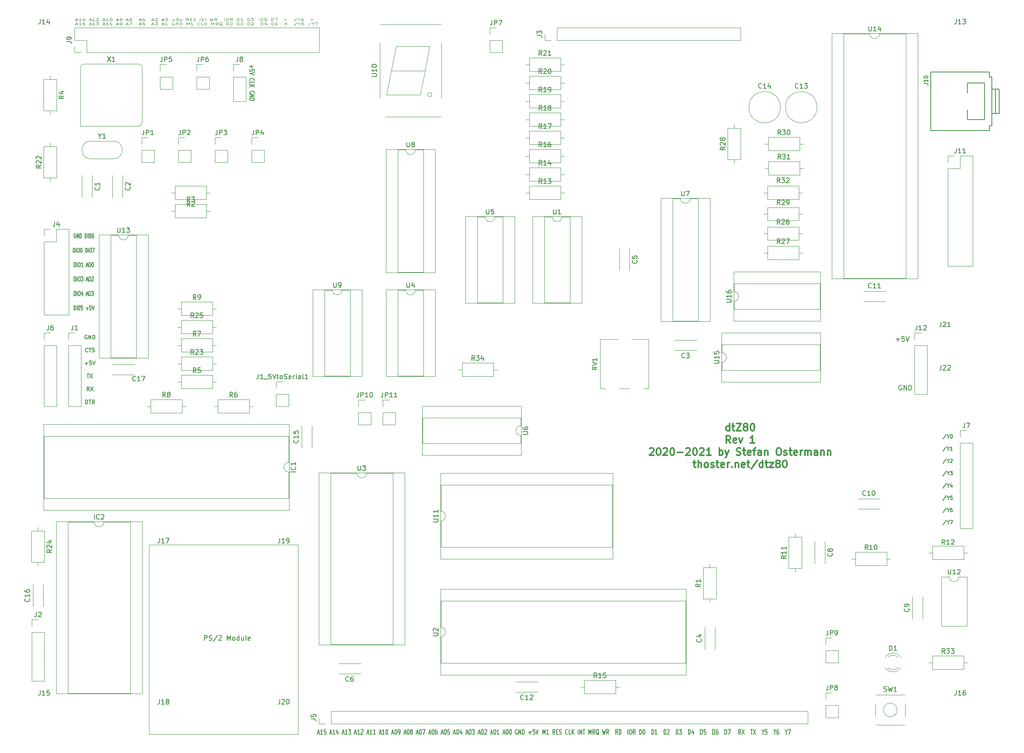
<source format=gto>
G04 #@! TF.GenerationSoftware,KiCad,Pcbnew,5.1.9+dfsg1-1*
G04 #@! TF.CreationDate,2021-05-06T21:29:49+02:00*
G04 #@! TF.ProjectId,dtz80-complete,64747a38-302d-4636-9f6d-706c6574652e,rev?*
G04 #@! TF.SameCoordinates,Original*
G04 #@! TF.FileFunction,Legend,Top*
G04 #@! TF.FilePolarity,Positive*
%FSLAX46Y46*%
G04 Gerber Fmt 4.6, Leading zero omitted, Abs format (unit mm)*
G04 Created by KiCad (PCBNEW 5.1.9+dfsg1-1) date 2021-05-06 21:29:49*
%MOMM*%
%LPD*%
G01*
G04 APERTURE LIST*
%ADD10C,0.150000*%
%ADD11C,0.125000*%
%ADD12C,0.300000*%
%ADD13C,0.120000*%
%ADD14O,1.700000X1.700000*%
%ADD15R,1.700000X1.700000*%
%ADD16O,1.600000X1.600000*%
%ADD17C,1.600000*%
%ADD18R,1.600000X1.600000*%
%ADD19R,1.524000X2.524000*%
%ADD20O,1.524000X2.524000*%
%ADD21C,5.600000*%
%ADD22C,1.700000*%
%ADD23C,2.340000*%
%ADD24R,2.500000X3.500000*%
%ADD25O,3.500000X1.750000*%
%ADD26C,1.800000*%
%ADD27R,1.800000X1.800000*%
%ADD28C,1.500000*%
G04 APERTURE END LIST*
D10*
X52095476Y-91910000D02*
X52019285Y-91871904D01*
X51905000Y-91871904D01*
X51790714Y-91910000D01*
X51714523Y-91986190D01*
X51676428Y-92062380D01*
X51638333Y-92214761D01*
X51638333Y-92329047D01*
X51676428Y-92481428D01*
X51714523Y-92557619D01*
X51790714Y-92633809D01*
X51905000Y-92671904D01*
X51981190Y-92671904D01*
X52095476Y-92633809D01*
X52133571Y-92595714D01*
X52133571Y-92329047D01*
X51981190Y-92329047D01*
X52476428Y-92671904D02*
X52476428Y-91871904D01*
X52933571Y-92671904D01*
X52933571Y-91871904D01*
X53314523Y-92671904D02*
X53314523Y-91871904D01*
X53505000Y-91871904D01*
X53619285Y-91910000D01*
X53695476Y-91986190D01*
X53733571Y-92062380D01*
X53771666Y-92214761D01*
X53771666Y-92329047D01*
X53733571Y-92481428D01*
X53695476Y-92557619D01*
X53619285Y-92633809D01*
X53505000Y-92671904D01*
X53314523Y-92671904D01*
X52266904Y-95295714D02*
X52228809Y-95333809D01*
X52114523Y-95371904D01*
X52038333Y-95371904D01*
X51924047Y-95333809D01*
X51847857Y-95257619D01*
X51809761Y-95181428D01*
X51771666Y-95029047D01*
X51771666Y-94914761D01*
X51809761Y-94762380D01*
X51847857Y-94686190D01*
X51924047Y-94610000D01*
X52038333Y-94571904D01*
X52114523Y-94571904D01*
X52228809Y-94610000D01*
X52266904Y-94648095D01*
X52495476Y-94571904D02*
X52952619Y-94571904D01*
X52724047Y-95371904D02*
X52724047Y-94571904D01*
X53181190Y-95333809D02*
X53295476Y-95371904D01*
X53485952Y-95371904D01*
X53562142Y-95333809D01*
X53600238Y-95295714D01*
X53638333Y-95219523D01*
X53638333Y-95143333D01*
X53600238Y-95067142D01*
X53562142Y-95029047D01*
X53485952Y-94990952D01*
X53333571Y-94952857D01*
X53257380Y-94914761D01*
X53219285Y-94876666D01*
X53181190Y-94800476D01*
X53181190Y-94724285D01*
X53219285Y-94648095D01*
X53257380Y-94610000D01*
X53333571Y-94571904D01*
X53524047Y-94571904D01*
X53638333Y-94610000D01*
X51676428Y-97767142D02*
X52285952Y-97767142D01*
X51981190Y-98071904D02*
X51981190Y-97462380D01*
X53047857Y-97271904D02*
X52666904Y-97271904D01*
X52628809Y-97652857D01*
X52666904Y-97614761D01*
X52743095Y-97576666D01*
X52933571Y-97576666D01*
X53009761Y-97614761D01*
X53047857Y-97652857D01*
X53085952Y-97729047D01*
X53085952Y-97919523D01*
X53047857Y-97995714D01*
X53009761Y-98033809D01*
X52933571Y-98071904D01*
X52743095Y-98071904D01*
X52666904Y-98033809D01*
X52628809Y-97995714D01*
X53314523Y-97271904D02*
X53581190Y-98071904D01*
X53847857Y-97271904D01*
X52095476Y-99971904D02*
X52552619Y-99971904D01*
X52324047Y-100771904D02*
X52324047Y-99971904D01*
X52743095Y-99971904D02*
X53276428Y-100771904D01*
X53276428Y-99971904D02*
X52743095Y-100771904D01*
X52571666Y-103471904D02*
X52305000Y-103090952D01*
X52114523Y-103471904D02*
X52114523Y-102671904D01*
X52419285Y-102671904D01*
X52495476Y-102710000D01*
X52533571Y-102748095D01*
X52571666Y-102824285D01*
X52571666Y-102938571D01*
X52533571Y-103014761D01*
X52495476Y-103052857D01*
X52419285Y-103090952D01*
X52114523Y-103090952D01*
X52838333Y-102671904D02*
X53371666Y-103471904D01*
X53371666Y-102671904D02*
X52838333Y-103471904D01*
X51790714Y-106171904D02*
X51790714Y-105371904D01*
X51981190Y-105371904D01*
X52095476Y-105410000D01*
X52171666Y-105486190D01*
X52209761Y-105562380D01*
X52247857Y-105714761D01*
X52247857Y-105829047D01*
X52209761Y-105981428D01*
X52171666Y-106057619D01*
X52095476Y-106133809D01*
X51981190Y-106171904D01*
X51790714Y-106171904D01*
X52476428Y-105371904D02*
X52933571Y-105371904D01*
X52705000Y-106171904D02*
X52705000Y-105371904D01*
X53657380Y-106171904D02*
X53390714Y-105790952D01*
X53200238Y-106171904D02*
X53200238Y-105371904D01*
X53505000Y-105371904D01*
X53581190Y-105410000D01*
X53619285Y-105448095D01*
X53657380Y-105524285D01*
X53657380Y-105638571D01*
X53619285Y-105714761D01*
X53581190Y-105752857D01*
X53505000Y-105790952D01*
X53200238Y-105790952D01*
D11*
X49763630Y-26315833D02*
X50144583Y-26315833D01*
X49687440Y-26458690D02*
X49954107Y-25958690D01*
X50220773Y-26458690D01*
X50906488Y-26458690D02*
X50449345Y-26458690D01*
X50677916Y-26458690D02*
X50677916Y-25958690D01*
X50601726Y-26030119D01*
X50525535Y-26077738D01*
X50449345Y-26101547D01*
X51592202Y-26125357D02*
X51592202Y-26458690D01*
X51401726Y-25934880D02*
X51211250Y-26292023D01*
X51706488Y-26292023D01*
X52582678Y-26315833D02*
X52963630Y-26315833D01*
X52506488Y-26458690D02*
X52773154Y-25958690D01*
X53039821Y-26458690D01*
X53725535Y-26458690D02*
X53268392Y-26458690D01*
X53496964Y-26458690D02*
X53496964Y-25958690D01*
X53420773Y-26030119D01*
X53344583Y-26077738D01*
X53268392Y-26101547D01*
X54030297Y-26006309D02*
X54068392Y-25982500D01*
X54144583Y-25958690D01*
X54335059Y-25958690D01*
X54411250Y-25982500D01*
X54449345Y-26006309D01*
X54487440Y-26053928D01*
X54487440Y-26101547D01*
X54449345Y-26172976D01*
X53992202Y-26458690D01*
X54487440Y-26458690D01*
X55401726Y-26315833D02*
X55782678Y-26315833D01*
X55325535Y-26458690D02*
X55592202Y-25958690D01*
X55858869Y-26458690D01*
X56544583Y-26458690D02*
X56087440Y-26458690D01*
X56316011Y-26458690D02*
X56316011Y-25958690D01*
X56239821Y-26030119D01*
X56163630Y-26077738D01*
X56087440Y-26101547D01*
X57039821Y-25958690D02*
X57116011Y-25958690D01*
X57192202Y-25982500D01*
X57230297Y-26006309D01*
X57268392Y-26053928D01*
X57306488Y-26149166D01*
X57306488Y-26268214D01*
X57268392Y-26363452D01*
X57230297Y-26411071D01*
X57192202Y-26434880D01*
X57116011Y-26458690D01*
X57039821Y-26458690D01*
X56963630Y-26434880D01*
X56925535Y-26411071D01*
X56887440Y-26363452D01*
X56849345Y-26268214D01*
X56849345Y-26149166D01*
X56887440Y-26053928D01*
X56925535Y-26006309D01*
X56963630Y-25982500D01*
X57039821Y-25958690D01*
X58220773Y-26315833D02*
X58601726Y-26315833D01*
X58144583Y-26458690D02*
X58411250Y-25958690D01*
X58677916Y-26458690D01*
X59058869Y-26172976D02*
X58982678Y-26149166D01*
X58944583Y-26125357D01*
X58906488Y-26077738D01*
X58906488Y-26053928D01*
X58944583Y-26006309D01*
X58982678Y-25982500D01*
X59058869Y-25958690D01*
X59211250Y-25958690D01*
X59287440Y-25982500D01*
X59325535Y-26006309D01*
X59363630Y-26053928D01*
X59363630Y-26077738D01*
X59325535Y-26125357D01*
X59287440Y-26149166D01*
X59211250Y-26172976D01*
X59058869Y-26172976D01*
X58982678Y-26196785D01*
X58944583Y-26220595D01*
X58906488Y-26268214D01*
X58906488Y-26363452D01*
X58944583Y-26411071D01*
X58982678Y-26434880D01*
X59058869Y-26458690D01*
X59211250Y-26458690D01*
X59287440Y-26434880D01*
X59325535Y-26411071D01*
X59363630Y-26363452D01*
X59363630Y-26268214D01*
X59325535Y-26220595D01*
X59287440Y-26196785D01*
X59211250Y-26172976D01*
X60277916Y-26315833D02*
X60658869Y-26315833D01*
X60201726Y-26458690D02*
X60468392Y-25958690D01*
X60735059Y-26458690D01*
X61344583Y-25958690D02*
X61192202Y-25958690D01*
X61116011Y-25982500D01*
X61077916Y-26006309D01*
X61001726Y-26077738D01*
X60963630Y-26172976D01*
X60963630Y-26363452D01*
X61001726Y-26411071D01*
X61039821Y-26434880D01*
X61116011Y-26458690D01*
X61268392Y-26458690D01*
X61344583Y-26434880D01*
X61382678Y-26411071D01*
X61420773Y-26363452D01*
X61420773Y-26244404D01*
X61382678Y-26196785D01*
X61344583Y-26172976D01*
X61268392Y-26149166D01*
X61116011Y-26149166D01*
X61039821Y-26172976D01*
X61001726Y-26196785D01*
X60963630Y-26244404D01*
X62944583Y-26315833D02*
X63325535Y-26315833D01*
X62868392Y-26458690D02*
X63135059Y-25958690D01*
X63401726Y-26458690D01*
X64011250Y-26125357D02*
X64011250Y-26458690D01*
X63820773Y-25934880D02*
X63630297Y-26292023D01*
X64125535Y-26292023D01*
X65611250Y-26315833D02*
X65992202Y-26315833D01*
X65535059Y-26458690D02*
X65801726Y-25958690D01*
X66068392Y-26458690D01*
X66296964Y-26006309D02*
X66335059Y-25982500D01*
X66411250Y-25958690D01*
X66601726Y-25958690D01*
X66677916Y-25982500D01*
X66716011Y-26006309D01*
X66754107Y-26053928D01*
X66754107Y-26101547D01*
X66716011Y-26172976D01*
X66258869Y-26458690D01*
X66754107Y-26458690D01*
X67668392Y-26315833D02*
X68049345Y-26315833D01*
X67592202Y-26458690D02*
X67858869Y-25958690D01*
X68125535Y-26458690D01*
X68544583Y-25958690D02*
X68620773Y-25958690D01*
X68696964Y-25982500D01*
X68735059Y-26006309D01*
X68773154Y-26053928D01*
X68811250Y-26149166D01*
X68811250Y-26268214D01*
X68773154Y-26363452D01*
X68735059Y-26411071D01*
X68696964Y-26434880D01*
X68620773Y-26458690D01*
X68544583Y-26458690D01*
X68468392Y-26434880D01*
X68430297Y-26411071D01*
X68392202Y-26363452D01*
X68354107Y-26268214D01*
X68354107Y-26149166D01*
X68392202Y-26053928D01*
X68430297Y-26006309D01*
X68468392Y-25982500D01*
X68544583Y-25958690D01*
X69763630Y-26268214D02*
X70373154Y-26268214D01*
X70068392Y-26458690D02*
X70068392Y-26077738D01*
X71135059Y-25958690D02*
X70754107Y-25958690D01*
X70716011Y-26196785D01*
X70754107Y-26172976D01*
X70830297Y-26149166D01*
X71020773Y-26149166D01*
X71096964Y-26172976D01*
X71135059Y-26196785D01*
X71173154Y-26244404D01*
X71173154Y-26363452D01*
X71135059Y-26411071D01*
X71096964Y-26434880D01*
X71020773Y-26458690D01*
X70830297Y-26458690D01*
X70754107Y-26434880D01*
X70716011Y-26411071D01*
X71439821Y-26125357D02*
X71630297Y-26458690D01*
X71820773Y-26125357D01*
X73192202Y-26458690D02*
X72925535Y-26220595D01*
X72735059Y-26458690D02*
X72735059Y-25958690D01*
X73039821Y-25958690D01*
X73116011Y-25982500D01*
X73154107Y-26006309D01*
X73192202Y-26053928D01*
X73192202Y-26125357D01*
X73154107Y-26172976D01*
X73116011Y-26196785D01*
X73039821Y-26220595D01*
X72735059Y-26220595D01*
X73535059Y-26196785D02*
X73801726Y-26196785D01*
X73916011Y-26458690D02*
X73535059Y-26458690D01*
X73535059Y-25958690D01*
X73916011Y-25958690D01*
X74220773Y-26434880D02*
X74335059Y-26458690D01*
X74525535Y-26458690D01*
X74601726Y-26434880D01*
X74639821Y-26411071D01*
X74677916Y-26363452D01*
X74677916Y-26315833D01*
X74639821Y-26268214D01*
X74601726Y-26244404D01*
X74525535Y-26220595D01*
X74373154Y-26196785D01*
X74296964Y-26172976D01*
X74258869Y-26149166D01*
X74220773Y-26101547D01*
X74220773Y-26053928D01*
X74258869Y-26006309D01*
X74296964Y-25982500D01*
X74373154Y-25958690D01*
X74563630Y-25958690D01*
X74677916Y-25982500D01*
X75630297Y-26458690D02*
X75630297Y-25958690D01*
X76011250Y-26196785D02*
X76277916Y-26196785D01*
X76392202Y-26458690D02*
X76011250Y-26458690D01*
X76011250Y-25958690D01*
X76392202Y-25958690D01*
X76735059Y-26458690D02*
X76735059Y-25958690D01*
X77649345Y-25958690D02*
X77839821Y-26458690D01*
X77992202Y-26101547D01*
X78144583Y-26458690D01*
X78335059Y-25958690D01*
X79096964Y-26458690D02*
X78830297Y-26220595D01*
X78639821Y-26458690D02*
X78639821Y-25958690D01*
X78944583Y-25958690D01*
X79020773Y-25982500D01*
X79058869Y-26006309D01*
X79096964Y-26053928D01*
X79096964Y-26125357D01*
X79058869Y-26172976D01*
X79020773Y-26196785D01*
X78944583Y-26220595D01*
X78639821Y-26220595D01*
X80658869Y-26458690D02*
X80658869Y-25958690D01*
X81192202Y-25958690D02*
X81344583Y-25958690D01*
X81420773Y-25982500D01*
X81496964Y-26030119D01*
X81535059Y-26125357D01*
X81535059Y-26292023D01*
X81496964Y-26387261D01*
X81420773Y-26434880D01*
X81344583Y-26458690D01*
X81192202Y-26458690D01*
X81116011Y-26434880D01*
X81039821Y-26387261D01*
X81001726Y-26292023D01*
X81001726Y-26125357D01*
X81039821Y-26030119D01*
X81116011Y-25982500D01*
X81192202Y-25958690D01*
X82335059Y-26458690D02*
X82068392Y-26220595D01*
X81877916Y-26458690D02*
X81877916Y-25958690D01*
X82182678Y-25958690D01*
X82258869Y-25982500D01*
X82296964Y-26006309D01*
X82335059Y-26053928D01*
X82335059Y-26125357D01*
X82296964Y-26172976D01*
X82258869Y-26196785D01*
X82182678Y-26220595D01*
X81877916Y-26220595D01*
X83287440Y-26458690D02*
X83287440Y-25958690D01*
X83477916Y-25958690D01*
X83592202Y-25982500D01*
X83668392Y-26030119D01*
X83706488Y-26077738D01*
X83744583Y-26172976D01*
X83744583Y-26244404D01*
X83706488Y-26339642D01*
X83668392Y-26387261D01*
X83592202Y-26434880D01*
X83477916Y-26458690D01*
X83287440Y-26458690D01*
X84506488Y-26458690D02*
X84049345Y-26458690D01*
X84277916Y-26458690D02*
X84277916Y-25958690D01*
X84201726Y-26030119D01*
X84125535Y-26077738D01*
X84049345Y-26101547D01*
X85458869Y-26458690D02*
X85458869Y-25958690D01*
X85649345Y-25958690D01*
X85763630Y-25982500D01*
X85839821Y-26030119D01*
X85877916Y-26077738D01*
X85916011Y-26172976D01*
X85916011Y-26244404D01*
X85877916Y-26339642D01*
X85839821Y-26387261D01*
X85763630Y-26434880D01*
X85649345Y-26458690D01*
X85458869Y-26458690D01*
X86182678Y-25958690D02*
X86677916Y-25958690D01*
X86411249Y-26149166D01*
X86525535Y-26149166D01*
X86601726Y-26172976D01*
X86639821Y-26196785D01*
X86677916Y-26244404D01*
X86677916Y-26363452D01*
X86639821Y-26411071D01*
X86601726Y-26434880D01*
X86525535Y-26458690D01*
X86296964Y-26458690D01*
X86220773Y-26434880D01*
X86182678Y-26411071D01*
X88239821Y-26458690D02*
X88239821Y-25958690D01*
X88430297Y-25958690D01*
X88544583Y-25982500D01*
X88620773Y-26030119D01*
X88658869Y-26077738D01*
X88696964Y-26172976D01*
X88696964Y-26244404D01*
X88658869Y-26339642D01*
X88620773Y-26387261D01*
X88544583Y-26434880D01*
X88430297Y-26458690D01*
X88239821Y-26458690D01*
X89420773Y-25958690D02*
X89039821Y-25958690D01*
X89001726Y-26196785D01*
X89039821Y-26172976D01*
X89116011Y-26149166D01*
X89306488Y-26149166D01*
X89382678Y-26172976D01*
X89420773Y-26196785D01*
X89458869Y-26244404D01*
X89458869Y-26363452D01*
X89420773Y-26411071D01*
X89382678Y-26434880D01*
X89306488Y-26458690D01*
X89116011Y-26458690D01*
X89039821Y-26434880D01*
X89001726Y-26411071D01*
X90411249Y-26458690D02*
X90411249Y-25958690D01*
X90601726Y-25958690D01*
X90716011Y-25982500D01*
X90792202Y-26030119D01*
X90830297Y-26077738D01*
X90868392Y-26172976D01*
X90868392Y-26244404D01*
X90830297Y-26339642D01*
X90792202Y-26387261D01*
X90716011Y-26434880D01*
X90601726Y-26458690D01*
X90411249Y-26458690D01*
X91135059Y-25958690D02*
X91668392Y-25958690D01*
X91325535Y-26458690D01*
X93116011Y-25958690D02*
X93649345Y-26458690D01*
X93649345Y-25958690D02*
X93116011Y-26458690D01*
X95744583Y-25934880D02*
X95058869Y-26577738D01*
X96163630Y-26220595D02*
X96163630Y-26458690D01*
X95896964Y-25958690D02*
X96163630Y-26220595D01*
X96430297Y-25958690D01*
X97039821Y-25958690D02*
X96887440Y-25958690D01*
X96811249Y-25982500D01*
X96773154Y-26006309D01*
X96696964Y-26077738D01*
X96658869Y-26172976D01*
X96658869Y-26363452D01*
X96696964Y-26411071D01*
X96735059Y-26434880D01*
X96811249Y-26458690D01*
X96963630Y-26458690D01*
X97039821Y-26434880D01*
X97077916Y-26411071D01*
X97116011Y-26363452D01*
X97116011Y-26244404D01*
X97077916Y-26196785D01*
X97039821Y-26172976D01*
X96963630Y-26149166D01*
X96811249Y-26149166D01*
X96735059Y-26172976D01*
X96696964Y-26196785D01*
X96658869Y-26244404D01*
X98601726Y-25958690D02*
X99135059Y-26458690D01*
X99135059Y-25958690D02*
X98601726Y-26458690D01*
X49763630Y-27190833D02*
X50144583Y-27190833D01*
X49687440Y-27333690D02*
X49954107Y-26833690D01*
X50220773Y-27333690D01*
X50906488Y-27333690D02*
X50449345Y-27333690D01*
X50677916Y-27333690D02*
X50677916Y-26833690D01*
X50601726Y-26905119D01*
X50525535Y-26952738D01*
X50449345Y-26976547D01*
X51630297Y-26833690D02*
X51249345Y-26833690D01*
X51211250Y-27071785D01*
X51249345Y-27047976D01*
X51325535Y-27024166D01*
X51516011Y-27024166D01*
X51592202Y-27047976D01*
X51630297Y-27071785D01*
X51668392Y-27119404D01*
X51668392Y-27238452D01*
X51630297Y-27286071D01*
X51592202Y-27309880D01*
X51516011Y-27333690D01*
X51325535Y-27333690D01*
X51249345Y-27309880D01*
X51211250Y-27286071D01*
X52582678Y-27190833D02*
X52963630Y-27190833D01*
X52506488Y-27333690D02*
X52773154Y-26833690D01*
X53039821Y-27333690D01*
X53725535Y-27333690D02*
X53268392Y-27333690D01*
X53496964Y-27333690D02*
X53496964Y-26833690D01*
X53420773Y-26905119D01*
X53344583Y-26952738D01*
X53268392Y-26976547D01*
X53992202Y-26833690D02*
X54487440Y-26833690D01*
X54220773Y-27024166D01*
X54335059Y-27024166D01*
X54411250Y-27047976D01*
X54449345Y-27071785D01*
X54487440Y-27119404D01*
X54487440Y-27238452D01*
X54449345Y-27286071D01*
X54411250Y-27309880D01*
X54335059Y-27333690D01*
X54106488Y-27333690D01*
X54030297Y-27309880D01*
X53992202Y-27286071D01*
X55401726Y-27190833D02*
X55782678Y-27190833D01*
X55325535Y-27333690D02*
X55592202Y-26833690D01*
X55858869Y-27333690D01*
X56544583Y-27333690D02*
X56087440Y-27333690D01*
X56316011Y-27333690D02*
X56316011Y-26833690D01*
X56239821Y-26905119D01*
X56163630Y-26952738D01*
X56087440Y-26976547D01*
X57306488Y-27333690D02*
X56849345Y-27333690D01*
X57077916Y-27333690D02*
X57077916Y-26833690D01*
X57001726Y-26905119D01*
X56925535Y-26952738D01*
X56849345Y-26976547D01*
X58220773Y-27190833D02*
X58601726Y-27190833D01*
X58144583Y-27333690D02*
X58411250Y-26833690D01*
X58677916Y-27333690D01*
X58982678Y-27333690D02*
X59135059Y-27333690D01*
X59211250Y-27309880D01*
X59249345Y-27286071D01*
X59325535Y-27214642D01*
X59363630Y-27119404D01*
X59363630Y-26928928D01*
X59325535Y-26881309D01*
X59287440Y-26857500D01*
X59211250Y-26833690D01*
X59058869Y-26833690D01*
X58982678Y-26857500D01*
X58944583Y-26881309D01*
X58906488Y-26928928D01*
X58906488Y-27047976D01*
X58944583Y-27095595D01*
X58982678Y-27119404D01*
X59058869Y-27143214D01*
X59211250Y-27143214D01*
X59287440Y-27119404D01*
X59325535Y-27095595D01*
X59363630Y-27047976D01*
X60277916Y-27190833D02*
X60658869Y-27190833D01*
X60201726Y-27333690D02*
X60468392Y-26833690D01*
X60735059Y-27333690D01*
X60925535Y-26833690D02*
X61458869Y-26833690D01*
X61116011Y-27333690D01*
X62944583Y-27190833D02*
X63325535Y-27190833D01*
X62868392Y-27333690D02*
X63135059Y-26833690D01*
X63401726Y-27333690D01*
X64049345Y-26833690D02*
X63668392Y-26833690D01*
X63630297Y-27071785D01*
X63668392Y-27047976D01*
X63744583Y-27024166D01*
X63935059Y-27024166D01*
X64011250Y-27047976D01*
X64049345Y-27071785D01*
X64087440Y-27119404D01*
X64087440Y-27238452D01*
X64049345Y-27286071D01*
X64011250Y-27309880D01*
X63935059Y-27333690D01*
X63744583Y-27333690D01*
X63668392Y-27309880D01*
X63630297Y-27286071D01*
X65611250Y-27190833D02*
X65992202Y-27190833D01*
X65535059Y-27333690D02*
X65801726Y-26833690D01*
X66068392Y-27333690D01*
X66258869Y-26833690D02*
X66754107Y-26833690D01*
X66487440Y-27024166D01*
X66601726Y-27024166D01*
X66677916Y-27047976D01*
X66716011Y-27071785D01*
X66754107Y-27119404D01*
X66754107Y-27238452D01*
X66716011Y-27286071D01*
X66677916Y-27309880D01*
X66601726Y-27333690D01*
X66373154Y-27333690D01*
X66296964Y-27309880D01*
X66258869Y-27286071D01*
X67668392Y-27190833D02*
X68049345Y-27190833D01*
X67592202Y-27333690D02*
X67858869Y-26833690D01*
X68125535Y-27333690D01*
X68811250Y-27333690D02*
X68354107Y-27333690D01*
X68582678Y-27333690D02*
X68582678Y-26833690D01*
X68506488Y-26905119D01*
X68430297Y-26952738D01*
X68354107Y-26976547D01*
X70182678Y-26857500D02*
X70106488Y-26833690D01*
X69992202Y-26833690D01*
X69877916Y-26857500D01*
X69801726Y-26905119D01*
X69763630Y-26952738D01*
X69725535Y-27047976D01*
X69725535Y-27119404D01*
X69763630Y-27214642D01*
X69801726Y-27262261D01*
X69877916Y-27309880D01*
X69992202Y-27333690D01*
X70068392Y-27333690D01*
X70182678Y-27309880D01*
X70220773Y-27286071D01*
X70220773Y-27119404D01*
X70068392Y-27119404D01*
X70563630Y-27333690D02*
X70563630Y-26833690D01*
X71020773Y-27333690D01*
X71020773Y-26833690D01*
X71401726Y-27333690D02*
X71401726Y-26833690D01*
X71592202Y-26833690D01*
X71706488Y-26857500D01*
X71782678Y-26905119D01*
X71820773Y-26952738D01*
X71858869Y-27047976D01*
X71858869Y-27119404D01*
X71820773Y-27214642D01*
X71782678Y-27262261D01*
X71706488Y-27309880D01*
X71592202Y-27333690D01*
X71401726Y-27333690D01*
X72811250Y-27333690D02*
X72811250Y-26833690D01*
X73077916Y-27190833D01*
X73344583Y-26833690D01*
X73344583Y-27333690D01*
X74144583Y-27333690D02*
X73687440Y-27333690D01*
X73916011Y-27333690D02*
X73916011Y-26833690D01*
X73839821Y-26905119D01*
X73763630Y-26952738D01*
X73687440Y-26976547D01*
X75554107Y-27286071D02*
X75516011Y-27309880D01*
X75401726Y-27333690D01*
X75325535Y-27333690D01*
X75211250Y-27309880D01*
X75135059Y-27262261D01*
X75096964Y-27214642D01*
X75058869Y-27119404D01*
X75058869Y-27047976D01*
X75096964Y-26952738D01*
X75135059Y-26905119D01*
X75211250Y-26857500D01*
X75325535Y-26833690D01*
X75401726Y-26833690D01*
X75516011Y-26857500D01*
X75554107Y-26881309D01*
X76277916Y-27333690D02*
X75896964Y-27333690D01*
X75896964Y-26833690D01*
X76544583Y-27333690D02*
X76544583Y-26833690D01*
X77001726Y-27333690D02*
X76658869Y-27047976D01*
X77001726Y-26833690D02*
X76544583Y-27119404D01*
X77954107Y-27333690D02*
X77954107Y-26833690D01*
X78220773Y-27190833D01*
X78487440Y-26833690D01*
X78487440Y-27333690D01*
X79325535Y-27333690D02*
X79058869Y-27095595D01*
X78868392Y-27333690D02*
X78868392Y-26833690D01*
X79173154Y-26833690D01*
X79249345Y-26857500D01*
X79287440Y-26881309D01*
X79325535Y-26928928D01*
X79325535Y-27000357D01*
X79287440Y-27047976D01*
X79249345Y-27071785D01*
X79173154Y-27095595D01*
X78868392Y-27095595D01*
X80201726Y-27381309D02*
X80125535Y-27357500D01*
X80049345Y-27309880D01*
X79935059Y-27238452D01*
X79858869Y-27214642D01*
X79782678Y-27214642D01*
X79820773Y-27333690D02*
X79744583Y-27309880D01*
X79668392Y-27262261D01*
X79630297Y-27167023D01*
X79630297Y-27000357D01*
X79668392Y-26905119D01*
X79744583Y-26857500D01*
X79820773Y-26833690D01*
X79973154Y-26833690D01*
X80049345Y-26857500D01*
X80125535Y-26905119D01*
X80163630Y-27000357D01*
X80163630Y-27167023D01*
X80125535Y-27262261D01*
X80049345Y-27309880D01*
X79973154Y-27333690D01*
X79820773Y-27333690D01*
X81573154Y-27333690D02*
X81306488Y-27095595D01*
X81116011Y-27333690D02*
X81116011Y-26833690D01*
X81420773Y-26833690D01*
X81496964Y-26857500D01*
X81535059Y-26881309D01*
X81573154Y-26928928D01*
X81573154Y-27000357D01*
X81535059Y-27047976D01*
X81496964Y-27071785D01*
X81420773Y-27095595D01*
X81116011Y-27095595D01*
X81916011Y-27333690D02*
X81916011Y-26833690D01*
X82106488Y-26833690D01*
X82220773Y-26857500D01*
X82296964Y-26905119D01*
X82335059Y-26952738D01*
X82373154Y-27047976D01*
X82373154Y-27119404D01*
X82335059Y-27214642D01*
X82296964Y-27262261D01*
X82220773Y-27309880D01*
X82106488Y-27333690D01*
X81916011Y-27333690D01*
X83325535Y-27333690D02*
X83325535Y-26833690D01*
X83516011Y-26833690D01*
X83630297Y-26857500D01*
X83706488Y-26905119D01*
X83744583Y-26952738D01*
X83782678Y-27047976D01*
X83782678Y-27119404D01*
X83744583Y-27214642D01*
X83706488Y-27262261D01*
X83630297Y-27309880D01*
X83516011Y-27333690D01*
X83325535Y-27333690D01*
X84277916Y-26833690D02*
X84354107Y-26833690D01*
X84430297Y-26857500D01*
X84468392Y-26881309D01*
X84506488Y-26928928D01*
X84544583Y-27024166D01*
X84544583Y-27143214D01*
X84506488Y-27238452D01*
X84468392Y-27286071D01*
X84430297Y-27309880D01*
X84354107Y-27333690D01*
X84277916Y-27333690D01*
X84201726Y-27309880D01*
X84163630Y-27286071D01*
X84125535Y-27238452D01*
X84087440Y-27143214D01*
X84087440Y-27024166D01*
X84125535Y-26928928D01*
X84163630Y-26881309D01*
X84201726Y-26857500D01*
X84277916Y-26833690D01*
X85496964Y-27333690D02*
X85496964Y-26833690D01*
X85687440Y-26833690D01*
X85801726Y-26857500D01*
X85877916Y-26905119D01*
X85916011Y-26952738D01*
X85954107Y-27047976D01*
X85954107Y-27119404D01*
X85916011Y-27214642D01*
X85877916Y-27262261D01*
X85801726Y-27309880D01*
X85687440Y-27333690D01*
X85496964Y-27333690D01*
X86258869Y-26881309D02*
X86296964Y-26857500D01*
X86373154Y-26833690D01*
X86563630Y-26833690D01*
X86639821Y-26857500D01*
X86677916Y-26881309D01*
X86716011Y-26928928D01*
X86716011Y-26976547D01*
X86677916Y-27047976D01*
X86220773Y-27333690D01*
X86716011Y-27333690D01*
X88277916Y-27333690D02*
X88277916Y-26833690D01*
X88468392Y-26833690D01*
X88582678Y-26857500D01*
X88658869Y-26905119D01*
X88696964Y-26952738D01*
X88735059Y-27047976D01*
X88735059Y-27119404D01*
X88696964Y-27214642D01*
X88658869Y-27262261D01*
X88582678Y-27309880D01*
X88468392Y-27333690D01*
X88277916Y-27333690D01*
X89420773Y-27000357D02*
X89420773Y-27333690D01*
X89230297Y-26809880D02*
X89039821Y-27167023D01*
X89535059Y-27167023D01*
X90449345Y-27333690D02*
X90449345Y-26833690D01*
X90639821Y-26833690D01*
X90754107Y-26857500D01*
X90830297Y-26905119D01*
X90868392Y-26952738D01*
X90906488Y-27047976D01*
X90906488Y-27119404D01*
X90868392Y-27214642D01*
X90830297Y-27262261D01*
X90754107Y-27309880D01*
X90639821Y-27333690D01*
X90449345Y-27333690D01*
X91592202Y-26833690D02*
X91439821Y-26833690D01*
X91363630Y-26857500D01*
X91325535Y-26881309D01*
X91249345Y-26952738D01*
X91211249Y-27047976D01*
X91211249Y-27238452D01*
X91249345Y-27286071D01*
X91287440Y-27309880D01*
X91363630Y-27333690D01*
X91516011Y-27333690D01*
X91592202Y-27309880D01*
X91630297Y-27286071D01*
X91668392Y-27238452D01*
X91668392Y-27119404D01*
X91630297Y-27071785D01*
X91592202Y-27047976D01*
X91516011Y-27024166D01*
X91363630Y-27024166D01*
X91287440Y-27047976D01*
X91249345Y-27071785D01*
X91211249Y-27119404D01*
X93154107Y-26833690D02*
X93687440Y-27333690D01*
X93687440Y-26833690D02*
X93154107Y-27333690D01*
X95782678Y-26809880D02*
X95096964Y-27452738D01*
X96201726Y-27095595D02*
X96201726Y-27333690D01*
X95935059Y-26833690D02*
X96201726Y-27095595D01*
X96468392Y-26833690D01*
X97116011Y-26833690D02*
X96735059Y-26833690D01*
X96696964Y-27071785D01*
X96735059Y-27047976D01*
X96811249Y-27024166D01*
X97001726Y-27024166D01*
X97077916Y-27047976D01*
X97116011Y-27071785D01*
X97154107Y-27119404D01*
X97154107Y-27238452D01*
X97116011Y-27286071D01*
X97077916Y-27309880D01*
X97001726Y-27333690D01*
X96811249Y-27333690D01*
X96735059Y-27309880D01*
X96696964Y-27286071D01*
X98677916Y-26809880D02*
X97992202Y-27452738D01*
X99096964Y-27095595D02*
X99096964Y-27333690D01*
X98830297Y-26833690D02*
X99096964Y-27095595D01*
X99363630Y-26833690D01*
X99554107Y-26833690D02*
X100087440Y-26833690D01*
X99744583Y-27333690D01*
D10*
X49706428Y-70790000D02*
X49649285Y-70747142D01*
X49563571Y-70747142D01*
X49477857Y-70790000D01*
X49420714Y-70875714D01*
X49392142Y-70961428D01*
X49363571Y-71132857D01*
X49363571Y-71261428D01*
X49392142Y-71432857D01*
X49420714Y-71518571D01*
X49477857Y-71604285D01*
X49563571Y-71647142D01*
X49620714Y-71647142D01*
X49706428Y-71604285D01*
X49735000Y-71561428D01*
X49735000Y-71261428D01*
X49620714Y-71261428D01*
X49992142Y-71647142D02*
X49992142Y-70747142D01*
X50335000Y-71647142D01*
X50335000Y-70747142D01*
X50620714Y-71647142D02*
X50620714Y-70747142D01*
X50763571Y-70747142D01*
X50849285Y-70790000D01*
X50906428Y-70875714D01*
X50935000Y-70961428D01*
X50963571Y-71132857D01*
X50963571Y-71261428D01*
X50935000Y-71432857D01*
X50906428Y-71518571D01*
X50849285Y-71604285D01*
X50763571Y-71647142D01*
X50620714Y-71647142D01*
X51677857Y-71647142D02*
X51677857Y-70747142D01*
X51820714Y-70747142D01*
X51906428Y-70790000D01*
X51963571Y-70875714D01*
X51992142Y-70961428D01*
X52020714Y-71132857D01*
X52020714Y-71261428D01*
X51992142Y-71432857D01*
X51963571Y-71518571D01*
X51906428Y-71604285D01*
X51820714Y-71647142D01*
X51677857Y-71647142D01*
X52277857Y-71647142D02*
X52277857Y-70747142D01*
X52677857Y-70747142D02*
X52792142Y-70747142D01*
X52849285Y-70790000D01*
X52906428Y-70875714D01*
X52935000Y-71047142D01*
X52935000Y-71347142D01*
X52906428Y-71518571D01*
X52849285Y-71604285D01*
X52792142Y-71647142D01*
X52677857Y-71647142D01*
X52620714Y-71604285D01*
X52563571Y-71518571D01*
X52535000Y-71347142D01*
X52535000Y-71047142D01*
X52563571Y-70875714D01*
X52620714Y-70790000D01*
X52677857Y-70747142D01*
X53449285Y-70747142D02*
X53335000Y-70747142D01*
X53277857Y-70790000D01*
X53249285Y-70832857D01*
X53192142Y-70961428D01*
X53163571Y-71132857D01*
X53163571Y-71475714D01*
X53192142Y-71561428D01*
X53220714Y-71604285D01*
X53277857Y-71647142D01*
X53392142Y-71647142D01*
X53449285Y-71604285D01*
X53477857Y-71561428D01*
X53506428Y-71475714D01*
X53506428Y-71261428D01*
X53477857Y-71175714D01*
X53449285Y-71132857D01*
X53392142Y-71090000D01*
X53277857Y-71090000D01*
X53220714Y-71132857D01*
X53192142Y-71175714D01*
X53163571Y-71261428D01*
X49263571Y-74647142D02*
X49263571Y-73747142D01*
X49406428Y-73747142D01*
X49492142Y-73790000D01*
X49549285Y-73875714D01*
X49577857Y-73961428D01*
X49606428Y-74132857D01*
X49606428Y-74261428D01*
X49577857Y-74432857D01*
X49549285Y-74518571D01*
X49492142Y-74604285D01*
X49406428Y-74647142D01*
X49263571Y-74647142D01*
X49863571Y-74647142D02*
X49863571Y-73747142D01*
X50263571Y-73747142D02*
X50377857Y-73747142D01*
X50435000Y-73790000D01*
X50492142Y-73875714D01*
X50520714Y-74047142D01*
X50520714Y-74347142D01*
X50492142Y-74518571D01*
X50435000Y-74604285D01*
X50377857Y-74647142D01*
X50263571Y-74647142D01*
X50206428Y-74604285D01*
X50149285Y-74518571D01*
X50120714Y-74347142D01*
X50120714Y-74047142D01*
X50149285Y-73875714D01*
X50206428Y-73790000D01*
X50263571Y-73747142D01*
X50892142Y-73747142D02*
X50949285Y-73747142D01*
X51006428Y-73790000D01*
X51035000Y-73832857D01*
X51063571Y-73918571D01*
X51092142Y-74090000D01*
X51092142Y-74304285D01*
X51063571Y-74475714D01*
X51035000Y-74561428D01*
X51006428Y-74604285D01*
X50949285Y-74647142D01*
X50892142Y-74647142D01*
X50835000Y-74604285D01*
X50806428Y-74561428D01*
X50777857Y-74475714D01*
X50749285Y-74304285D01*
X50749285Y-74090000D01*
X50777857Y-73918571D01*
X50806428Y-73832857D01*
X50835000Y-73790000D01*
X50892142Y-73747142D01*
X51806428Y-74647142D02*
X51806428Y-73747142D01*
X51949285Y-73747142D01*
X52035000Y-73790000D01*
X52092142Y-73875714D01*
X52120714Y-73961428D01*
X52149285Y-74132857D01*
X52149285Y-74261428D01*
X52120714Y-74432857D01*
X52092142Y-74518571D01*
X52035000Y-74604285D01*
X51949285Y-74647142D01*
X51806428Y-74647142D01*
X52406428Y-74647142D02*
X52406428Y-73747142D01*
X52806428Y-73747142D02*
X52920714Y-73747142D01*
X52977857Y-73790000D01*
X53035000Y-73875714D01*
X53063571Y-74047142D01*
X53063571Y-74347142D01*
X53035000Y-74518571D01*
X52977857Y-74604285D01*
X52920714Y-74647142D01*
X52806428Y-74647142D01*
X52749285Y-74604285D01*
X52692142Y-74518571D01*
X52663571Y-74347142D01*
X52663571Y-74047142D01*
X52692142Y-73875714D01*
X52749285Y-73790000D01*
X52806428Y-73747142D01*
X53263571Y-73747142D02*
X53663571Y-73747142D01*
X53406428Y-74647142D01*
X49449285Y-77647142D02*
X49449285Y-76747142D01*
X49592142Y-76747142D01*
X49677857Y-76790000D01*
X49735000Y-76875714D01*
X49763571Y-76961428D01*
X49792142Y-77132857D01*
X49792142Y-77261428D01*
X49763571Y-77432857D01*
X49735000Y-77518571D01*
X49677857Y-77604285D01*
X49592142Y-77647142D01*
X49449285Y-77647142D01*
X50049285Y-77647142D02*
X50049285Y-76747142D01*
X50449285Y-76747142D02*
X50563571Y-76747142D01*
X50620714Y-76790000D01*
X50677857Y-76875714D01*
X50706428Y-77047142D01*
X50706428Y-77347142D01*
X50677857Y-77518571D01*
X50620714Y-77604285D01*
X50563571Y-77647142D01*
X50449285Y-77647142D01*
X50392142Y-77604285D01*
X50335000Y-77518571D01*
X50306428Y-77347142D01*
X50306428Y-77047142D01*
X50335000Y-76875714D01*
X50392142Y-76790000D01*
X50449285Y-76747142D01*
X51277857Y-77647142D02*
X50935000Y-77647142D01*
X51106428Y-77647142D02*
X51106428Y-76747142D01*
X51049285Y-76875714D01*
X50992142Y-76961428D01*
X50935000Y-77004285D01*
X51963571Y-77390000D02*
X52249285Y-77390000D01*
X51906428Y-77647142D02*
X52106428Y-76747142D01*
X52306428Y-77647142D01*
X52620714Y-76747142D02*
X52735000Y-76747142D01*
X52792142Y-76790000D01*
X52849285Y-76875714D01*
X52877857Y-77047142D01*
X52877857Y-77347142D01*
X52849285Y-77518571D01*
X52792142Y-77604285D01*
X52735000Y-77647142D01*
X52620714Y-77647142D01*
X52563571Y-77604285D01*
X52506428Y-77518571D01*
X52477857Y-77347142D01*
X52477857Y-77047142D01*
X52506428Y-76875714D01*
X52563571Y-76790000D01*
X52620714Y-76747142D01*
X53249285Y-76747142D02*
X53306428Y-76747142D01*
X53363571Y-76790000D01*
X53392142Y-76832857D01*
X53420714Y-76918571D01*
X53449285Y-77090000D01*
X53449285Y-77304285D01*
X53420714Y-77475714D01*
X53392142Y-77561428D01*
X53363571Y-77604285D01*
X53306428Y-77647142D01*
X53249285Y-77647142D01*
X53192142Y-77604285D01*
X53163571Y-77561428D01*
X53135000Y-77475714D01*
X53106428Y-77304285D01*
X53106428Y-77090000D01*
X53135000Y-76918571D01*
X53163571Y-76832857D01*
X53192142Y-76790000D01*
X53249285Y-76747142D01*
X49449285Y-80647142D02*
X49449285Y-79747142D01*
X49592142Y-79747142D01*
X49677857Y-79790000D01*
X49735000Y-79875714D01*
X49763571Y-79961428D01*
X49792142Y-80132857D01*
X49792142Y-80261428D01*
X49763571Y-80432857D01*
X49735000Y-80518571D01*
X49677857Y-80604285D01*
X49592142Y-80647142D01*
X49449285Y-80647142D01*
X50049285Y-80647142D02*
X50049285Y-79747142D01*
X50449285Y-79747142D02*
X50563571Y-79747142D01*
X50620714Y-79790000D01*
X50677857Y-79875714D01*
X50706428Y-80047142D01*
X50706428Y-80347142D01*
X50677857Y-80518571D01*
X50620714Y-80604285D01*
X50563571Y-80647142D01*
X50449285Y-80647142D01*
X50392142Y-80604285D01*
X50335000Y-80518571D01*
X50306428Y-80347142D01*
X50306428Y-80047142D01*
X50335000Y-79875714D01*
X50392142Y-79790000D01*
X50449285Y-79747142D01*
X50906428Y-79747142D02*
X51277857Y-79747142D01*
X51077857Y-80090000D01*
X51163571Y-80090000D01*
X51220714Y-80132857D01*
X51249285Y-80175714D01*
X51277857Y-80261428D01*
X51277857Y-80475714D01*
X51249285Y-80561428D01*
X51220714Y-80604285D01*
X51163571Y-80647142D01*
X50992142Y-80647142D01*
X50935000Y-80604285D01*
X50906428Y-80561428D01*
X51963571Y-80390000D02*
X52249285Y-80390000D01*
X51906428Y-80647142D02*
X52106428Y-79747142D01*
X52306428Y-80647142D01*
X52620714Y-79747142D02*
X52735000Y-79747142D01*
X52792142Y-79790000D01*
X52849285Y-79875714D01*
X52877857Y-80047142D01*
X52877857Y-80347142D01*
X52849285Y-80518571D01*
X52792142Y-80604285D01*
X52735000Y-80647142D01*
X52620714Y-80647142D01*
X52563571Y-80604285D01*
X52506428Y-80518571D01*
X52477857Y-80347142D01*
X52477857Y-80047142D01*
X52506428Y-79875714D01*
X52563571Y-79790000D01*
X52620714Y-79747142D01*
X53106428Y-79832857D02*
X53135000Y-79790000D01*
X53192142Y-79747142D01*
X53335000Y-79747142D01*
X53392142Y-79790000D01*
X53420714Y-79832857D01*
X53449285Y-79918571D01*
X53449285Y-80004285D01*
X53420714Y-80132857D01*
X53077857Y-80647142D01*
X53449285Y-80647142D01*
X49449285Y-83647142D02*
X49449285Y-82747142D01*
X49592142Y-82747142D01*
X49677857Y-82790000D01*
X49735000Y-82875714D01*
X49763571Y-82961428D01*
X49792142Y-83132857D01*
X49792142Y-83261428D01*
X49763571Y-83432857D01*
X49735000Y-83518571D01*
X49677857Y-83604285D01*
X49592142Y-83647142D01*
X49449285Y-83647142D01*
X50049285Y-83647142D02*
X50049285Y-82747142D01*
X50449285Y-82747142D02*
X50563571Y-82747142D01*
X50620714Y-82790000D01*
X50677857Y-82875714D01*
X50706428Y-83047142D01*
X50706428Y-83347142D01*
X50677857Y-83518571D01*
X50620714Y-83604285D01*
X50563571Y-83647142D01*
X50449285Y-83647142D01*
X50392142Y-83604285D01*
X50335000Y-83518571D01*
X50306428Y-83347142D01*
X50306428Y-83047142D01*
X50335000Y-82875714D01*
X50392142Y-82790000D01*
X50449285Y-82747142D01*
X51220714Y-83047142D02*
X51220714Y-83647142D01*
X51077857Y-82704285D02*
X50935000Y-83347142D01*
X51306428Y-83347142D01*
X51963571Y-83390000D02*
X52249285Y-83390000D01*
X51906428Y-83647142D02*
X52106428Y-82747142D01*
X52306428Y-83647142D01*
X52620714Y-82747142D02*
X52735000Y-82747142D01*
X52792142Y-82790000D01*
X52849285Y-82875714D01*
X52877857Y-83047142D01*
X52877857Y-83347142D01*
X52849285Y-83518571D01*
X52792142Y-83604285D01*
X52735000Y-83647142D01*
X52620714Y-83647142D01*
X52563571Y-83604285D01*
X52506428Y-83518571D01*
X52477857Y-83347142D01*
X52477857Y-83047142D01*
X52506428Y-82875714D01*
X52563571Y-82790000D01*
X52620714Y-82747142D01*
X53077857Y-82747142D02*
X53449285Y-82747142D01*
X53249285Y-83090000D01*
X53335000Y-83090000D01*
X53392142Y-83132857D01*
X53420714Y-83175714D01*
X53449285Y-83261428D01*
X53449285Y-83475714D01*
X53420714Y-83561428D01*
X53392142Y-83604285D01*
X53335000Y-83647142D01*
X53163571Y-83647142D01*
X53106428Y-83604285D01*
X53077857Y-83561428D01*
X49392142Y-86647142D02*
X49392142Y-85747142D01*
X49535000Y-85747142D01*
X49620714Y-85790000D01*
X49677857Y-85875714D01*
X49706428Y-85961428D01*
X49735000Y-86132857D01*
X49735000Y-86261428D01*
X49706428Y-86432857D01*
X49677857Y-86518571D01*
X49620714Y-86604285D01*
X49535000Y-86647142D01*
X49392142Y-86647142D01*
X49992142Y-86647142D02*
X49992142Y-85747142D01*
X50392142Y-85747142D02*
X50506428Y-85747142D01*
X50563571Y-85790000D01*
X50620714Y-85875714D01*
X50649285Y-86047142D01*
X50649285Y-86347142D01*
X50620714Y-86518571D01*
X50563571Y-86604285D01*
X50506428Y-86647142D01*
X50392142Y-86647142D01*
X50335000Y-86604285D01*
X50277857Y-86518571D01*
X50249285Y-86347142D01*
X50249285Y-86047142D01*
X50277857Y-85875714D01*
X50335000Y-85790000D01*
X50392142Y-85747142D01*
X51192142Y-85747142D02*
X50906428Y-85747142D01*
X50877857Y-86175714D01*
X50906428Y-86132857D01*
X50963571Y-86090000D01*
X51106428Y-86090000D01*
X51163571Y-86132857D01*
X51192142Y-86175714D01*
X51220714Y-86261428D01*
X51220714Y-86475714D01*
X51192142Y-86561428D01*
X51163571Y-86604285D01*
X51106428Y-86647142D01*
X50963571Y-86647142D01*
X50906428Y-86604285D01*
X50877857Y-86561428D01*
X51935000Y-86304285D02*
X52392142Y-86304285D01*
X52163571Y-86647142D02*
X52163571Y-85961428D01*
X52963571Y-85747142D02*
X52677857Y-85747142D01*
X52649285Y-86175714D01*
X52677857Y-86132857D01*
X52735000Y-86090000D01*
X52877857Y-86090000D01*
X52935000Y-86132857D01*
X52963571Y-86175714D01*
X52992142Y-86261428D01*
X52992142Y-86475714D01*
X52963571Y-86561428D01*
X52935000Y-86604285D01*
X52877857Y-86647142D01*
X52735000Y-86647142D01*
X52677857Y-86604285D01*
X52649285Y-86561428D01*
X53163571Y-85747142D02*
X53363571Y-86647142D01*
X53563571Y-85747142D01*
X221488095Y-102370000D02*
X221392857Y-102322380D01*
X221250000Y-102322380D01*
X221107142Y-102370000D01*
X221011904Y-102465238D01*
X220964285Y-102560476D01*
X220916666Y-102750952D01*
X220916666Y-102893809D01*
X220964285Y-103084285D01*
X221011904Y-103179523D01*
X221107142Y-103274761D01*
X221250000Y-103322380D01*
X221345238Y-103322380D01*
X221488095Y-103274761D01*
X221535714Y-103227142D01*
X221535714Y-102893809D01*
X221345238Y-102893809D01*
X221964285Y-103322380D02*
X221964285Y-102322380D01*
X222535714Y-103322380D01*
X222535714Y-102322380D01*
X223011904Y-103322380D02*
X223011904Y-102322380D01*
X223250000Y-102322380D01*
X223392857Y-102370000D01*
X223488095Y-102465238D01*
X223535714Y-102560476D01*
X223583333Y-102750952D01*
X223583333Y-102893809D01*
X223535714Y-103084285D01*
X223488095Y-103179523D01*
X223392857Y-103274761D01*
X223250000Y-103322380D01*
X223011904Y-103322380D01*
X220329285Y-92781428D02*
X221091190Y-92781428D01*
X220710238Y-93162380D02*
X220710238Y-92400476D01*
X222043571Y-92162380D02*
X221567380Y-92162380D01*
X221519761Y-92638571D01*
X221567380Y-92590952D01*
X221662619Y-92543333D01*
X221900714Y-92543333D01*
X221995952Y-92590952D01*
X222043571Y-92638571D01*
X222091190Y-92733809D01*
X222091190Y-92971904D01*
X222043571Y-93067142D01*
X221995952Y-93114761D01*
X221900714Y-93162380D01*
X221662619Y-93162380D01*
X221567380Y-93114761D01*
X221519761Y-93067142D01*
X222376904Y-92162380D02*
X222710238Y-93162380D01*
X223043571Y-92162380D01*
X230782857Y-112548571D02*
X230140000Y-113512857D01*
X231175714Y-112977142D02*
X231175714Y-113334285D01*
X230925714Y-112584285D02*
X231175714Y-112977142D01*
X231425714Y-112584285D01*
X231818571Y-112584285D02*
X231890000Y-112584285D01*
X231961428Y-112620000D01*
X231997142Y-112655714D01*
X232032857Y-112727142D01*
X232068571Y-112870000D01*
X232068571Y-113048571D01*
X232032857Y-113191428D01*
X231997142Y-113262857D01*
X231961428Y-113298571D01*
X231890000Y-113334285D01*
X231818571Y-113334285D01*
X231747142Y-113298571D01*
X231711428Y-113262857D01*
X231675714Y-113191428D01*
X231640000Y-113048571D01*
X231640000Y-112870000D01*
X231675714Y-112727142D01*
X231711428Y-112655714D01*
X231747142Y-112620000D01*
X231818571Y-112584285D01*
X230782857Y-115098571D02*
X230140000Y-116062857D01*
X231175714Y-115527142D02*
X231175714Y-115884285D01*
X230925714Y-115134285D02*
X231175714Y-115527142D01*
X231425714Y-115134285D01*
X232068571Y-115884285D02*
X231640000Y-115884285D01*
X231854285Y-115884285D02*
X231854285Y-115134285D01*
X231782857Y-115241428D01*
X231711428Y-115312857D01*
X231640000Y-115348571D01*
X230782857Y-117648571D02*
X230140000Y-118612857D01*
X231175714Y-118077142D02*
X231175714Y-118434285D01*
X230925714Y-117684285D02*
X231175714Y-118077142D01*
X231425714Y-117684285D01*
X231640000Y-117755714D02*
X231675714Y-117720000D01*
X231747142Y-117684285D01*
X231925714Y-117684285D01*
X231997142Y-117720000D01*
X232032857Y-117755714D01*
X232068571Y-117827142D01*
X232068571Y-117898571D01*
X232032857Y-118005714D01*
X231604285Y-118434285D01*
X232068571Y-118434285D01*
X230782857Y-120198571D02*
X230140000Y-121162857D01*
X231175714Y-120627142D02*
X231175714Y-120984285D01*
X230925714Y-120234285D02*
X231175714Y-120627142D01*
X231425714Y-120234285D01*
X231604285Y-120234285D02*
X232068571Y-120234285D01*
X231818571Y-120520000D01*
X231925714Y-120520000D01*
X231997142Y-120555714D01*
X232032857Y-120591428D01*
X232068571Y-120662857D01*
X232068571Y-120841428D01*
X232032857Y-120912857D01*
X231997142Y-120948571D01*
X231925714Y-120984285D01*
X231711428Y-120984285D01*
X231640000Y-120948571D01*
X231604285Y-120912857D01*
X230782857Y-122748571D02*
X230140000Y-123712857D01*
X231175714Y-123177142D02*
X231175714Y-123534285D01*
X230925714Y-122784285D02*
X231175714Y-123177142D01*
X231425714Y-122784285D01*
X231997142Y-123034285D02*
X231997142Y-123534285D01*
X231818571Y-122748571D02*
X231640000Y-123284285D01*
X232104285Y-123284285D01*
X230782857Y-125298571D02*
X230140000Y-126262857D01*
X231175714Y-125727142D02*
X231175714Y-126084285D01*
X230925714Y-125334285D02*
X231175714Y-125727142D01*
X231425714Y-125334285D01*
X232032857Y-125334285D02*
X231675714Y-125334285D01*
X231640000Y-125691428D01*
X231675714Y-125655714D01*
X231747142Y-125620000D01*
X231925714Y-125620000D01*
X231997142Y-125655714D01*
X232032857Y-125691428D01*
X232068571Y-125762857D01*
X232068571Y-125941428D01*
X232032857Y-126012857D01*
X231997142Y-126048571D01*
X231925714Y-126084285D01*
X231747142Y-126084285D01*
X231675714Y-126048571D01*
X231640000Y-126012857D01*
X230782857Y-127848571D02*
X230140000Y-128812857D01*
X231175714Y-128277142D02*
X231175714Y-128634285D01*
X230925714Y-127884285D02*
X231175714Y-128277142D01*
X231425714Y-127884285D01*
X231997142Y-127884285D02*
X231854285Y-127884285D01*
X231782857Y-127920000D01*
X231747142Y-127955714D01*
X231675714Y-128062857D01*
X231640000Y-128205714D01*
X231640000Y-128491428D01*
X231675714Y-128562857D01*
X231711428Y-128598571D01*
X231782857Y-128634285D01*
X231925714Y-128634285D01*
X231997142Y-128598571D01*
X232032857Y-128562857D01*
X232068571Y-128491428D01*
X232068571Y-128312857D01*
X232032857Y-128241428D01*
X231997142Y-128205714D01*
X231925714Y-128170000D01*
X231782857Y-128170000D01*
X231711428Y-128205714D01*
X231675714Y-128241428D01*
X231640000Y-128312857D01*
X230782857Y-130398571D02*
X230140000Y-131362857D01*
X231175714Y-130827142D02*
X231175714Y-131184285D01*
X230925714Y-130434285D02*
X231175714Y-130827142D01*
X231425714Y-130434285D01*
X231604285Y-130434285D02*
X232104285Y-130434285D01*
X231782857Y-131184285D01*
D12*
X185710000Y-111788571D02*
X185710000Y-110288571D01*
X185710000Y-111717142D02*
X185567142Y-111788571D01*
X185281428Y-111788571D01*
X185138571Y-111717142D01*
X185067142Y-111645714D01*
X184995714Y-111502857D01*
X184995714Y-111074285D01*
X185067142Y-110931428D01*
X185138571Y-110860000D01*
X185281428Y-110788571D01*
X185567142Y-110788571D01*
X185710000Y-110860000D01*
X186210000Y-110788571D02*
X186781428Y-110788571D01*
X186424285Y-110288571D02*
X186424285Y-111574285D01*
X186495714Y-111717142D01*
X186638571Y-111788571D01*
X186781428Y-111788571D01*
X187138571Y-110288571D02*
X188138571Y-110288571D01*
X187138571Y-111788571D01*
X188138571Y-111788571D01*
X188924285Y-110931428D02*
X188781428Y-110860000D01*
X188710000Y-110788571D01*
X188638571Y-110645714D01*
X188638571Y-110574285D01*
X188710000Y-110431428D01*
X188781428Y-110360000D01*
X188924285Y-110288571D01*
X189210000Y-110288571D01*
X189352857Y-110360000D01*
X189424285Y-110431428D01*
X189495714Y-110574285D01*
X189495714Y-110645714D01*
X189424285Y-110788571D01*
X189352857Y-110860000D01*
X189210000Y-110931428D01*
X188924285Y-110931428D01*
X188781428Y-111002857D01*
X188710000Y-111074285D01*
X188638571Y-111217142D01*
X188638571Y-111502857D01*
X188710000Y-111645714D01*
X188781428Y-111717142D01*
X188924285Y-111788571D01*
X189210000Y-111788571D01*
X189352857Y-111717142D01*
X189424285Y-111645714D01*
X189495714Y-111502857D01*
X189495714Y-111217142D01*
X189424285Y-111074285D01*
X189352857Y-111002857D01*
X189210000Y-110931428D01*
X190424285Y-110288571D02*
X190567142Y-110288571D01*
X190710000Y-110360000D01*
X190781428Y-110431428D01*
X190852857Y-110574285D01*
X190924285Y-110860000D01*
X190924285Y-111217142D01*
X190852857Y-111502857D01*
X190781428Y-111645714D01*
X190710000Y-111717142D01*
X190567142Y-111788571D01*
X190424285Y-111788571D01*
X190281428Y-111717142D01*
X190210000Y-111645714D01*
X190138571Y-111502857D01*
X190067142Y-111217142D01*
X190067142Y-110860000D01*
X190138571Y-110574285D01*
X190210000Y-110431428D01*
X190281428Y-110360000D01*
X190424285Y-110288571D01*
X185924285Y-114338571D02*
X185424285Y-113624285D01*
X185067142Y-114338571D02*
X185067142Y-112838571D01*
X185638571Y-112838571D01*
X185781428Y-112910000D01*
X185852857Y-112981428D01*
X185924285Y-113124285D01*
X185924285Y-113338571D01*
X185852857Y-113481428D01*
X185781428Y-113552857D01*
X185638571Y-113624285D01*
X185067142Y-113624285D01*
X187138571Y-114267142D02*
X186995714Y-114338571D01*
X186710000Y-114338571D01*
X186567142Y-114267142D01*
X186495714Y-114124285D01*
X186495714Y-113552857D01*
X186567142Y-113410000D01*
X186710000Y-113338571D01*
X186995714Y-113338571D01*
X187138571Y-113410000D01*
X187210000Y-113552857D01*
X187210000Y-113695714D01*
X186495714Y-113838571D01*
X187710000Y-113338571D02*
X188067142Y-114338571D01*
X188424285Y-113338571D01*
X190924285Y-114338571D02*
X190067142Y-114338571D01*
X190495714Y-114338571D02*
X190495714Y-112838571D01*
X190352857Y-113052857D01*
X190210000Y-113195714D01*
X190067142Y-113267142D01*
X169102857Y-115531428D02*
X169174285Y-115460000D01*
X169317142Y-115388571D01*
X169674285Y-115388571D01*
X169817142Y-115460000D01*
X169888571Y-115531428D01*
X169960000Y-115674285D01*
X169960000Y-115817142D01*
X169888571Y-116031428D01*
X169031428Y-116888571D01*
X169960000Y-116888571D01*
X170888571Y-115388571D02*
X171031428Y-115388571D01*
X171174285Y-115460000D01*
X171245714Y-115531428D01*
X171317142Y-115674285D01*
X171388571Y-115960000D01*
X171388571Y-116317142D01*
X171317142Y-116602857D01*
X171245714Y-116745714D01*
X171174285Y-116817142D01*
X171031428Y-116888571D01*
X170888571Y-116888571D01*
X170745714Y-116817142D01*
X170674285Y-116745714D01*
X170602857Y-116602857D01*
X170531428Y-116317142D01*
X170531428Y-115960000D01*
X170602857Y-115674285D01*
X170674285Y-115531428D01*
X170745714Y-115460000D01*
X170888571Y-115388571D01*
X171960000Y-115531428D02*
X172031428Y-115460000D01*
X172174285Y-115388571D01*
X172531428Y-115388571D01*
X172674285Y-115460000D01*
X172745714Y-115531428D01*
X172817142Y-115674285D01*
X172817142Y-115817142D01*
X172745714Y-116031428D01*
X171888571Y-116888571D01*
X172817142Y-116888571D01*
X173745714Y-115388571D02*
X173888571Y-115388571D01*
X174031428Y-115460000D01*
X174102857Y-115531428D01*
X174174285Y-115674285D01*
X174245714Y-115960000D01*
X174245714Y-116317142D01*
X174174285Y-116602857D01*
X174102857Y-116745714D01*
X174031428Y-116817142D01*
X173888571Y-116888571D01*
X173745714Y-116888571D01*
X173602857Y-116817142D01*
X173531428Y-116745714D01*
X173460000Y-116602857D01*
X173388571Y-116317142D01*
X173388571Y-115960000D01*
X173460000Y-115674285D01*
X173531428Y-115531428D01*
X173602857Y-115460000D01*
X173745714Y-115388571D01*
X174888571Y-116317142D02*
X176031428Y-116317142D01*
X176674285Y-115531428D02*
X176745714Y-115460000D01*
X176888571Y-115388571D01*
X177245714Y-115388571D01*
X177388571Y-115460000D01*
X177460000Y-115531428D01*
X177531428Y-115674285D01*
X177531428Y-115817142D01*
X177460000Y-116031428D01*
X176602857Y-116888571D01*
X177531428Y-116888571D01*
X178460000Y-115388571D02*
X178602857Y-115388571D01*
X178745714Y-115460000D01*
X178817142Y-115531428D01*
X178888571Y-115674285D01*
X178960000Y-115960000D01*
X178960000Y-116317142D01*
X178888571Y-116602857D01*
X178817142Y-116745714D01*
X178745714Y-116817142D01*
X178602857Y-116888571D01*
X178460000Y-116888571D01*
X178317142Y-116817142D01*
X178245714Y-116745714D01*
X178174285Y-116602857D01*
X178102857Y-116317142D01*
X178102857Y-115960000D01*
X178174285Y-115674285D01*
X178245714Y-115531428D01*
X178317142Y-115460000D01*
X178460000Y-115388571D01*
X179531428Y-115531428D02*
X179602857Y-115460000D01*
X179745714Y-115388571D01*
X180102857Y-115388571D01*
X180245714Y-115460000D01*
X180317142Y-115531428D01*
X180388571Y-115674285D01*
X180388571Y-115817142D01*
X180317142Y-116031428D01*
X179460000Y-116888571D01*
X180388571Y-116888571D01*
X181817142Y-116888571D02*
X180960000Y-116888571D01*
X181388571Y-116888571D02*
X181388571Y-115388571D01*
X181245714Y-115602857D01*
X181102857Y-115745714D01*
X180960000Y-115817142D01*
X183602857Y-116888571D02*
X183602857Y-115388571D01*
X183602857Y-115960000D02*
X183745714Y-115888571D01*
X184031428Y-115888571D01*
X184174285Y-115960000D01*
X184245714Y-116031428D01*
X184317142Y-116174285D01*
X184317142Y-116602857D01*
X184245714Y-116745714D01*
X184174285Y-116817142D01*
X184031428Y-116888571D01*
X183745714Y-116888571D01*
X183602857Y-116817142D01*
X184817142Y-115888571D02*
X185174285Y-116888571D01*
X185531428Y-115888571D02*
X185174285Y-116888571D01*
X185031428Y-117245714D01*
X184960000Y-117317142D01*
X184817142Y-117388571D01*
X187174285Y-116817142D02*
X187388571Y-116888571D01*
X187745714Y-116888571D01*
X187888571Y-116817142D01*
X187960000Y-116745714D01*
X188031428Y-116602857D01*
X188031428Y-116460000D01*
X187960000Y-116317142D01*
X187888571Y-116245714D01*
X187745714Y-116174285D01*
X187460000Y-116102857D01*
X187317142Y-116031428D01*
X187245714Y-115960000D01*
X187174285Y-115817142D01*
X187174285Y-115674285D01*
X187245714Y-115531428D01*
X187317142Y-115460000D01*
X187460000Y-115388571D01*
X187817142Y-115388571D01*
X188031428Y-115460000D01*
X188460000Y-115888571D02*
X189031428Y-115888571D01*
X188674285Y-115388571D02*
X188674285Y-116674285D01*
X188745714Y-116817142D01*
X188888571Y-116888571D01*
X189031428Y-116888571D01*
X190102857Y-116817142D02*
X189960000Y-116888571D01*
X189674285Y-116888571D01*
X189531428Y-116817142D01*
X189460000Y-116674285D01*
X189460000Y-116102857D01*
X189531428Y-115960000D01*
X189674285Y-115888571D01*
X189960000Y-115888571D01*
X190102857Y-115960000D01*
X190174285Y-116102857D01*
X190174285Y-116245714D01*
X189460000Y-116388571D01*
X190602857Y-115888571D02*
X191174285Y-115888571D01*
X190817142Y-116888571D02*
X190817142Y-115602857D01*
X190888571Y-115460000D01*
X191031428Y-115388571D01*
X191174285Y-115388571D01*
X192317142Y-116888571D02*
X192317142Y-116102857D01*
X192245714Y-115960000D01*
X192102857Y-115888571D01*
X191817142Y-115888571D01*
X191674285Y-115960000D01*
X192317142Y-116817142D02*
X192174285Y-116888571D01*
X191817142Y-116888571D01*
X191674285Y-116817142D01*
X191602857Y-116674285D01*
X191602857Y-116531428D01*
X191674285Y-116388571D01*
X191817142Y-116317142D01*
X192174285Y-116317142D01*
X192317142Y-116245714D01*
X193031428Y-115888571D02*
X193031428Y-116888571D01*
X193031428Y-116031428D02*
X193102857Y-115960000D01*
X193245714Y-115888571D01*
X193460000Y-115888571D01*
X193602857Y-115960000D01*
X193674285Y-116102857D01*
X193674285Y-116888571D01*
X195817142Y-115388571D02*
X196102857Y-115388571D01*
X196245714Y-115460000D01*
X196388571Y-115602857D01*
X196460000Y-115888571D01*
X196460000Y-116388571D01*
X196388571Y-116674285D01*
X196245714Y-116817142D01*
X196102857Y-116888571D01*
X195817142Y-116888571D01*
X195674285Y-116817142D01*
X195531428Y-116674285D01*
X195460000Y-116388571D01*
X195460000Y-115888571D01*
X195531428Y-115602857D01*
X195674285Y-115460000D01*
X195817142Y-115388571D01*
X197031428Y-116817142D02*
X197174285Y-116888571D01*
X197460000Y-116888571D01*
X197602857Y-116817142D01*
X197674285Y-116674285D01*
X197674285Y-116602857D01*
X197602857Y-116460000D01*
X197460000Y-116388571D01*
X197245714Y-116388571D01*
X197102857Y-116317142D01*
X197031428Y-116174285D01*
X197031428Y-116102857D01*
X197102857Y-115960000D01*
X197245714Y-115888571D01*
X197460000Y-115888571D01*
X197602857Y-115960000D01*
X198102857Y-115888571D02*
X198674285Y-115888571D01*
X198317142Y-115388571D02*
X198317142Y-116674285D01*
X198388571Y-116817142D01*
X198531428Y-116888571D01*
X198674285Y-116888571D01*
X199745714Y-116817142D02*
X199602857Y-116888571D01*
X199317142Y-116888571D01*
X199174285Y-116817142D01*
X199102857Y-116674285D01*
X199102857Y-116102857D01*
X199174285Y-115960000D01*
X199317142Y-115888571D01*
X199602857Y-115888571D01*
X199745714Y-115960000D01*
X199817142Y-116102857D01*
X199817142Y-116245714D01*
X199102857Y-116388571D01*
X200460000Y-116888571D02*
X200460000Y-115888571D01*
X200460000Y-116174285D02*
X200531428Y-116031428D01*
X200602857Y-115960000D01*
X200745714Y-115888571D01*
X200888571Y-115888571D01*
X201388571Y-116888571D02*
X201388571Y-115888571D01*
X201388571Y-116031428D02*
X201460000Y-115960000D01*
X201602857Y-115888571D01*
X201817142Y-115888571D01*
X201960000Y-115960000D01*
X202031428Y-116102857D01*
X202031428Y-116888571D01*
X202031428Y-116102857D02*
X202102857Y-115960000D01*
X202245714Y-115888571D01*
X202460000Y-115888571D01*
X202602857Y-115960000D01*
X202674285Y-116102857D01*
X202674285Y-116888571D01*
X204031428Y-116888571D02*
X204031428Y-116102857D01*
X203960000Y-115960000D01*
X203817142Y-115888571D01*
X203531428Y-115888571D01*
X203388571Y-115960000D01*
X204031428Y-116817142D02*
X203888571Y-116888571D01*
X203531428Y-116888571D01*
X203388571Y-116817142D01*
X203317142Y-116674285D01*
X203317142Y-116531428D01*
X203388571Y-116388571D01*
X203531428Y-116317142D01*
X203888571Y-116317142D01*
X204031428Y-116245714D01*
X204745714Y-115888571D02*
X204745714Y-116888571D01*
X204745714Y-116031428D02*
X204817142Y-115960000D01*
X204960000Y-115888571D01*
X205174285Y-115888571D01*
X205317142Y-115960000D01*
X205388571Y-116102857D01*
X205388571Y-116888571D01*
X206102857Y-115888571D02*
X206102857Y-116888571D01*
X206102857Y-116031428D02*
X206174285Y-115960000D01*
X206317142Y-115888571D01*
X206531428Y-115888571D01*
X206674285Y-115960000D01*
X206745714Y-116102857D01*
X206745714Y-116888571D01*
X178138571Y-118438571D02*
X178710000Y-118438571D01*
X178352857Y-117938571D02*
X178352857Y-119224285D01*
X178424285Y-119367142D01*
X178567142Y-119438571D01*
X178710000Y-119438571D01*
X179210000Y-119438571D02*
X179210000Y-117938571D01*
X179852857Y-119438571D02*
X179852857Y-118652857D01*
X179781428Y-118510000D01*
X179638571Y-118438571D01*
X179424285Y-118438571D01*
X179281428Y-118510000D01*
X179210000Y-118581428D01*
X180781428Y-119438571D02*
X180638571Y-119367142D01*
X180567142Y-119295714D01*
X180495714Y-119152857D01*
X180495714Y-118724285D01*
X180567142Y-118581428D01*
X180638571Y-118510000D01*
X180781428Y-118438571D01*
X180995714Y-118438571D01*
X181138571Y-118510000D01*
X181210000Y-118581428D01*
X181281428Y-118724285D01*
X181281428Y-119152857D01*
X181210000Y-119295714D01*
X181138571Y-119367142D01*
X180995714Y-119438571D01*
X180781428Y-119438571D01*
X181852857Y-119367142D02*
X181995714Y-119438571D01*
X182281428Y-119438571D01*
X182424285Y-119367142D01*
X182495714Y-119224285D01*
X182495714Y-119152857D01*
X182424285Y-119010000D01*
X182281428Y-118938571D01*
X182067142Y-118938571D01*
X181924285Y-118867142D01*
X181852857Y-118724285D01*
X181852857Y-118652857D01*
X181924285Y-118510000D01*
X182067142Y-118438571D01*
X182281428Y-118438571D01*
X182424285Y-118510000D01*
X182924285Y-118438571D02*
X183495714Y-118438571D01*
X183138571Y-117938571D02*
X183138571Y-119224285D01*
X183210000Y-119367142D01*
X183352857Y-119438571D01*
X183495714Y-119438571D01*
X184567142Y-119367142D02*
X184424285Y-119438571D01*
X184138571Y-119438571D01*
X183995714Y-119367142D01*
X183924285Y-119224285D01*
X183924285Y-118652857D01*
X183995714Y-118510000D01*
X184138571Y-118438571D01*
X184424285Y-118438571D01*
X184567142Y-118510000D01*
X184638571Y-118652857D01*
X184638571Y-118795714D01*
X183924285Y-118938571D01*
X185281428Y-119438571D02*
X185281428Y-118438571D01*
X185281428Y-118724285D02*
X185352857Y-118581428D01*
X185424285Y-118510000D01*
X185567142Y-118438571D01*
X185710000Y-118438571D01*
X186210000Y-119295714D02*
X186281428Y-119367142D01*
X186210000Y-119438571D01*
X186138571Y-119367142D01*
X186210000Y-119295714D01*
X186210000Y-119438571D01*
X186924285Y-118438571D02*
X186924285Y-119438571D01*
X186924285Y-118581428D02*
X186995714Y-118510000D01*
X187138571Y-118438571D01*
X187352857Y-118438571D01*
X187495714Y-118510000D01*
X187567142Y-118652857D01*
X187567142Y-119438571D01*
X188852857Y-119367142D02*
X188710000Y-119438571D01*
X188424285Y-119438571D01*
X188281428Y-119367142D01*
X188210000Y-119224285D01*
X188210000Y-118652857D01*
X188281428Y-118510000D01*
X188424285Y-118438571D01*
X188710000Y-118438571D01*
X188852857Y-118510000D01*
X188924285Y-118652857D01*
X188924285Y-118795714D01*
X188210000Y-118938571D01*
X189352857Y-118438571D02*
X189924285Y-118438571D01*
X189567142Y-117938571D02*
X189567142Y-119224285D01*
X189638571Y-119367142D01*
X189781428Y-119438571D01*
X189924285Y-119438571D01*
X191495714Y-117867142D02*
X190210000Y-119795714D01*
X192638571Y-119438571D02*
X192638571Y-117938571D01*
X192638571Y-119367142D02*
X192495714Y-119438571D01*
X192210000Y-119438571D01*
X192067142Y-119367142D01*
X191995714Y-119295714D01*
X191924285Y-119152857D01*
X191924285Y-118724285D01*
X191995714Y-118581428D01*
X192067142Y-118510000D01*
X192210000Y-118438571D01*
X192495714Y-118438571D01*
X192638571Y-118510000D01*
X193138571Y-118438571D02*
X193710000Y-118438571D01*
X193352857Y-117938571D02*
X193352857Y-119224285D01*
X193424285Y-119367142D01*
X193567142Y-119438571D01*
X193710000Y-119438571D01*
X194067142Y-118438571D02*
X194852857Y-118438571D01*
X194067142Y-119438571D01*
X194852857Y-119438571D01*
X195638571Y-118581428D02*
X195495714Y-118510000D01*
X195424285Y-118438571D01*
X195352857Y-118295714D01*
X195352857Y-118224285D01*
X195424285Y-118081428D01*
X195495714Y-118010000D01*
X195638571Y-117938571D01*
X195924285Y-117938571D01*
X196067142Y-118010000D01*
X196138571Y-118081428D01*
X196210000Y-118224285D01*
X196210000Y-118295714D01*
X196138571Y-118438571D01*
X196067142Y-118510000D01*
X195924285Y-118581428D01*
X195638571Y-118581428D01*
X195495714Y-118652857D01*
X195424285Y-118724285D01*
X195352857Y-118867142D01*
X195352857Y-119152857D01*
X195424285Y-119295714D01*
X195495714Y-119367142D01*
X195638571Y-119438571D01*
X195924285Y-119438571D01*
X196067142Y-119367142D01*
X196138571Y-119295714D01*
X196210000Y-119152857D01*
X196210000Y-118867142D01*
X196138571Y-118724285D01*
X196067142Y-118652857D01*
X195924285Y-118581428D01*
X197138571Y-117938571D02*
X197281428Y-117938571D01*
X197424285Y-118010000D01*
X197495714Y-118081428D01*
X197567142Y-118224285D01*
X197638571Y-118510000D01*
X197638571Y-118867142D01*
X197567142Y-119152857D01*
X197495714Y-119295714D01*
X197424285Y-119367142D01*
X197281428Y-119438571D01*
X197138571Y-119438571D01*
X196995714Y-119367142D01*
X196924285Y-119295714D01*
X196852857Y-119152857D01*
X196781428Y-118867142D01*
X196781428Y-118510000D01*
X196852857Y-118224285D01*
X196924285Y-118081428D01*
X196995714Y-118010000D01*
X197138571Y-117938571D01*
D10*
X86288571Y-35687619D02*
X86288571Y-36251428D01*
X85907619Y-35969523D02*
X86669523Y-35969523D01*
X86907619Y-36956190D02*
X86907619Y-36603809D01*
X86431428Y-36568571D01*
X86479047Y-36603809D01*
X86526666Y-36674285D01*
X86526666Y-36850476D01*
X86479047Y-36920952D01*
X86431428Y-36956190D01*
X86336190Y-36991428D01*
X86098095Y-36991428D01*
X86002857Y-36956190D01*
X85955238Y-36920952D01*
X85907619Y-36850476D01*
X85907619Y-36674285D01*
X85955238Y-36603809D01*
X86002857Y-36568571D01*
X86907619Y-37202857D02*
X85907619Y-37449523D01*
X86907619Y-37696190D01*
X86002857Y-38929523D02*
X85955238Y-38894285D01*
X85907619Y-38788571D01*
X85907619Y-38718095D01*
X85955238Y-38612380D01*
X86050476Y-38541904D01*
X86145714Y-38506666D01*
X86336190Y-38471428D01*
X86479047Y-38471428D01*
X86669523Y-38506666D01*
X86764761Y-38541904D01*
X86860000Y-38612380D01*
X86907619Y-38718095D01*
X86907619Y-38788571D01*
X86860000Y-38894285D01*
X86812380Y-38929523D01*
X85907619Y-39599047D02*
X85907619Y-39246666D01*
X86907619Y-39246666D01*
X85907619Y-39845714D02*
X86907619Y-39845714D01*
X85907619Y-40268571D02*
X86479047Y-39951428D01*
X86907619Y-40268571D02*
X86336190Y-39845714D01*
X86860000Y-41537142D02*
X86907619Y-41466666D01*
X86907619Y-41360952D01*
X86860000Y-41255238D01*
X86764761Y-41184761D01*
X86669523Y-41149523D01*
X86479047Y-41114285D01*
X86336190Y-41114285D01*
X86145714Y-41149523D01*
X86050476Y-41184761D01*
X85955238Y-41255238D01*
X85907619Y-41360952D01*
X85907619Y-41431428D01*
X85955238Y-41537142D01*
X86002857Y-41572380D01*
X86336190Y-41572380D01*
X86336190Y-41431428D01*
X85907619Y-41889523D02*
X86907619Y-41889523D01*
X85907619Y-42312380D01*
X86907619Y-42312380D01*
X85907619Y-42664761D02*
X86907619Y-42664761D01*
X86907619Y-42840952D01*
X86860000Y-42946666D01*
X86764761Y-43017142D01*
X86669523Y-43052380D01*
X86479047Y-43087619D01*
X86336190Y-43087619D01*
X86145714Y-43052380D01*
X86050476Y-43017142D01*
X85955238Y-42946666D01*
X85907619Y-42840952D01*
X85907619Y-42664761D01*
X188046428Y-174952380D02*
X187803095Y-174476190D01*
X187629285Y-174952380D02*
X187629285Y-173952380D01*
X187907380Y-173952380D01*
X187976904Y-174000000D01*
X188011666Y-174047619D01*
X188046428Y-174142857D01*
X188046428Y-174285714D01*
X188011666Y-174380952D01*
X187976904Y-174428571D01*
X187907380Y-174476190D01*
X187629285Y-174476190D01*
X188289761Y-173952380D02*
X188776428Y-174952380D01*
X188776428Y-173952380D02*
X188289761Y-174952380D01*
X190062619Y-173952380D02*
X190479761Y-173952380D01*
X190271190Y-174952380D02*
X190271190Y-173952380D01*
X190653571Y-173952380D02*
X191140238Y-174952380D01*
X191140238Y-173952380D02*
X190653571Y-174952380D01*
X192669761Y-174476190D02*
X192669761Y-174952380D01*
X192426428Y-173952380D02*
X192669761Y-174476190D01*
X192913095Y-173952380D01*
X193504047Y-173952380D02*
X193156428Y-173952380D01*
X193121666Y-174428571D01*
X193156428Y-174380952D01*
X193225952Y-174333333D01*
X193399761Y-174333333D01*
X193469285Y-174380952D01*
X193504047Y-174428571D01*
X193538809Y-174523809D01*
X193538809Y-174761904D01*
X193504047Y-174857142D01*
X193469285Y-174904761D01*
X193399761Y-174952380D01*
X193225952Y-174952380D01*
X193156428Y-174904761D01*
X193121666Y-174857142D01*
X195103095Y-174476190D02*
X195103095Y-174952380D01*
X194859761Y-173952380D02*
X195103095Y-174476190D01*
X195346428Y-173952380D01*
X195902619Y-173952380D02*
X195763571Y-173952380D01*
X195694047Y-174000000D01*
X195659285Y-174047619D01*
X195589761Y-174190476D01*
X195555000Y-174380952D01*
X195555000Y-174761904D01*
X195589761Y-174857142D01*
X195624523Y-174904761D01*
X195694047Y-174952380D01*
X195833095Y-174952380D01*
X195902619Y-174904761D01*
X195937380Y-174857142D01*
X195972142Y-174761904D01*
X195972142Y-174523809D01*
X195937380Y-174428571D01*
X195902619Y-174380952D01*
X195833095Y-174333333D01*
X195694047Y-174333333D01*
X195624523Y-174380952D01*
X195589761Y-174428571D01*
X195555000Y-174523809D01*
X197536428Y-174476190D02*
X197536428Y-174952380D01*
X197293095Y-173952380D02*
X197536428Y-174476190D01*
X197779761Y-173952380D01*
X197953571Y-173952380D02*
X198440238Y-173952380D01*
X198127380Y-174952380D01*
X146903333Y-174952380D02*
X146903333Y-173952380D01*
X147146666Y-174666666D01*
X147390000Y-173952380D01*
X147390000Y-174952380D01*
X148120000Y-174952380D02*
X147702857Y-174952380D01*
X147911428Y-174952380D02*
X147911428Y-173952380D01*
X147841904Y-174095238D01*
X147772380Y-174190476D01*
X147702857Y-174238095D01*
X149406190Y-174952380D02*
X149162857Y-174476190D01*
X148989047Y-174952380D02*
X148989047Y-173952380D01*
X149267142Y-173952380D01*
X149336666Y-174000000D01*
X149371428Y-174047619D01*
X149406190Y-174142857D01*
X149406190Y-174285714D01*
X149371428Y-174380952D01*
X149336666Y-174428571D01*
X149267142Y-174476190D01*
X148989047Y-174476190D01*
X149719047Y-174428571D02*
X149962380Y-174428571D01*
X150066666Y-174952380D02*
X149719047Y-174952380D01*
X149719047Y-173952380D01*
X150066666Y-173952380D01*
X150344761Y-174904761D02*
X150449047Y-174952380D01*
X150622857Y-174952380D01*
X150692380Y-174904761D01*
X150727142Y-174857142D01*
X150761904Y-174761904D01*
X150761904Y-174666666D01*
X150727142Y-174571428D01*
X150692380Y-174523809D01*
X150622857Y-174476190D01*
X150483809Y-174428571D01*
X150414285Y-174380952D01*
X150379523Y-174333333D01*
X150344761Y-174238095D01*
X150344761Y-174142857D01*
X150379523Y-174047619D01*
X150414285Y-174000000D01*
X150483809Y-173952380D01*
X150657619Y-173952380D01*
X150761904Y-174000000D01*
X152048095Y-174857142D02*
X152013333Y-174904761D01*
X151909047Y-174952380D01*
X151839523Y-174952380D01*
X151735238Y-174904761D01*
X151665714Y-174809523D01*
X151630952Y-174714285D01*
X151596190Y-174523809D01*
X151596190Y-174380952D01*
X151630952Y-174190476D01*
X151665714Y-174095238D01*
X151735238Y-174000000D01*
X151839523Y-173952380D01*
X151909047Y-173952380D01*
X152013333Y-174000000D01*
X152048095Y-174047619D01*
X152708571Y-174952380D02*
X152360952Y-174952380D01*
X152360952Y-173952380D01*
X152951904Y-174952380D02*
X152951904Y-173952380D01*
X153369047Y-174952380D02*
X153056190Y-174380952D01*
X153369047Y-173952380D02*
X152951904Y-174523809D01*
X154238095Y-174952380D02*
X154238095Y-173952380D01*
X154585714Y-174952380D02*
X154585714Y-173952380D01*
X155002857Y-174952380D01*
X155002857Y-173952380D01*
X155246190Y-173952380D02*
X155663333Y-173952380D01*
X155454761Y-174952380D02*
X155454761Y-173952380D01*
X156462857Y-174952380D02*
X156462857Y-173952380D01*
X156706190Y-174666666D01*
X156949523Y-173952380D01*
X156949523Y-174952380D01*
X157714285Y-174952380D02*
X157470952Y-174476190D01*
X157297142Y-174952380D02*
X157297142Y-173952380D01*
X157575238Y-173952380D01*
X157644761Y-174000000D01*
X157679523Y-174047619D01*
X157714285Y-174142857D01*
X157714285Y-174285714D01*
X157679523Y-174380952D01*
X157644761Y-174428571D01*
X157575238Y-174476190D01*
X157297142Y-174476190D01*
X158513809Y-175047619D02*
X158444285Y-175000000D01*
X158374761Y-174904761D01*
X158270476Y-174761904D01*
X158200952Y-174714285D01*
X158131428Y-174714285D01*
X158166190Y-174952380D02*
X158096666Y-174904761D01*
X158027142Y-174809523D01*
X157992380Y-174619047D01*
X157992380Y-174285714D01*
X158027142Y-174095238D01*
X158096666Y-174000000D01*
X158166190Y-173952380D01*
X158305238Y-173952380D01*
X158374761Y-174000000D01*
X158444285Y-174095238D01*
X158479047Y-174285714D01*
X158479047Y-174619047D01*
X158444285Y-174809523D01*
X158374761Y-174904761D01*
X158305238Y-174952380D01*
X158166190Y-174952380D01*
X159278571Y-173952380D02*
X159452380Y-174952380D01*
X159591428Y-174238095D01*
X159730476Y-174952380D01*
X159904285Y-173952380D01*
X160599523Y-174952380D02*
X160356190Y-174476190D01*
X160182380Y-174952380D02*
X160182380Y-173952380D01*
X160460476Y-173952380D01*
X160530000Y-174000000D01*
X160564761Y-174047619D01*
X160599523Y-174142857D01*
X160599523Y-174285714D01*
X160564761Y-174380952D01*
X160530000Y-174428571D01*
X160460476Y-174476190D01*
X160182380Y-174476190D01*
X162441904Y-174952380D02*
X162198571Y-174476190D01*
X162024761Y-174952380D02*
X162024761Y-173952380D01*
X162302857Y-173952380D01*
X162372380Y-174000000D01*
X162407142Y-174047619D01*
X162441904Y-174142857D01*
X162441904Y-174285714D01*
X162407142Y-174380952D01*
X162372380Y-174428571D01*
X162302857Y-174476190D01*
X162024761Y-174476190D01*
X162754761Y-174952380D02*
X162754761Y-173952380D01*
X162928571Y-173952380D01*
X163032857Y-174000000D01*
X163102380Y-174095238D01*
X163137142Y-174190476D01*
X163171904Y-174380952D01*
X163171904Y-174523809D01*
X163137142Y-174714285D01*
X163102380Y-174809523D01*
X163032857Y-174904761D01*
X162928571Y-174952380D01*
X162754761Y-174952380D01*
X164597142Y-174952380D02*
X164597142Y-173952380D01*
X165083809Y-173952380D02*
X165222857Y-173952380D01*
X165292380Y-174000000D01*
X165361904Y-174095238D01*
X165396666Y-174285714D01*
X165396666Y-174619047D01*
X165361904Y-174809523D01*
X165292380Y-174904761D01*
X165222857Y-174952380D01*
X165083809Y-174952380D01*
X165014285Y-174904761D01*
X164944761Y-174809523D01*
X164910000Y-174619047D01*
X164910000Y-174285714D01*
X164944761Y-174095238D01*
X165014285Y-174000000D01*
X165083809Y-173952380D01*
X166126666Y-174952380D02*
X165883333Y-174476190D01*
X165709523Y-174952380D02*
X165709523Y-173952380D01*
X165987619Y-173952380D01*
X166057142Y-174000000D01*
X166091904Y-174047619D01*
X166126666Y-174142857D01*
X166126666Y-174285714D01*
X166091904Y-174380952D01*
X166057142Y-174428571D01*
X165987619Y-174476190D01*
X165709523Y-174476190D01*
X166995714Y-174952380D02*
X166995714Y-173952380D01*
X167169523Y-173952380D01*
X167273809Y-174000000D01*
X167343333Y-174095238D01*
X167378095Y-174190476D01*
X167412857Y-174380952D01*
X167412857Y-174523809D01*
X167378095Y-174714285D01*
X167343333Y-174809523D01*
X167273809Y-174904761D01*
X167169523Y-174952380D01*
X166995714Y-174952380D01*
X167864761Y-173952380D02*
X167934285Y-173952380D01*
X168003809Y-174000000D01*
X168038571Y-174047619D01*
X168073333Y-174142857D01*
X168108095Y-174333333D01*
X168108095Y-174571428D01*
X168073333Y-174761904D01*
X168038571Y-174857142D01*
X168003809Y-174904761D01*
X167934285Y-174952380D01*
X167864761Y-174952380D01*
X167795238Y-174904761D01*
X167760476Y-174857142D01*
X167725714Y-174761904D01*
X167690952Y-174571428D01*
X167690952Y-174333333D01*
X167725714Y-174142857D01*
X167760476Y-174047619D01*
X167795238Y-174000000D01*
X167864761Y-173952380D01*
X169533333Y-174952380D02*
X169533333Y-173952380D01*
X169707142Y-173952380D01*
X169811428Y-174000000D01*
X169880952Y-174095238D01*
X169915714Y-174190476D01*
X169950476Y-174380952D01*
X169950476Y-174523809D01*
X169915714Y-174714285D01*
X169880952Y-174809523D01*
X169811428Y-174904761D01*
X169707142Y-174952380D01*
X169533333Y-174952380D01*
X170645714Y-174952380D02*
X170228571Y-174952380D01*
X170437142Y-174952380D02*
X170437142Y-173952380D01*
X170367619Y-174095238D01*
X170298095Y-174190476D01*
X170228571Y-174238095D01*
X172070952Y-174952380D02*
X172070952Y-173952380D01*
X172244761Y-173952380D01*
X172349047Y-174000000D01*
X172418571Y-174095238D01*
X172453333Y-174190476D01*
X172488095Y-174380952D01*
X172488095Y-174523809D01*
X172453333Y-174714285D01*
X172418571Y-174809523D01*
X172349047Y-174904761D01*
X172244761Y-174952380D01*
X172070952Y-174952380D01*
X172766190Y-174047619D02*
X172800952Y-174000000D01*
X172870476Y-173952380D01*
X173044285Y-173952380D01*
X173113809Y-174000000D01*
X173148571Y-174047619D01*
X173183333Y-174142857D01*
X173183333Y-174238095D01*
X173148571Y-174380952D01*
X172731428Y-174952380D01*
X173183333Y-174952380D01*
X174608571Y-174952380D02*
X174608571Y-173952380D01*
X174782380Y-173952380D01*
X174886666Y-174000000D01*
X174956190Y-174095238D01*
X174990952Y-174190476D01*
X175025714Y-174380952D01*
X175025714Y-174523809D01*
X174990952Y-174714285D01*
X174956190Y-174809523D01*
X174886666Y-174904761D01*
X174782380Y-174952380D01*
X174608571Y-174952380D01*
X175269047Y-173952380D02*
X175720952Y-173952380D01*
X175477619Y-174333333D01*
X175581904Y-174333333D01*
X175651428Y-174380952D01*
X175686190Y-174428571D01*
X175720952Y-174523809D01*
X175720952Y-174761904D01*
X175686190Y-174857142D01*
X175651428Y-174904761D01*
X175581904Y-174952380D01*
X175373333Y-174952380D01*
X175303809Y-174904761D01*
X175269047Y-174857142D01*
X177146190Y-174952380D02*
X177146190Y-173952380D01*
X177320000Y-173952380D01*
X177424285Y-174000000D01*
X177493809Y-174095238D01*
X177528571Y-174190476D01*
X177563333Y-174380952D01*
X177563333Y-174523809D01*
X177528571Y-174714285D01*
X177493809Y-174809523D01*
X177424285Y-174904761D01*
X177320000Y-174952380D01*
X177146190Y-174952380D01*
X178189047Y-174285714D02*
X178189047Y-174952380D01*
X178015238Y-173904761D02*
X177841428Y-174619047D01*
X178293333Y-174619047D01*
X179683809Y-174952380D02*
X179683809Y-173952380D01*
X179857619Y-173952380D01*
X179961904Y-174000000D01*
X180031428Y-174095238D01*
X180066190Y-174190476D01*
X180100952Y-174380952D01*
X180100952Y-174523809D01*
X180066190Y-174714285D01*
X180031428Y-174809523D01*
X179961904Y-174904761D01*
X179857619Y-174952380D01*
X179683809Y-174952380D01*
X180761428Y-173952380D02*
X180413809Y-173952380D01*
X180379047Y-174428571D01*
X180413809Y-174380952D01*
X180483333Y-174333333D01*
X180657142Y-174333333D01*
X180726666Y-174380952D01*
X180761428Y-174428571D01*
X180796190Y-174523809D01*
X180796190Y-174761904D01*
X180761428Y-174857142D01*
X180726666Y-174904761D01*
X180657142Y-174952380D01*
X180483333Y-174952380D01*
X180413809Y-174904761D01*
X180379047Y-174857142D01*
X182221428Y-174952380D02*
X182221428Y-173952380D01*
X182395238Y-173952380D01*
X182499523Y-174000000D01*
X182569047Y-174095238D01*
X182603809Y-174190476D01*
X182638571Y-174380952D01*
X182638571Y-174523809D01*
X182603809Y-174714285D01*
X182569047Y-174809523D01*
X182499523Y-174904761D01*
X182395238Y-174952380D01*
X182221428Y-174952380D01*
X183264285Y-173952380D02*
X183125238Y-173952380D01*
X183055714Y-174000000D01*
X183020952Y-174047619D01*
X182951428Y-174190476D01*
X182916666Y-174380952D01*
X182916666Y-174761904D01*
X182951428Y-174857142D01*
X182986190Y-174904761D01*
X183055714Y-174952380D01*
X183194761Y-174952380D01*
X183264285Y-174904761D01*
X183299047Y-174857142D01*
X183333809Y-174761904D01*
X183333809Y-174523809D01*
X183299047Y-174428571D01*
X183264285Y-174380952D01*
X183194761Y-174333333D01*
X183055714Y-174333333D01*
X182986190Y-174380952D01*
X182951428Y-174428571D01*
X182916666Y-174523809D01*
X184759047Y-174952380D02*
X184759047Y-173952380D01*
X184932857Y-173952380D01*
X185037142Y-174000000D01*
X185106666Y-174095238D01*
X185141428Y-174190476D01*
X185176190Y-174380952D01*
X185176190Y-174523809D01*
X185141428Y-174714285D01*
X185106666Y-174809523D01*
X185037142Y-174904761D01*
X184932857Y-174952380D01*
X184759047Y-174952380D01*
X185419523Y-173952380D02*
X185906190Y-173952380D01*
X185593333Y-174952380D01*
X141553333Y-174000000D02*
X141483809Y-173952380D01*
X141379523Y-173952380D01*
X141275238Y-174000000D01*
X141205714Y-174095238D01*
X141170952Y-174190476D01*
X141136190Y-174380952D01*
X141136190Y-174523809D01*
X141170952Y-174714285D01*
X141205714Y-174809523D01*
X141275238Y-174904761D01*
X141379523Y-174952380D01*
X141449047Y-174952380D01*
X141553333Y-174904761D01*
X141588095Y-174857142D01*
X141588095Y-174523809D01*
X141449047Y-174523809D01*
X141900952Y-174952380D02*
X141900952Y-173952380D01*
X142318095Y-174952380D01*
X142318095Y-173952380D01*
X142665714Y-174952380D02*
X142665714Y-173952380D01*
X142839523Y-173952380D01*
X142943809Y-174000000D01*
X143013333Y-174095238D01*
X143048095Y-174190476D01*
X143082857Y-174380952D01*
X143082857Y-174523809D01*
X143048095Y-174714285D01*
X143013333Y-174809523D01*
X142943809Y-174904761D01*
X142839523Y-174952380D01*
X142665714Y-174952380D01*
X143951904Y-174571428D02*
X144508095Y-174571428D01*
X144230000Y-174952380D02*
X144230000Y-174190476D01*
X145203333Y-173952380D02*
X144855714Y-173952380D01*
X144820952Y-174428571D01*
X144855714Y-174380952D01*
X144925238Y-174333333D01*
X145099047Y-174333333D01*
X145168571Y-174380952D01*
X145203333Y-174428571D01*
X145238095Y-174523809D01*
X145238095Y-174761904D01*
X145203333Y-174857142D01*
X145168571Y-174904761D01*
X145099047Y-174952380D01*
X144925238Y-174952380D01*
X144855714Y-174904761D01*
X144820952Y-174857142D01*
X145446666Y-173952380D02*
X145690000Y-174952380D01*
X145933333Y-173952380D01*
X100060000Y-174666666D02*
X100407619Y-174666666D01*
X99990476Y-174952380D02*
X100233809Y-173952380D01*
X100477142Y-174952380D01*
X101102857Y-174952380D02*
X100685714Y-174952380D01*
X100894285Y-174952380D02*
X100894285Y-173952380D01*
X100824761Y-174095238D01*
X100755238Y-174190476D01*
X100685714Y-174238095D01*
X101763333Y-173952380D02*
X101415714Y-173952380D01*
X101380952Y-174428571D01*
X101415714Y-174380952D01*
X101485238Y-174333333D01*
X101659047Y-174333333D01*
X101728571Y-174380952D01*
X101763333Y-174428571D01*
X101798095Y-174523809D01*
X101798095Y-174761904D01*
X101763333Y-174857142D01*
X101728571Y-174904761D01*
X101659047Y-174952380D01*
X101485238Y-174952380D01*
X101415714Y-174904761D01*
X101380952Y-174857142D01*
X102632380Y-174666666D02*
X102980000Y-174666666D01*
X102562857Y-174952380D02*
X102806190Y-173952380D01*
X103049523Y-174952380D01*
X103675238Y-174952380D02*
X103258095Y-174952380D01*
X103466666Y-174952380D02*
X103466666Y-173952380D01*
X103397142Y-174095238D01*
X103327619Y-174190476D01*
X103258095Y-174238095D01*
X104300952Y-174285714D02*
X104300952Y-174952380D01*
X104127142Y-173904761D02*
X103953333Y-174619047D01*
X104405238Y-174619047D01*
X105204761Y-174666666D02*
X105552380Y-174666666D01*
X105135238Y-174952380D02*
X105378571Y-173952380D01*
X105621904Y-174952380D01*
X106247619Y-174952380D02*
X105830476Y-174952380D01*
X106039047Y-174952380D02*
X106039047Y-173952380D01*
X105969523Y-174095238D01*
X105900000Y-174190476D01*
X105830476Y-174238095D01*
X106490952Y-173952380D02*
X106942857Y-173952380D01*
X106699523Y-174333333D01*
X106803809Y-174333333D01*
X106873333Y-174380952D01*
X106908095Y-174428571D01*
X106942857Y-174523809D01*
X106942857Y-174761904D01*
X106908095Y-174857142D01*
X106873333Y-174904761D01*
X106803809Y-174952380D01*
X106595238Y-174952380D01*
X106525714Y-174904761D01*
X106490952Y-174857142D01*
X107777142Y-174666666D02*
X108124761Y-174666666D01*
X107707619Y-174952380D02*
X107950952Y-173952380D01*
X108194285Y-174952380D01*
X108820000Y-174952380D02*
X108402857Y-174952380D01*
X108611428Y-174952380D02*
X108611428Y-173952380D01*
X108541904Y-174095238D01*
X108472380Y-174190476D01*
X108402857Y-174238095D01*
X109098095Y-174047619D02*
X109132857Y-174000000D01*
X109202380Y-173952380D01*
X109376190Y-173952380D01*
X109445714Y-174000000D01*
X109480476Y-174047619D01*
X109515238Y-174142857D01*
X109515238Y-174238095D01*
X109480476Y-174380952D01*
X109063333Y-174952380D01*
X109515238Y-174952380D01*
X110349523Y-174666666D02*
X110697142Y-174666666D01*
X110280000Y-174952380D02*
X110523333Y-173952380D01*
X110766666Y-174952380D01*
X111392380Y-174952380D02*
X110975238Y-174952380D01*
X111183809Y-174952380D02*
X111183809Y-173952380D01*
X111114285Y-174095238D01*
X111044761Y-174190476D01*
X110975238Y-174238095D01*
X112087619Y-174952380D02*
X111670476Y-174952380D01*
X111879047Y-174952380D02*
X111879047Y-173952380D01*
X111809523Y-174095238D01*
X111740000Y-174190476D01*
X111670476Y-174238095D01*
X112921904Y-174666666D02*
X113269523Y-174666666D01*
X112852380Y-174952380D02*
X113095714Y-173952380D01*
X113339047Y-174952380D01*
X113964761Y-174952380D02*
X113547619Y-174952380D01*
X113756190Y-174952380D02*
X113756190Y-173952380D01*
X113686666Y-174095238D01*
X113617142Y-174190476D01*
X113547619Y-174238095D01*
X114416666Y-173952380D02*
X114486190Y-173952380D01*
X114555714Y-174000000D01*
X114590476Y-174047619D01*
X114625238Y-174142857D01*
X114660000Y-174333333D01*
X114660000Y-174571428D01*
X114625238Y-174761904D01*
X114590476Y-174857142D01*
X114555714Y-174904761D01*
X114486190Y-174952380D01*
X114416666Y-174952380D01*
X114347142Y-174904761D01*
X114312380Y-174857142D01*
X114277619Y-174761904D01*
X114242857Y-174571428D01*
X114242857Y-174333333D01*
X114277619Y-174142857D01*
X114312380Y-174047619D01*
X114347142Y-174000000D01*
X114416666Y-173952380D01*
X115494285Y-174666666D02*
X115841904Y-174666666D01*
X115424761Y-174952380D02*
X115668095Y-173952380D01*
X115911428Y-174952380D01*
X116293809Y-173952380D02*
X116363333Y-173952380D01*
X116432857Y-174000000D01*
X116467619Y-174047619D01*
X116502380Y-174142857D01*
X116537142Y-174333333D01*
X116537142Y-174571428D01*
X116502380Y-174761904D01*
X116467619Y-174857142D01*
X116432857Y-174904761D01*
X116363333Y-174952380D01*
X116293809Y-174952380D01*
X116224285Y-174904761D01*
X116189523Y-174857142D01*
X116154761Y-174761904D01*
X116120000Y-174571428D01*
X116120000Y-174333333D01*
X116154761Y-174142857D01*
X116189523Y-174047619D01*
X116224285Y-174000000D01*
X116293809Y-173952380D01*
X116884761Y-174952380D02*
X117023809Y-174952380D01*
X117093333Y-174904761D01*
X117128095Y-174857142D01*
X117197619Y-174714285D01*
X117232380Y-174523809D01*
X117232380Y-174142857D01*
X117197619Y-174047619D01*
X117162857Y-174000000D01*
X117093333Y-173952380D01*
X116954285Y-173952380D01*
X116884761Y-174000000D01*
X116850000Y-174047619D01*
X116815238Y-174142857D01*
X116815238Y-174380952D01*
X116850000Y-174476190D01*
X116884761Y-174523809D01*
X116954285Y-174571428D01*
X117093333Y-174571428D01*
X117162857Y-174523809D01*
X117197619Y-174476190D01*
X117232380Y-174380952D01*
X118066666Y-174666666D02*
X118414285Y-174666666D01*
X117997142Y-174952380D02*
X118240476Y-173952380D01*
X118483809Y-174952380D01*
X118866190Y-173952380D02*
X118935714Y-173952380D01*
X119005238Y-174000000D01*
X119040000Y-174047619D01*
X119074761Y-174142857D01*
X119109523Y-174333333D01*
X119109523Y-174571428D01*
X119074761Y-174761904D01*
X119040000Y-174857142D01*
X119005238Y-174904761D01*
X118935714Y-174952380D01*
X118866190Y-174952380D01*
X118796666Y-174904761D01*
X118761904Y-174857142D01*
X118727142Y-174761904D01*
X118692380Y-174571428D01*
X118692380Y-174333333D01*
X118727142Y-174142857D01*
X118761904Y-174047619D01*
X118796666Y-174000000D01*
X118866190Y-173952380D01*
X119526666Y-174380952D02*
X119457142Y-174333333D01*
X119422380Y-174285714D01*
X119387619Y-174190476D01*
X119387619Y-174142857D01*
X119422380Y-174047619D01*
X119457142Y-174000000D01*
X119526666Y-173952380D01*
X119665714Y-173952380D01*
X119735238Y-174000000D01*
X119770000Y-174047619D01*
X119804761Y-174142857D01*
X119804761Y-174190476D01*
X119770000Y-174285714D01*
X119735238Y-174333333D01*
X119665714Y-174380952D01*
X119526666Y-174380952D01*
X119457142Y-174428571D01*
X119422380Y-174476190D01*
X119387619Y-174571428D01*
X119387619Y-174761904D01*
X119422380Y-174857142D01*
X119457142Y-174904761D01*
X119526666Y-174952380D01*
X119665714Y-174952380D01*
X119735238Y-174904761D01*
X119770000Y-174857142D01*
X119804761Y-174761904D01*
X119804761Y-174571428D01*
X119770000Y-174476190D01*
X119735238Y-174428571D01*
X119665714Y-174380952D01*
X120639047Y-174666666D02*
X120986666Y-174666666D01*
X120569523Y-174952380D02*
X120812857Y-173952380D01*
X121056190Y-174952380D01*
X121438571Y-173952380D02*
X121508095Y-173952380D01*
X121577619Y-174000000D01*
X121612380Y-174047619D01*
X121647142Y-174142857D01*
X121681904Y-174333333D01*
X121681904Y-174571428D01*
X121647142Y-174761904D01*
X121612380Y-174857142D01*
X121577619Y-174904761D01*
X121508095Y-174952380D01*
X121438571Y-174952380D01*
X121369047Y-174904761D01*
X121334285Y-174857142D01*
X121299523Y-174761904D01*
X121264761Y-174571428D01*
X121264761Y-174333333D01*
X121299523Y-174142857D01*
X121334285Y-174047619D01*
X121369047Y-174000000D01*
X121438571Y-173952380D01*
X121925238Y-173952380D02*
X122411904Y-173952380D01*
X122099047Y-174952380D01*
X123211428Y-174666666D02*
X123559047Y-174666666D01*
X123141904Y-174952380D02*
X123385238Y-173952380D01*
X123628571Y-174952380D01*
X124010952Y-173952380D02*
X124080476Y-173952380D01*
X124150000Y-174000000D01*
X124184761Y-174047619D01*
X124219523Y-174142857D01*
X124254285Y-174333333D01*
X124254285Y-174571428D01*
X124219523Y-174761904D01*
X124184761Y-174857142D01*
X124150000Y-174904761D01*
X124080476Y-174952380D01*
X124010952Y-174952380D01*
X123941428Y-174904761D01*
X123906666Y-174857142D01*
X123871904Y-174761904D01*
X123837142Y-174571428D01*
X123837142Y-174333333D01*
X123871904Y-174142857D01*
X123906666Y-174047619D01*
X123941428Y-174000000D01*
X124010952Y-173952380D01*
X124880000Y-173952380D02*
X124740952Y-173952380D01*
X124671428Y-174000000D01*
X124636666Y-174047619D01*
X124567142Y-174190476D01*
X124532380Y-174380952D01*
X124532380Y-174761904D01*
X124567142Y-174857142D01*
X124601904Y-174904761D01*
X124671428Y-174952380D01*
X124810476Y-174952380D01*
X124880000Y-174904761D01*
X124914761Y-174857142D01*
X124949523Y-174761904D01*
X124949523Y-174523809D01*
X124914761Y-174428571D01*
X124880000Y-174380952D01*
X124810476Y-174333333D01*
X124671428Y-174333333D01*
X124601904Y-174380952D01*
X124567142Y-174428571D01*
X124532380Y-174523809D01*
X125783809Y-174666666D02*
X126131428Y-174666666D01*
X125714285Y-174952380D02*
X125957619Y-173952380D01*
X126200952Y-174952380D01*
X126583333Y-173952380D02*
X126652857Y-173952380D01*
X126722380Y-174000000D01*
X126757142Y-174047619D01*
X126791904Y-174142857D01*
X126826666Y-174333333D01*
X126826666Y-174571428D01*
X126791904Y-174761904D01*
X126757142Y-174857142D01*
X126722380Y-174904761D01*
X126652857Y-174952380D01*
X126583333Y-174952380D01*
X126513809Y-174904761D01*
X126479047Y-174857142D01*
X126444285Y-174761904D01*
X126409523Y-174571428D01*
X126409523Y-174333333D01*
X126444285Y-174142857D01*
X126479047Y-174047619D01*
X126513809Y-174000000D01*
X126583333Y-173952380D01*
X127487142Y-173952380D02*
X127139523Y-173952380D01*
X127104761Y-174428571D01*
X127139523Y-174380952D01*
X127209047Y-174333333D01*
X127382857Y-174333333D01*
X127452380Y-174380952D01*
X127487142Y-174428571D01*
X127521904Y-174523809D01*
X127521904Y-174761904D01*
X127487142Y-174857142D01*
X127452380Y-174904761D01*
X127382857Y-174952380D01*
X127209047Y-174952380D01*
X127139523Y-174904761D01*
X127104761Y-174857142D01*
X128356190Y-174666666D02*
X128703809Y-174666666D01*
X128286666Y-174952380D02*
X128530000Y-173952380D01*
X128773333Y-174952380D01*
X129155714Y-173952380D02*
X129225238Y-173952380D01*
X129294761Y-174000000D01*
X129329523Y-174047619D01*
X129364285Y-174142857D01*
X129399047Y-174333333D01*
X129399047Y-174571428D01*
X129364285Y-174761904D01*
X129329523Y-174857142D01*
X129294761Y-174904761D01*
X129225238Y-174952380D01*
X129155714Y-174952380D01*
X129086190Y-174904761D01*
X129051428Y-174857142D01*
X129016666Y-174761904D01*
X128981904Y-174571428D01*
X128981904Y-174333333D01*
X129016666Y-174142857D01*
X129051428Y-174047619D01*
X129086190Y-174000000D01*
X129155714Y-173952380D01*
X130024761Y-174285714D02*
X130024761Y-174952380D01*
X129850952Y-173904761D02*
X129677142Y-174619047D01*
X130129047Y-174619047D01*
X130928571Y-174666666D02*
X131276190Y-174666666D01*
X130859047Y-174952380D02*
X131102380Y-173952380D01*
X131345714Y-174952380D01*
X131728095Y-173952380D02*
X131797619Y-173952380D01*
X131867142Y-174000000D01*
X131901904Y-174047619D01*
X131936666Y-174142857D01*
X131971428Y-174333333D01*
X131971428Y-174571428D01*
X131936666Y-174761904D01*
X131901904Y-174857142D01*
X131867142Y-174904761D01*
X131797619Y-174952380D01*
X131728095Y-174952380D01*
X131658571Y-174904761D01*
X131623809Y-174857142D01*
X131589047Y-174761904D01*
X131554285Y-174571428D01*
X131554285Y-174333333D01*
X131589047Y-174142857D01*
X131623809Y-174047619D01*
X131658571Y-174000000D01*
X131728095Y-173952380D01*
X132214761Y-173952380D02*
X132666666Y-173952380D01*
X132423333Y-174333333D01*
X132527619Y-174333333D01*
X132597142Y-174380952D01*
X132631904Y-174428571D01*
X132666666Y-174523809D01*
X132666666Y-174761904D01*
X132631904Y-174857142D01*
X132597142Y-174904761D01*
X132527619Y-174952380D01*
X132319047Y-174952380D01*
X132249523Y-174904761D01*
X132214761Y-174857142D01*
X133500952Y-174666666D02*
X133848571Y-174666666D01*
X133431428Y-174952380D02*
X133674761Y-173952380D01*
X133918095Y-174952380D01*
X134300476Y-173952380D02*
X134370000Y-173952380D01*
X134439523Y-174000000D01*
X134474285Y-174047619D01*
X134509047Y-174142857D01*
X134543809Y-174333333D01*
X134543809Y-174571428D01*
X134509047Y-174761904D01*
X134474285Y-174857142D01*
X134439523Y-174904761D01*
X134370000Y-174952380D01*
X134300476Y-174952380D01*
X134230952Y-174904761D01*
X134196190Y-174857142D01*
X134161428Y-174761904D01*
X134126666Y-174571428D01*
X134126666Y-174333333D01*
X134161428Y-174142857D01*
X134196190Y-174047619D01*
X134230952Y-174000000D01*
X134300476Y-173952380D01*
X134821904Y-174047619D02*
X134856666Y-174000000D01*
X134926190Y-173952380D01*
X135100000Y-173952380D01*
X135169523Y-174000000D01*
X135204285Y-174047619D01*
X135239047Y-174142857D01*
X135239047Y-174238095D01*
X135204285Y-174380952D01*
X134787142Y-174952380D01*
X135239047Y-174952380D01*
X136073333Y-174666666D02*
X136420952Y-174666666D01*
X136003809Y-174952380D02*
X136247142Y-173952380D01*
X136490476Y-174952380D01*
X136872857Y-173952380D02*
X136942380Y-173952380D01*
X137011904Y-174000000D01*
X137046666Y-174047619D01*
X137081428Y-174142857D01*
X137116190Y-174333333D01*
X137116190Y-174571428D01*
X137081428Y-174761904D01*
X137046666Y-174857142D01*
X137011904Y-174904761D01*
X136942380Y-174952380D01*
X136872857Y-174952380D01*
X136803333Y-174904761D01*
X136768571Y-174857142D01*
X136733809Y-174761904D01*
X136699047Y-174571428D01*
X136699047Y-174333333D01*
X136733809Y-174142857D01*
X136768571Y-174047619D01*
X136803333Y-174000000D01*
X136872857Y-173952380D01*
X137811428Y-174952380D02*
X137394285Y-174952380D01*
X137602857Y-174952380D02*
X137602857Y-173952380D01*
X137533333Y-174095238D01*
X137463809Y-174190476D01*
X137394285Y-174238095D01*
X138645714Y-174666666D02*
X138993333Y-174666666D01*
X138576190Y-174952380D02*
X138819523Y-173952380D01*
X139062857Y-174952380D01*
X139445238Y-173952380D02*
X139514761Y-173952380D01*
X139584285Y-174000000D01*
X139619047Y-174047619D01*
X139653809Y-174142857D01*
X139688571Y-174333333D01*
X139688571Y-174571428D01*
X139653809Y-174761904D01*
X139619047Y-174857142D01*
X139584285Y-174904761D01*
X139514761Y-174952380D01*
X139445238Y-174952380D01*
X139375714Y-174904761D01*
X139340952Y-174857142D01*
X139306190Y-174761904D01*
X139271428Y-174571428D01*
X139271428Y-174333333D01*
X139306190Y-174142857D01*
X139340952Y-174047619D01*
X139375714Y-174000000D01*
X139445238Y-173952380D01*
X140140476Y-173952380D02*
X140210000Y-173952380D01*
X140279523Y-174000000D01*
X140314285Y-174047619D01*
X140349047Y-174142857D01*
X140383809Y-174333333D01*
X140383809Y-174571428D01*
X140349047Y-174761904D01*
X140314285Y-174857142D01*
X140279523Y-174904761D01*
X140210000Y-174952380D01*
X140140476Y-174952380D01*
X140070952Y-174904761D01*
X140036190Y-174857142D01*
X140001428Y-174761904D01*
X139966666Y-174571428D01*
X139966666Y-174333333D01*
X140001428Y-174142857D01*
X140036190Y-174047619D01*
X140070952Y-174000000D01*
X140140476Y-173952380D01*
X76541904Y-155392380D02*
X76541904Y-154392380D01*
X76922857Y-154392380D01*
X77018095Y-154440000D01*
X77065714Y-154487619D01*
X77113333Y-154582857D01*
X77113333Y-154725714D01*
X77065714Y-154820952D01*
X77018095Y-154868571D01*
X76922857Y-154916190D01*
X76541904Y-154916190D01*
X77494285Y-155344761D02*
X77637142Y-155392380D01*
X77875238Y-155392380D01*
X77970476Y-155344761D01*
X78018095Y-155297142D01*
X78065714Y-155201904D01*
X78065714Y-155106666D01*
X78018095Y-155011428D01*
X77970476Y-154963809D01*
X77875238Y-154916190D01*
X77684761Y-154868571D01*
X77589523Y-154820952D01*
X77541904Y-154773333D01*
X77494285Y-154678095D01*
X77494285Y-154582857D01*
X77541904Y-154487619D01*
X77589523Y-154440000D01*
X77684761Y-154392380D01*
X77922857Y-154392380D01*
X78065714Y-154440000D01*
X79208571Y-154344761D02*
X78351428Y-155630476D01*
X79494285Y-154487619D02*
X79541904Y-154440000D01*
X79637142Y-154392380D01*
X79875238Y-154392380D01*
X79970476Y-154440000D01*
X80018095Y-154487619D01*
X80065714Y-154582857D01*
X80065714Y-154678095D01*
X80018095Y-154820952D01*
X79446666Y-155392380D01*
X80065714Y-155392380D01*
X81256190Y-155392380D02*
X81256190Y-154392380D01*
X81589523Y-155106666D01*
X81922857Y-154392380D01*
X81922857Y-155392380D01*
X82541904Y-155392380D02*
X82446666Y-155344761D01*
X82399047Y-155297142D01*
X82351428Y-155201904D01*
X82351428Y-154916190D01*
X82399047Y-154820952D01*
X82446666Y-154773333D01*
X82541904Y-154725714D01*
X82684761Y-154725714D01*
X82780000Y-154773333D01*
X82827619Y-154820952D01*
X82875238Y-154916190D01*
X82875238Y-155201904D01*
X82827619Y-155297142D01*
X82780000Y-155344761D01*
X82684761Y-155392380D01*
X82541904Y-155392380D01*
X83732380Y-155392380D02*
X83732380Y-154392380D01*
X83732380Y-155344761D02*
X83637142Y-155392380D01*
X83446666Y-155392380D01*
X83351428Y-155344761D01*
X83303809Y-155297142D01*
X83256190Y-155201904D01*
X83256190Y-154916190D01*
X83303809Y-154820952D01*
X83351428Y-154773333D01*
X83446666Y-154725714D01*
X83637142Y-154725714D01*
X83732380Y-154773333D01*
X84637142Y-154725714D02*
X84637142Y-155392380D01*
X84208571Y-154725714D02*
X84208571Y-155249523D01*
X84256190Y-155344761D01*
X84351428Y-155392380D01*
X84494285Y-155392380D01*
X84589523Y-155344761D01*
X84637142Y-155297142D01*
X85256190Y-155392380D02*
X85160952Y-155344761D01*
X85113333Y-155249523D01*
X85113333Y-154392380D01*
X86018095Y-155344761D02*
X85922857Y-155392380D01*
X85732380Y-155392380D01*
X85637142Y-155344761D01*
X85589523Y-155249523D01*
X85589523Y-154868571D01*
X85637142Y-154773333D01*
X85732380Y-154725714D01*
X85922857Y-154725714D01*
X86018095Y-154773333D01*
X86065714Y-154868571D01*
X86065714Y-154963809D01*
X85589523Y-155059047D01*
D13*
X96000000Y-175000000D02*
X65000000Y-175000000D01*
X96000000Y-135500000D02*
X96000000Y-175000000D01*
X65000000Y-135500000D02*
X96000000Y-135500000D01*
X65000000Y-175000000D02*
X65000000Y-135500000D01*
X108525000Y-110550000D02*
X111185000Y-110550000D01*
X108525000Y-107950000D02*
X108525000Y-110550000D01*
X111185000Y-107950000D02*
X111185000Y-110550000D01*
X108525000Y-107950000D02*
X111185000Y-107950000D01*
X108525000Y-106680000D02*
X108525000Y-105350000D01*
X108525000Y-105350000D02*
X109855000Y-105350000D01*
X130080000Y-97690000D02*
X130080000Y-100430000D01*
X130080000Y-100430000D02*
X136620000Y-100430000D01*
X136620000Y-100430000D02*
X136620000Y-97690000D01*
X136620000Y-97690000D02*
X130080000Y-97690000D01*
X129310000Y-99060000D02*
X130080000Y-99060000D01*
X137390000Y-99060000D02*
X136620000Y-99060000D01*
X113605000Y-110550000D02*
X116265000Y-110550000D01*
X113605000Y-107950000D02*
X113605000Y-110550000D01*
X116265000Y-107950000D02*
X116265000Y-110550000D01*
X113605000Y-107950000D02*
X116265000Y-107950000D01*
X113605000Y-106680000D02*
X113605000Y-105350000D01*
X113605000Y-105350000D02*
X114935000Y-105350000D01*
X108220000Y-120590000D02*
X102760000Y-120590000D01*
X102760000Y-120590000D02*
X102760000Y-156270000D01*
X102760000Y-156270000D02*
X115680000Y-156270000D01*
X115680000Y-156270000D02*
X115680000Y-120590000D01*
X115680000Y-120590000D02*
X110220000Y-120590000D01*
X100270000Y-120530000D02*
X100270000Y-156330000D01*
X100270000Y-156330000D02*
X118170000Y-156330000D01*
X118170000Y-156330000D02*
X118170000Y-120530000D01*
X118170000Y-120530000D02*
X100270000Y-120530000D01*
X110220000Y-120590000D02*
G75*
G02*
X108220000Y-120590000I-1000000J0D01*
G01*
X118380000Y-53280000D02*
X116730000Y-53280000D01*
X116730000Y-53280000D02*
X116730000Y-78800000D01*
X116730000Y-78800000D02*
X122030000Y-78800000D01*
X122030000Y-78800000D02*
X122030000Y-53280000D01*
X122030000Y-53280000D02*
X120380000Y-53280000D01*
X114240000Y-53220000D02*
X114240000Y-78860000D01*
X114240000Y-78860000D02*
X124520000Y-78860000D01*
X124520000Y-78860000D02*
X124520000Y-53220000D01*
X124520000Y-53220000D02*
X114240000Y-53220000D01*
X120380000Y-53280000D02*
G75*
G02*
X118380000Y-53280000I-1000000J0D01*
G01*
X123827214Y-41830000D02*
G75*
G03*
X123827214Y-41830000I-447214J0D01*
G01*
X116380000Y-31830000D02*
X123380000Y-31830000D01*
X122380000Y-36830000D02*
X115380000Y-36830000D01*
X123380000Y-31830000D02*
X122380000Y-36830000D01*
X121380000Y-41830000D02*
X122380000Y-36830000D01*
X114380000Y-41830000D02*
X121380000Y-41830000D01*
X115380000Y-36830000D02*
X114380000Y-41830000D01*
X116380000Y-31830000D02*
X115380000Y-36830000D01*
X125680000Y-27195000D02*
X113080000Y-27195000D01*
X114080000Y-46465000D02*
X125680000Y-46465000D01*
X125790000Y-42545000D02*
X125790000Y-31115000D01*
X112970000Y-42545000D02*
X112970000Y-31115000D01*
X94040000Y-118380000D02*
X94040000Y-112920000D01*
X94040000Y-112920000D02*
X43120000Y-112920000D01*
X43120000Y-112920000D02*
X43120000Y-125840000D01*
X43120000Y-125840000D02*
X94040000Y-125840000D01*
X94040000Y-125840000D02*
X94040000Y-120380000D01*
X94100000Y-110430000D02*
X43060000Y-110430000D01*
X43060000Y-110430000D02*
X43060000Y-128330000D01*
X43060000Y-128330000D02*
X94100000Y-128330000D01*
X94100000Y-128330000D02*
X94100000Y-110430000D01*
X94040000Y-120380000D02*
G75*
G02*
X94040000Y-118380000I0J1000000D01*
G01*
X125670000Y-130540000D02*
X125670000Y-136000000D01*
X125670000Y-136000000D02*
X161350000Y-136000000D01*
X161350000Y-136000000D02*
X161350000Y-123080000D01*
X161350000Y-123080000D02*
X125670000Y-123080000D01*
X125670000Y-123080000D02*
X125670000Y-128540000D01*
X125610000Y-138490000D02*
X161410000Y-138490000D01*
X161410000Y-138490000D02*
X161410000Y-120590000D01*
X161410000Y-120590000D02*
X125610000Y-120590000D01*
X125610000Y-120590000D02*
X125610000Y-138490000D01*
X125670000Y-128540000D02*
G75*
G02*
X125670000Y-130540000I0J-1000000D01*
G01*
X125670000Y-154670000D02*
X125670000Y-160130000D01*
X125670000Y-160130000D02*
X176590000Y-160130000D01*
X176590000Y-160130000D02*
X176590000Y-147210000D01*
X176590000Y-147210000D02*
X125670000Y-147210000D01*
X125670000Y-147210000D02*
X125670000Y-152670000D01*
X125610000Y-162620000D02*
X176650000Y-162620000D01*
X176650000Y-162620000D02*
X176650000Y-144720000D01*
X176650000Y-144720000D02*
X125610000Y-144720000D01*
X125610000Y-144720000D02*
X125610000Y-162620000D01*
X125670000Y-152670000D02*
G75*
G02*
X125670000Y-154670000I0J-1000000D01*
G01*
X224170000Y-104200000D02*
X226830000Y-104200000D01*
X224170000Y-93980000D02*
X224170000Y-104200000D01*
X226830000Y-93980000D02*
X226830000Y-104200000D01*
X224170000Y-93980000D02*
X226830000Y-93980000D01*
X224170000Y-92710000D02*
X224170000Y-91380000D01*
X224170000Y-91380000D02*
X225500000Y-91380000D01*
X181610000Y-139470000D02*
X181610000Y-140240000D01*
X181610000Y-147550000D02*
X181610000Y-146780000D01*
X180240000Y-140240000D02*
X180240000Y-146780000D01*
X182980000Y-140240000D02*
X180240000Y-140240000D01*
X182980000Y-146780000D02*
X182980000Y-140240000D01*
X180240000Y-146780000D02*
X182980000Y-146780000D01*
X220564214Y-169890000D02*
G75*
G03*
X220564214Y-169890000I-1414214J0D01*
G01*
X216180000Y-173010000D02*
X222120000Y-173010000D01*
X216180000Y-166770000D02*
X222120000Y-166770000D01*
X216030000Y-171230000D02*
X216030000Y-168550000D01*
X222270000Y-168550000D02*
X222270000Y-171230000D01*
X158849000Y-102990000D02*
X158849000Y-92750000D01*
X168890000Y-102990000D02*
X168890000Y-92750000D01*
X158849000Y-102990000D02*
X159944000Y-102990000D01*
X162796000Y-102990000D02*
X164945000Y-102990000D01*
X167795000Y-102990000D02*
X168890000Y-102990000D01*
X158849000Y-92750000D02*
X162445000Y-92750000D01*
X165295000Y-92750000D02*
X168890000Y-92750000D01*
X188020000Y-30540000D02*
X188020000Y-27880000D01*
X149860000Y-30540000D02*
X188020000Y-30540000D01*
X149860000Y-27880000D02*
X188020000Y-27880000D01*
X149860000Y-30540000D02*
X149860000Y-27880000D01*
X148590000Y-30540000D02*
X147260000Y-30540000D01*
X147260000Y-30540000D02*
X147260000Y-29210000D01*
X186570000Y-78680000D02*
X186570000Y-88960000D01*
X204590000Y-78680000D02*
X186570000Y-78680000D01*
X204590000Y-88960000D02*
X204590000Y-78680000D01*
X186570000Y-88960000D02*
X204590000Y-88960000D01*
X186630000Y-81170000D02*
X186630000Y-82820000D01*
X204530000Y-81170000D02*
X186630000Y-81170000D01*
X204530000Y-86470000D02*
X204530000Y-81170000D01*
X186630000Y-86470000D02*
X204530000Y-86470000D01*
X186630000Y-84820000D02*
X186630000Y-86470000D01*
X186630000Y-82820000D02*
G75*
G02*
X186630000Y-84820000I0J-1000000D01*
G01*
X184030000Y-91380000D02*
X184030000Y-101660000D01*
X204590000Y-91380000D02*
X184030000Y-91380000D01*
X204590000Y-101660000D02*
X204590000Y-91380000D01*
X184030000Y-101660000D02*
X204590000Y-101660000D01*
X184090000Y-93870000D02*
X184090000Y-95520000D01*
X204530000Y-93870000D02*
X184090000Y-93870000D01*
X204530000Y-99170000D02*
X204530000Y-93870000D01*
X184090000Y-99170000D02*
X204530000Y-99170000D01*
X184090000Y-97520000D02*
X184090000Y-99170000D01*
X184090000Y-95520000D02*
G75*
G02*
X184090000Y-97520000I0J-1000000D01*
G01*
X224850000Y-29090000D02*
X206950000Y-29090000D01*
X224850000Y-80130000D02*
X224850000Y-29090000D01*
X206950000Y-80130000D02*
X224850000Y-80130000D01*
X206950000Y-29090000D02*
X206950000Y-80130000D01*
X222360000Y-29150000D02*
X216900000Y-29150000D01*
X222360000Y-80070000D02*
X222360000Y-29150000D01*
X209440000Y-80070000D02*
X222360000Y-80070000D01*
X209440000Y-29150000D02*
X209440000Y-80070000D01*
X214900000Y-29150000D02*
X209440000Y-29150000D01*
X216900000Y-29150000D02*
G75*
G02*
X214900000Y-29150000I-1000000J0D01*
G01*
X235180000Y-160020000D02*
X234410000Y-160020000D01*
X227100000Y-160020000D02*
X227870000Y-160020000D01*
X234410000Y-158650000D02*
X227870000Y-158650000D01*
X234410000Y-161390000D02*
X234410000Y-158650000D01*
X227870000Y-161390000D02*
X234410000Y-161390000D01*
X227870000Y-158650000D02*
X227870000Y-161390000D01*
X192810000Y-62230000D02*
X193580000Y-62230000D01*
X200890000Y-62230000D02*
X200120000Y-62230000D01*
X193580000Y-63600000D02*
X200120000Y-63600000D01*
X193580000Y-60860000D02*
X193580000Y-63600000D01*
X200120000Y-60860000D02*
X193580000Y-60860000D01*
X200120000Y-63600000D02*
X200120000Y-60860000D01*
X201060000Y-57150000D02*
X200290000Y-57150000D01*
X192980000Y-57150000D02*
X193750000Y-57150000D01*
X200290000Y-55780000D02*
X193750000Y-55780000D01*
X200290000Y-58520000D02*
X200290000Y-55780000D01*
X193750000Y-58520000D02*
X200290000Y-58520000D01*
X193750000Y-55780000D02*
X193750000Y-58520000D01*
X201060000Y-52070000D02*
X200290000Y-52070000D01*
X192980000Y-52070000D02*
X193750000Y-52070000D01*
X200290000Y-50700000D02*
X193750000Y-50700000D01*
X200290000Y-53440000D02*
X200290000Y-50700000D01*
X193750000Y-53440000D02*
X200290000Y-53440000D01*
X193750000Y-50700000D02*
X193750000Y-53440000D01*
X200890000Y-66670000D02*
X200120000Y-66670000D01*
X192810000Y-66670000D02*
X193580000Y-66670000D01*
X200120000Y-65300000D02*
X193580000Y-65300000D01*
X200120000Y-68040000D02*
X200120000Y-65300000D01*
X193580000Y-68040000D02*
X200120000Y-68040000D01*
X193580000Y-65300000D02*
X193580000Y-68040000D01*
X186690000Y-48030000D02*
X186690000Y-48800000D01*
X186690000Y-56110000D02*
X186690000Y-55340000D01*
X185320000Y-48800000D02*
X185320000Y-55340000D01*
X188060000Y-48800000D02*
X185320000Y-48800000D01*
X188060000Y-55340000D02*
X188060000Y-48800000D01*
X185320000Y-55340000D02*
X188060000Y-55340000D01*
X200890000Y-74770000D02*
X200120000Y-74770000D01*
X192810000Y-74770000D02*
X193580000Y-74770000D01*
X200120000Y-73400000D02*
X193580000Y-73400000D01*
X200120000Y-76140000D02*
X200120000Y-73400000D01*
X193580000Y-76140000D02*
X200120000Y-76140000D01*
X193580000Y-73400000D02*
X193580000Y-76140000D01*
X200890000Y-70720000D02*
X200120000Y-70720000D01*
X192810000Y-70720000D02*
X193580000Y-70720000D01*
X200120000Y-69350000D02*
X193580000Y-69350000D01*
X200120000Y-72090000D02*
X200120000Y-69350000D01*
X193580000Y-72090000D02*
X200120000Y-72090000D01*
X193580000Y-69350000D02*
X193580000Y-72090000D01*
X205680000Y-154880000D02*
X207010000Y-154880000D01*
X205680000Y-156210000D02*
X205680000Y-154880000D01*
X205680000Y-157480000D02*
X208340000Y-157480000D01*
X208340000Y-157480000D02*
X208340000Y-160080000D01*
X205680000Y-157480000D02*
X205680000Y-160080000D01*
X205680000Y-160080000D02*
X208340000Y-160080000D01*
X205680000Y-166310000D02*
X207010000Y-166310000D01*
X205680000Y-167640000D02*
X205680000Y-166310000D01*
X205680000Y-168910000D02*
X208340000Y-168910000D01*
X208340000Y-168910000D02*
X208340000Y-171510000D01*
X205680000Y-168910000D02*
X205680000Y-171510000D01*
X205680000Y-171510000D02*
X208340000Y-171510000D01*
X231080000Y-54550000D02*
X232410000Y-54550000D01*
X231080000Y-55880000D02*
X231080000Y-54550000D01*
X233680000Y-54550000D02*
X236280000Y-54550000D01*
X233680000Y-57150000D02*
X233680000Y-54550000D01*
X231080000Y-57150000D02*
X233680000Y-57150000D01*
X236280000Y-54550000D02*
X236280000Y-77530000D01*
X231080000Y-57150000D02*
X231080000Y-77530000D01*
X231080000Y-77530000D02*
X236280000Y-77530000D01*
D10*
X227584000Y-49276000D02*
X227584000Y-37084000D01*
X239776000Y-49276000D02*
X227584000Y-49276000D01*
X227584000Y-37084000D02*
X239776000Y-37084000D01*
X241808000Y-40640000D02*
X241808000Y-45720000D01*
X240284000Y-48260000D02*
X239776000Y-48260000D01*
X240284000Y-38100000D02*
X240284000Y-48260000D01*
X240030000Y-38100000D02*
X240284000Y-38100000D01*
X239776000Y-38100000D02*
X240030000Y-38100000D01*
X241046000Y-40640000D02*
X241046000Y-45720000D01*
X240284000Y-45720000D02*
X241808000Y-45720000D01*
X241808000Y-40640000D02*
X240284000Y-40640000D01*
X239776000Y-49276000D02*
X239776000Y-48260000D01*
X239776000Y-38100000D02*
X239776000Y-37084000D01*
X235204000Y-46990000D02*
X235204000Y-44958000D01*
X238760000Y-46990000D02*
X235204000Y-46990000D01*
X238760000Y-39370000D02*
X238760000Y-46990000D01*
X235204000Y-39370000D02*
X238760000Y-39370000D01*
X235204000Y-41402000D02*
X235204000Y-39370000D01*
D13*
X218150000Y-161100000D02*
X218150000Y-161256000D01*
X218150000Y-158784000D02*
X218150000Y-158940000D01*
X220751130Y-161099837D02*
G75*
G02*
X218669039Y-161100000I-1041130J1079837D01*
G01*
X220751130Y-158940163D02*
G75*
G03*
X218669039Y-158940000I-1041130J-1079837D01*
G01*
X221382335Y-161098608D02*
G75*
G02*
X218150000Y-161255516I-1672335J1078608D01*
G01*
X221382335Y-158941392D02*
G75*
G03*
X218150000Y-158784484I-1672335J-1078608D01*
G01*
X61920000Y-100115000D02*
X61920000Y-100130000D01*
X61920000Y-97990000D02*
X61920000Y-98005000D01*
X57380000Y-100115000D02*
X57380000Y-100130000D01*
X57380000Y-97990000D02*
X57380000Y-98005000D01*
X57380000Y-100130000D02*
X61920000Y-100130000D01*
X57380000Y-97990000D02*
X61920000Y-97990000D01*
X42965000Y-143820000D02*
X42980000Y-143820000D01*
X40840000Y-143820000D02*
X40855000Y-143820000D01*
X42965000Y-148360000D02*
X42980000Y-148360000D01*
X40840000Y-148360000D02*
X40855000Y-148360000D01*
X42980000Y-148360000D02*
X42980000Y-143820000D01*
X40840000Y-148360000D02*
X40840000Y-143820000D01*
X98845000Y-110800000D02*
X98860000Y-110800000D01*
X96720000Y-110800000D02*
X96735000Y-110800000D01*
X98845000Y-115340000D02*
X98860000Y-115340000D01*
X96720000Y-115340000D02*
X96735000Y-115340000D01*
X98860000Y-115340000D02*
X98860000Y-110800000D01*
X96720000Y-115340000D02*
X96720000Y-110800000D01*
X196290000Y-44450000D02*
G75*
G03*
X196290000Y-44450000I-3270000J0D01*
G01*
X203910000Y-44450000D02*
G75*
G03*
X203910000Y-44450000I-3270000J0D01*
G01*
X52890000Y-51490000D02*
X57590000Y-51490000D01*
X52890000Y-55190000D02*
X57590000Y-55190000D01*
X57590000Y-55190000D02*
G75*
G03*
X57590000Y-51490000I0J1850000D01*
G01*
X52890000Y-55190000D02*
G75*
G02*
X52890000Y-51490000I0J1850000D01*
G01*
X50700000Y-36210000D02*
X50700000Y-48360000D01*
X62850000Y-35460000D02*
X51450000Y-35460000D01*
X63600000Y-47610000D02*
X63600000Y-36210000D01*
X50700000Y-48360000D02*
X62850000Y-48360000D01*
X51450000Y-35460000D02*
G75*
G03*
X50700000Y-36210000I0J-750000D01*
G01*
X63600000Y-36210000D02*
G75*
G03*
X62850000Y-35460000I-750000J0D01*
G01*
X62850000Y-48360000D02*
G75*
G03*
X63600000Y-47610000I0J750000D01*
G01*
X58690000Y-71060000D02*
X57040000Y-71060000D01*
X57040000Y-71060000D02*
X57040000Y-96580000D01*
X57040000Y-96580000D02*
X62340000Y-96580000D01*
X62340000Y-96580000D02*
X62340000Y-71060000D01*
X62340000Y-71060000D02*
X60690000Y-71060000D01*
X54550000Y-71000000D02*
X54550000Y-96640000D01*
X54550000Y-96640000D02*
X64830000Y-96640000D01*
X64830000Y-96640000D02*
X64830000Y-71000000D01*
X64830000Y-71000000D02*
X54550000Y-71000000D01*
X60690000Y-71060000D02*
G75*
G02*
X58690000Y-71060000I-1000000J0D01*
G01*
X231410000Y-142180000D02*
X229760000Y-142180000D01*
X229760000Y-142180000D02*
X229760000Y-152460000D01*
X229760000Y-152460000D02*
X235060000Y-152460000D01*
X235060000Y-152460000D02*
X235060000Y-142180000D01*
X235060000Y-142180000D02*
X233410000Y-142180000D01*
X233410000Y-142180000D02*
G75*
G02*
X231410000Y-142180000I-1000000J0D01*
G01*
X103140000Y-82490000D02*
X101490000Y-82490000D01*
X101490000Y-82490000D02*
X101490000Y-100390000D01*
X101490000Y-100390000D02*
X106790000Y-100390000D01*
X106790000Y-100390000D02*
X106790000Y-82490000D01*
X106790000Y-82490000D02*
X105140000Y-82490000D01*
X99000000Y-82430000D02*
X99000000Y-100450000D01*
X99000000Y-100450000D02*
X109280000Y-100450000D01*
X109280000Y-100450000D02*
X109280000Y-82430000D01*
X109280000Y-82430000D02*
X99000000Y-82430000D01*
X105140000Y-82490000D02*
G75*
G02*
X103140000Y-82490000I-1000000J0D01*
G01*
X175530000Y-63440000D02*
X173880000Y-63440000D01*
X173880000Y-63440000D02*
X173880000Y-88960000D01*
X173880000Y-88960000D02*
X179180000Y-88960000D01*
X179180000Y-88960000D02*
X179180000Y-63440000D01*
X179180000Y-63440000D02*
X177530000Y-63440000D01*
X171390000Y-63380000D02*
X171390000Y-89020000D01*
X171390000Y-89020000D02*
X181670000Y-89020000D01*
X181670000Y-89020000D02*
X181670000Y-63380000D01*
X181670000Y-63380000D02*
X171390000Y-63380000D01*
X177530000Y-63440000D02*
G75*
G02*
X175530000Y-63440000I-1000000J0D01*
G01*
X142300000Y-110760000D02*
X142300000Y-109110000D01*
X142300000Y-109110000D02*
X121860000Y-109110000D01*
X121860000Y-109110000D02*
X121860000Y-114410000D01*
X121860000Y-114410000D02*
X142300000Y-114410000D01*
X142300000Y-114410000D02*
X142300000Y-112760000D01*
X142360000Y-106620000D02*
X121800000Y-106620000D01*
X121800000Y-106620000D02*
X121800000Y-116900000D01*
X121800000Y-116900000D02*
X142360000Y-116900000D01*
X142360000Y-116900000D02*
X142360000Y-106620000D01*
X142300000Y-112760000D02*
G75*
G02*
X142300000Y-110760000I0J1000000D01*
G01*
X134890000Y-67250000D02*
X133240000Y-67250000D01*
X133240000Y-67250000D02*
X133240000Y-85150000D01*
X133240000Y-85150000D02*
X138540000Y-85150000D01*
X138540000Y-85150000D02*
X138540000Y-67250000D01*
X138540000Y-67250000D02*
X136890000Y-67250000D01*
X130750000Y-67190000D02*
X130750000Y-85210000D01*
X130750000Y-85210000D02*
X141030000Y-85210000D01*
X141030000Y-85210000D02*
X141030000Y-67190000D01*
X141030000Y-67190000D02*
X130750000Y-67190000D01*
X136890000Y-67250000D02*
G75*
G02*
X134890000Y-67250000I-1000000J0D01*
G01*
X118380000Y-82490000D02*
X116730000Y-82490000D01*
X116730000Y-82490000D02*
X116730000Y-100390000D01*
X116730000Y-100390000D02*
X122030000Y-100390000D01*
X122030000Y-100390000D02*
X122030000Y-82490000D01*
X122030000Y-82490000D02*
X120380000Y-82490000D01*
X114240000Y-82430000D02*
X114240000Y-100450000D01*
X114240000Y-100450000D02*
X124520000Y-100450000D01*
X124520000Y-100450000D02*
X124520000Y-82430000D01*
X124520000Y-82430000D02*
X114240000Y-82430000D01*
X120380000Y-82490000D02*
G75*
G02*
X118380000Y-82490000I-1000000J0D01*
G01*
X148860000Y-67250000D02*
X147210000Y-67250000D01*
X147210000Y-67250000D02*
X147210000Y-85150000D01*
X147210000Y-85150000D02*
X152510000Y-85150000D01*
X152510000Y-85150000D02*
X152510000Y-67250000D01*
X152510000Y-67250000D02*
X150860000Y-67250000D01*
X144720000Y-67190000D02*
X144720000Y-85210000D01*
X144720000Y-85210000D02*
X155000000Y-85210000D01*
X155000000Y-85210000D02*
X155000000Y-67190000D01*
X155000000Y-67190000D02*
X144720000Y-67190000D01*
X150860000Y-67250000D02*
G75*
G02*
X148860000Y-67250000I-1000000J0D01*
G01*
X71660000Y-88800000D02*
X71660000Y-91540000D01*
X71660000Y-91540000D02*
X78200000Y-91540000D01*
X78200000Y-91540000D02*
X78200000Y-88800000D01*
X78200000Y-88800000D02*
X71660000Y-88800000D01*
X70890000Y-90170000D02*
X71660000Y-90170000D01*
X78970000Y-90170000D02*
X78200000Y-90170000D01*
X43280000Y-132620000D02*
X40540000Y-132620000D01*
X40540000Y-132620000D02*
X40540000Y-139160000D01*
X40540000Y-139160000D02*
X43280000Y-139160000D01*
X43280000Y-139160000D02*
X43280000Y-132620000D01*
X41910000Y-131850000D02*
X41910000Y-132620000D01*
X41910000Y-139930000D02*
X41910000Y-139160000D01*
X71660000Y-96420000D02*
X71660000Y-99160000D01*
X71660000Y-99160000D02*
X78200000Y-99160000D01*
X78200000Y-99160000D02*
X78200000Y-96420000D01*
X78200000Y-96420000D02*
X71660000Y-96420000D01*
X70890000Y-97790000D02*
X71660000Y-97790000D01*
X78970000Y-97790000D02*
X78200000Y-97790000D01*
X43080000Y-59150000D02*
X45820000Y-59150000D01*
X45820000Y-59150000D02*
X45820000Y-52610000D01*
X45820000Y-52610000D02*
X43080000Y-52610000D01*
X43080000Y-52610000D02*
X43080000Y-59150000D01*
X44450000Y-59920000D02*
X44450000Y-59150000D01*
X44450000Y-51840000D02*
X44450000Y-52610000D01*
X144050000Y-34190000D02*
X144050000Y-36930000D01*
X144050000Y-36930000D02*
X150590000Y-36930000D01*
X150590000Y-36930000D02*
X150590000Y-34190000D01*
X150590000Y-34190000D02*
X144050000Y-34190000D01*
X143280000Y-35560000D02*
X144050000Y-35560000D01*
X151360000Y-35560000D02*
X150590000Y-35560000D01*
X144050000Y-38000000D02*
X144050000Y-40740000D01*
X144050000Y-40740000D02*
X150590000Y-40740000D01*
X150590000Y-40740000D02*
X150590000Y-38000000D01*
X150590000Y-38000000D02*
X144050000Y-38000000D01*
X143280000Y-39370000D02*
X144050000Y-39370000D01*
X151360000Y-39370000D02*
X150590000Y-39370000D01*
X144050000Y-41810000D02*
X144050000Y-44550000D01*
X144050000Y-44550000D02*
X150590000Y-44550000D01*
X150590000Y-44550000D02*
X150590000Y-41810000D01*
X150590000Y-41810000D02*
X144050000Y-41810000D01*
X143280000Y-43180000D02*
X144050000Y-43180000D01*
X151360000Y-43180000D02*
X150590000Y-43180000D01*
X144050000Y-45620000D02*
X144050000Y-48360000D01*
X144050000Y-48360000D02*
X150590000Y-48360000D01*
X150590000Y-48360000D02*
X150590000Y-45620000D01*
X150590000Y-45620000D02*
X144050000Y-45620000D01*
X143280000Y-46990000D02*
X144050000Y-46990000D01*
X151360000Y-46990000D02*
X150590000Y-46990000D01*
X144050000Y-49430000D02*
X144050000Y-52170000D01*
X144050000Y-52170000D02*
X150590000Y-52170000D01*
X150590000Y-52170000D02*
X150590000Y-49430000D01*
X150590000Y-49430000D02*
X144050000Y-49430000D01*
X143280000Y-50800000D02*
X144050000Y-50800000D01*
X151360000Y-50800000D02*
X150590000Y-50800000D01*
X144050000Y-53240000D02*
X144050000Y-55980000D01*
X144050000Y-55980000D02*
X150590000Y-55980000D01*
X150590000Y-55980000D02*
X150590000Y-53240000D01*
X150590000Y-53240000D02*
X144050000Y-53240000D01*
X143280000Y-54610000D02*
X144050000Y-54610000D01*
X151360000Y-54610000D02*
X150590000Y-54610000D01*
X155480000Y-163730000D02*
X155480000Y-166470000D01*
X155480000Y-166470000D02*
X162020000Y-166470000D01*
X162020000Y-166470000D02*
X162020000Y-163730000D01*
X162020000Y-163730000D02*
X155480000Y-163730000D01*
X154710000Y-165100000D02*
X155480000Y-165100000D01*
X162790000Y-165100000D02*
X162020000Y-165100000D01*
X144050000Y-57050000D02*
X144050000Y-59790000D01*
X144050000Y-59790000D02*
X150590000Y-59790000D01*
X150590000Y-59790000D02*
X150590000Y-57050000D01*
X150590000Y-57050000D02*
X144050000Y-57050000D01*
X143280000Y-58420000D02*
X144050000Y-58420000D01*
X151360000Y-58420000D02*
X150590000Y-58420000D01*
X144050000Y-60860000D02*
X144050000Y-63600000D01*
X144050000Y-63600000D02*
X150590000Y-63600000D01*
X150590000Y-63600000D02*
X150590000Y-60860000D01*
X150590000Y-60860000D02*
X144050000Y-60860000D01*
X143280000Y-62230000D02*
X144050000Y-62230000D01*
X151360000Y-62230000D02*
X150590000Y-62230000D01*
X227870000Y-135790000D02*
X227870000Y-138530000D01*
X227870000Y-138530000D02*
X234410000Y-138530000D01*
X234410000Y-138530000D02*
X234410000Y-135790000D01*
X234410000Y-135790000D02*
X227870000Y-135790000D01*
X227100000Y-137160000D02*
X227870000Y-137160000D01*
X235180000Y-137160000D02*
X234410000Y-137160000D01*
X198020000Y-140430000D02*
X200760000Y-140430000D01*
X200760000Y-140430000D02*
X200760000Y-133890000D01*
X200760000Y-133890000D02*
X198020000Y-133890000D01*
X198020000Y-133890000D02*
X198020000Y-140430000D01*
X199390000Y-141200000D02*
X199390000Y-140430000D01*
X199390000Y-133120000D02*
X199390000Y-133890000D01*
X211860000Y-137060000D02*
X211860000Y-139800000D01*
X211860000Y-139800000D02*
X218400000Y-139800000D01*
X218400000Y-139800000D02*
X218400000Y-137060000D01*
X218400000Y-137060000D02*
X211860000Y-137060000D01*
X211090000Y-138430000D02*
X211860000Y-138430000D01*
X219170000Y-138430000D02*
X218400000Y-138430000D01*
X71660000Y-84990000D02*
X71660000Y-87730000D01*
X71660000Y-87730000D02*
X78200000Y-87730000D01*
X78200000Y-87730000D02*
X78200000Y-84990000D01*
X78200000Y-84990000D02*
X71660000Y-84990000D01*
X70890000Y-86360000D02*
X71660000Y-86360000D01*
X78970000Y-86360000D02*
X78200000Y-86360000D01*
X65310000Y-105310000D02*
X65310000Y-108050000D01*
X65310000Y-108050000D02*
X71850000Y-108050000D01*
X71850000Y-108050000D02*
X71850000Y-105310000D01*
X71850000Y-105310000D02*
X65310000Y-105310000D01*
X64540000Y-106680000D02*
X65310000Y-106680000D01*
X72620000Y-106680000D02*
X71850000Y-106680000D01*
X71660000Y-92610000D02*
X71660000Y-95350000D01*
X71660000Y-95350000D02*
X78200000Y-95350000D01*
X78200000Y-95350000D02*
X78200000Y-92610000D01*
X78200000Y-92610000D02*
X71660000Y-92610000D01*
X70890000Y-93980000D02*
X71660000Y-93980000D01*
X78970000Y-93980000D02*
X78200000Y-93980000D01*
X79280000Y-105310000D02*
X79280000Y-108050000D01*
X79280000Y-108050000D02*
X85820000Y-108050000D01*
X85820000Y-108050000D02*
X85820000Y-105310000D01*
X85820000Y-105310000D02*
X79280000Y-105310000D01*
X78510000Y-106680000D02*
X79280000Y-106680000D01*
X86590000Y-106680000D02*
X85820000Y-106680000D01*
X71660000Y-100230000D02*
X71660000Y-102970000D01*
X71660000Y-102970000D02*
X78200000Y-102970000D01*
X78200000Y-102970000D02*
X78200000Y-100230000D01*
X78200000Y-100230000D02*
X71660000Y-100230000D01*
X70890000Y-101600000D02*
X71660000Y-101600000D01*
X78970000Y-101600000D02*
X78200000Y-101600000D01*
X45820000Y-38640000D02*
X43080000Y-38640000D01*
X43080000Y-38640000D02*
X43080000Y-45180000D01*
X43080000Y-45180000D02*
X45820000Y-45180000D01*
X45820000Y-45180000D02*
X45820000Y-38640000D01*
X44450000Y-37870000D02*
X44450000Y-38640000D01*
X44450000Y-45950000D02*
X44450000Y-45180000D01*
X70390000Y-64670000D02*
X70390000Y-67410000D01*
X70390000Y-67410000D02*
X76930000Y-67410000D01*
X76930000Y-67410000D02*
X76930000Y-64670000D01*
X76930000Y-64670000D02*
X70390000Y-64670000D01*
X69620000Y-66040000D02*
X70390000Y-66040000D01*
X77700000Y-66040000D02*
X76930000Y-66040000D01*
X76930000Y-63600000D02*
X76930000Y-60860000D01*
X76930000Y-60860000D02*
X70390000Y-60860000D01*
X70390000Y-60860000D02*
X70390000Y-63600000D01*
X70390000Y-63600000D02*
X76930000Y-63600000D01*
X77700000Y-62230000D02*
X76930000Y-62230000D01*
X69620000Y-62230000D02*
X70390000Y-62230000D01*
X135830000Y-33080000D02*
X138490000Y-33080000D01*
X135830000Y-30480000D02*
X135830000Y-33080000D01*
X138490000Y-30480000D02*
X138490000Y-33080000D01*
X135830000Y-30480000D02*
X138490000Y-30480000D01*
X135830000Y-29210000D02*
X135830000Y-27880000D01*
X135830000Y-27880000D02*
X137160000Y-27880000D01*
X74870000Y-40700000D02*
X77530000Y-40700000D01*
X74870000Y-38100000D02*
X74870000Y-40700000D01*
X77530000Y-38100000D02*
X77530000Y-40700000D01*
X74870000Y-38100000D02*
X77530000Y-38100000D01*
X74870000Y-36830000D02*
X74870000Y-35500000D01*
X74870000Y-35500000D02*
X76200000Y-35500000D01*
X67250000Y-40700000D02*
X69910000Y-40700000D01*
X67250000Y-38100000D02*
X67250000Y-40700000D01*
X69910000Y-38100000D02*
X69910000Y-40700000D01*
X67250000Y-38100000D02*
X69910000Y-38100000D01*
X67250000Y-36830000D02*
X67250000Y-35500000D01*
X67250000Y-35500000D02*
X68580000Y-35500000D01*
X86300000Y-55940000D02*
X88960000Y-55940000D01*
X86300000Y-53340000D02*
X86300000Y-55940000D01*
X88960000Y-53340000D02*
X88960000Y-55940000D01*
X86300000Y-53340000D02*
X88960000Y-53340000D01*
X86300000Y-52070000D02*
X86300000Y-50740000D01*
X86300000Y-50740000D02*
X87630000Y-50740000D01*
X78680000Y-55940000D02*
X81340000Y-55940000D01*
X78680000Y-53340000D02*
X78680000Y-55940000D01*
X81340000Y-53340000D02*
X81340000Y-55940000D01*
X78680000Y-53340000D02*
X81340000Y-53340000D01*
X78680000Y-52070000D02*
X78680000Y-50740000D01*
X78680000Y-50740000D02*
X80010000Y-50740000D01*
X71060000Y-55940000D02*
X73720000Y-55940000D01*
X71060000Y-53340000D02*
X71060000Y-55940000D01*
X73720000Y-53340000D02*
X73720000Y-55940000D01*
X71060000Y-53340000D02*
X73720000Y-53340000D01*
X71060000Y-52070000D02*
X71060000Y-50740000D01*
X71060000Y-50740000D02*
X72390000Y-50740000D01*
X63440000Y-55940000D02*
X66100000Y-55940000D01*
X63440000Y-53340000D02*
X63440000Y-55940000D01*
X66100000Y-53340000D02*
X66100000Y-55940000D01*
X63440000Y-53340000D02*
X66100000Y-53340000D01*
X63440000Y-52070000D02*
X63440000Y-50740000D01*
X63440000Y-50740000D02*
X64770000Y-50740000D01*
X91380000Y-106740000D02*
X94040000Y-106740000D01*
X91380000Y-104140000D02*
X91380000Y-106740000D01*
X94040000Y-104140000D02*
X94040000Y-106740000D01*
X91380000Y-104140000D02*
X94040000Y-104140000D01*
X91380000Y-102870000D02*
X91380000Y-101540000D01*
X91380000Y-101540000D02*
X92710000Y-101540000D01*
X100390000Y-33080000D02*
X100390000Y-27880000D01*
X52070000Y-33080000D02*
X100390000Y-33080000D01*
X49470000Y-27880000D02*
X100390000Y-27880000D01*
X52070000Y-33080000D02*
X52070000Y-30480000D01*
X52070000Y-30480000D02*
X49470000Y-30480000D01*
X49470000Y-30480000D02*
X49470000Y-27880000D01*
X50800000Y-33080000D02*
X49470000Y-33080000D01*
X49470000Y-33080000D02*
X49470000Y-31750000D01*
X82490000Y-43240000D02*
X85150000Y-43240000D01*
X82490000Y-38100000D02*
X82490000Y-43240000D01*
X85150000Y-38100000D02*
X85150000Y-43240000D01*
X82490000Y-38100000D02*
X85150000Y-38100000D01*
X82490000Y-36830000D02*
X82490000Y-35500000D01*
X82490000Y-35500000D02*
X83820000Y-35500000D01*
X233620000Y-132140000D02*
X236280000Y-132140000D01*
X233620000Y-114300000D02*
X233620000Y-132140000D01*
X236280000Y-114300000D02*
X236280000Y-132140000D01*
X233620000Y-114300000D02*
X236280000Y-114300000D01*
X233620000Y-113030000D02*
X233620000Y-111700000D01*
X233620000Y-111700000D02*
X234950000Y-111700000D01*
X43120000Y-106740000D02*
X45780000Y-106740000D01*
X43120000Y-93980000D02*
X43120000Y-106740000D01*
X45780000Y-93980000D02*
X45780000Y-106740000D01*
X43120000Y-93980000D02*
X45780000Y-93980000D01*
X43120000Y-92710000D02*
X43120000Y-91380000D01*
X43120000Y-91380000D02*
X44450000Y-91380000D01*
X201990000Y-172780000D02*
X201990000Y-170120000D01*
X102870000Y-172780000D02*
X201990000Y-172780000D01*
X102870000Y-170120000D02*
X201990000Y-170120000D01*
X102870000Y-172780000D02*
X102870000Y-170120000D01*
X101600000Y-172780000D02*
X100270000Y-172780000D01*
X100270000Y-172780000D02*
X100270000Y-171450000D01*
X43120000Y-87690000D02*
X48320000Y-87690000D01*
X43120000Y-72390000D02*
X43120000Y-87690000D01*
X48320000Y-69790000D02*
X48320000Y-87690000D01*
X43120000Y-72390000D02*
X45720000Y-72390000D01*
X45720000Y-72390000D02*
X45720000Y-69790000D01*
X45720000Y-69790000D02*
X48320000Y-69790000D01*
X43120000Y-71120000D02*
X43120000Y-69790000D01*
X43120000Y-69790000D02*
X44450000Y-69790000D01*
X40580000Y-163890000D02*
X43240000Y-163890000D01*
X40580000Y-153670000D02*
X40580000Y-163890000D01*
X43240000Y-153670000D02*
X43240000Y-163890000D01*
X40580000Y-153670000D02*
X43240000Y-153670000D01*
X40580000Y-152400000D02*
X40580000Y-151070000D01*
X40580000Y-151070000D02*
X41910000Y-151070000D01*
X48200000Y-106740000D02*
X50860000Y-106740000D01*
X48200000Y-93980000D02*
X48200000Y-106740000D01*
X50860000Y-93980000D02*
X50860000Y-106740000D01*
X48200000Y-93980000D02*
X50860000Y-93980000D01*
X48200000Y-92710000D02*
X48200000Y-91380000D01*
X48200000Y-91380000D02*
X49530000Y-91380000D01*
X53610000Y-130750000D02*
X48150000Y-130750000D01*
X48150000Y-130750000D02*
X48150000Y-166430000D01*
X48150000Y-166430000D02*
X61070000Y-166430000D01*
X61070000Y-166430000D02*
X61070000Y-130750000D01*
X61070000Y-130750000D02*
X55610000Y-130750000D01*
X45660000Y-130690000D02*
X45660000Y-166490000D01*
X45660000Y-166490000D02*
X63560000Y-166490000D01*
X63560000Y-166490000D02*
X63560000Y-130690000D01*
X63560000Y-130690000D02*
X45660000Y-130690000D01*
X55610000Y-130750000D02*
G75*
G02*
X53610000Y-130750000I-1000000J0D01*
G01*
X145820000Y-166170000D02*
X141280000Y-166170000D01*
X145820000Y-164030000D02*
X141280000Y-164030000D01*
X145820000Y-166170000D02*
X145820000Y-166155000D01*
X145820000Y-164045000D02*
X145820000Y-164030000D01*
X141280000Y-166170000D02*
X141280000Y-166155000D01*
X141280000Y-164045000D02*
X141280000Y-164030000D01*
X213590000Y-82750000D02*
X218130000Y-82750000D01*
X213590000Y-84890000D02*
X218130000Y-84890000D01*
X213590000Y-82750000D02*
X213590000Y-82765000D01*
X213590000Y-84875000D02*
X213590000Y-84890000D01*
X218130000Y-82750000D02*
X218130000Y-82765000D01*
X218130000Y-84875000D02*
X218130000Y-84890000D01*
X212400000Y-125930000D02*
X216940000Y-125930000D01*
X212400000Y-128070000D02*
X216940000Y-128070000D01*
X212400000Y-125930000D02*
X212400000Y-125945000D01*
X212400000Y-128055000D02*
X212400000Y-128070000D01*
X216940000Y-125930000D02*
X216940000Y-125945000D01*
X216940000Y-128055000D02*
X216940000Y-128070000D01*
X223720000Y-150900000D02*
X223720000Y-146360000D01*
X225860000Y-150900000D02*
X225860000Y-146360000D01*
X223720000Y-150900000D02*
X223735000Y-150900000D01*
X225845000Y-150900000D02*
X225860000Y-150900000D01*
X223720000Y-146360000D02*
X223735000Y-146360000D01*
X225845000Y-146360000D02*
X225860000Y-146360000D01*
X205540000Y-134850000D02*
X205540000Y-139390000D01*
X203400000Y-134850000D02*
X203400000Y-139390000D01*
X205540000Y-134850000D02*
X205525000Y-134850000D01*
X203415000Y-134850000D02*
X203400000Y-134850000D01*
X205540000Y-139390000D02*
X205525000Y-139390000D01*
X203415000Y-139390000D02*
X203400000Y-139390000D01*
X108990000Y-162360000D02*
X104450000Y-162360000D01*
X108990000Y-160220000D02*
X104450000Y-160220000D01*
X108990000Y-162360000D02*
X108990000Y-162345000D01*
X108990000Y-160235000D02*
X108990000Y-160220000D01*
X104450000Y-162360000D02*
X104450000Y-162345000D01*
X104450000Y-160235000D02*
X104450000Y-160220000D01*
X164900000Y-73890000D02*
X164900000Y-78430000D01*
X162760000Y-73890000D02*
X162760000Y-78430000D01*
X164900000Y-73890000D02*
X164885000Y-73890000D01*
X162775000Y-73890000D02*
X162760000Y-73890000D01*
X164900000Y-78430000D02*
X164885000Y-78430000D01*
X162775000Y-78430000D02*
X162760000Y-78430000D01*
X180540000Y-157250000D02*
X180540000Y-152710000D01*
X182680000Y-157250000D02*
X182680000Y-152710000D01*
X180540000Y-157250000D02*
X180555000Y-157250000D01*
X182665000Y-157250000D02*
X182680000Y-157250000D01*
X180540000Y-152710000D02*
X180555000Y-152710000D01*
X182665000Y-152710000D02*
X182680000Y-152710000D01*
X178840000Y-95050000D02*
X174300000Y-95050000D01*
X178840000Y-92910000D02*
X174300000Y-92910000D01*
X178840000Y-95050000D02*
X178840000Y-95035000D01*
X178840000Y-92925000D02*
X178840000Y-92910000D01*
X174300000Y-95050000D02*
X174300000Y-95035000D01*
X174300000Y-92925000D02*
X174300000Y-92910000D01*
X59490000Y-58650000D02*
X59490000Y-63190000D01*
X57350000Y-58650000D02*
X57350000Y-63190000D01*
X59490000Y-58650000D02*
X59475000Y-58650000D01*
X57365000Y-58650000D02*
X57350000Y-58650000D01*
X59490000Y-63190000D02*
X59475000Y-63190000D01*
X57365000Y-63190000D02*
X57350000Y-63190000D01*
X53140000Y-58650000D02*
X53140000Y-63190000D01*
X51000000Y-58650000D02*
X51000000Y-63190000D01*
X53140000Y-58650000D02*
X53125000Y-58650000D01*
X51015000Y-58650000D02*
X51000000Y-58650000D01*
X53140000Y-63190000D02*
X53125000Y-63190000D01*
X51015000Y-63190000D02*
X51000000Y-63190000D01*
D10*
X108545476Y-103802380D02*
X108545476Y-104516666D01*
X108497857Y-104659523D01*
X108402619Y-104754761D01*
X108259761Y-104802380D01*
X108164523Y-104802380D01*
X109021666Y-104802380D02*
X109021666Y-103802380D01*
X109402619Y-103802380D01*
X109497857Y-103850000D01*
X109545476Y-103897619D01*
X109593095Y-103992857D01*
X109593095Y-104135714D01*
X109545476Y-104230952D01*
X109497857Y-104278571D01*
X109402619Y-104326190D01*
X109021666Y-104326190D01*
X110545476Y-104802380D02*
X109974047Y-104802380D01*
X110259761Y-104802380D02*
X110259761Y-103802380D01*
X110164523Y-103945238D01*
X110069285Y-104040476D01*
X109974047Y-104088095D01*
X111164523Y-103802380D02*
X111259761Y-103802380D01*
X111355000Y-103850000D01*
X111402619Y-103897619D01*
X111450238Y-103992857D01*
X111497857Y-104183333D01*
X111497857Y-104421428D01*
X111450238Y-104611904D01*
X111402619Y-104707142D01*
X111355000Y-104754761D01*
X111259761Y-104802380D01*
X111164523Y-104802380D01*
X111069285Y-104754761D01*
X111021666Y-104707142D01*
X110974047Y-104611904D01*
X110926428Y-104421428D01*
X110926428Y-104183333D01*
X110974047Y-103992857D01*
X111021666Y-103897619D01*
X111069285Y-103850000D01*
X111164523Y-103802380D01*
X132707142Y-97142380D02*
X132373809Y-96666190D01*
X132135714Y-97142380D02*
X132135714Y-96142380D01*
X132516666Y-96142380D01*
X132611904Y-96190000D01*
X132659523Y-96237619D01*
X132707142Y-96332857D01*
X132707142Y-96475714D01*
X132659523Y-96570952D01*
X132611904Y-96618571D01*
X132516666Y-96666190D01*
X132135714Y-96666190D01*
X133040476Y-96142380D02*
X133659523Y-96142380D01*
X133326190Y-96523333D01*
X133469047Y-96523333D01*
X133564285Y-96570952D01*
X133611904Y-96618571D01*
X133659523Y-96713809D01*
X133659523Y-96951904D01*
X133611904Y-97047142D01*
X133564285Y-97094761D01*
X133469047Y-97142380D01*
X133183333Y-97142380D01*
X133088095Y-97094761D01*
X133040476Y-97047142D01*
X134516666Y-96475714D02*
X134516666Y-97142380D01*
X134278571Y-96094761D02*
X134040476Y-96809047D01*
X134659523Y-96809047D01*
X113625476Y-103802380D02*
X113625476Y-104516666D01*
X113577857Y-104659523D01*
X113482619Y-104754761D01*
X113339761Y-104802380D01*
X113244523Y-104802380D01*
X114101666Y-104802380D02*
X114101666Y-103802380D01*
X114482619Y-103802380D01*
X114577857Y-103850000D01*
X114625476Y-103897619D01*
X114673095Y-103992857D01*
X114673095Y-104135714D01*
X114625476Y-104230952D01*
X114577857Y-104278571D01*
X114482619Y-104326190D01*
X114101666Y-104326190D01*
X115625476Y-104802380D02*
X115054047Y-104802380D01*
X115339761Y-104802380D02*
X115339761Y-103802380D01*
X115244523Y-103945238D01*
X115149285Y-104040476D01*
X115054047Y-104088095D01*
X116577857Y-104802380D02*
X116006428Y-104802380D01*
X116292142Y-104802380D02*
X116292142Y-103802380D01*
X116196904Y-103945238D01*
X116101666Y-104040476D01*
X116006428Y-104088095D01*
X108458095Y-119042380D02*
X108458095Y-119851904D01*
X108505714Y-119947142D01*
X108553333Y-119994761D01*
X108648571Y-120042380D01*
X108839047Y-120042380D01*
X108934285Y-119994761D01*
X108981904Y-119947142D01*
X109029523Y-119851904D01*
X109029523Y-119042380D01*
X109410476Y-119042380D02*
X110029523Y-119042380D01*
X109696190Y-119423333D01*
X109839047Y-119423333D01*
X109934285Y-119470952D01*
X109981904Y-119518571D01*
X110029523Y-119613809D01*
X110029523Y-119851904D01*
X109981904Y-119947142D01*
X109934285Y-119994761D01*
X109839047Y-120042380D01*
X109553333Y-120042380D01*
X109458095Y-119994761D01*
X109410476Y-119947142D01*
X118618095Y-51732380D02*
X118618095Y-52541904D01*
X118665714Y-52637142D01*
X118713333Y-52684761D01*
X118808571Y-52732380D01*
X118999047Y-52732380D01*
X119094285Y-52684761D01*
X119141904Y-52637142D01*
X119189523Y-52541904D01*
X119189523Y-51732380D01*
X119808571Y-52160952D02*
X119713333Y-52113333D01*
X119665714Y-52065714D01*
X119618095Y-51970476D01*
X119618095Y-51922857D01*
X119665714Y-51827619D01*
X119713333Y-51780000D01*
X119808571Y-51732380D01*
X119999047Y-51732380D01*
X120094285Y-51780000D01*
X120141904Y-51827619D01*
X120189523Y-51922857D01*
X120189523Y-51970476D01*
X120141904Y-52065714D01*
X120094285Y-52113333D01*
X119999047Y-52160952D01*
X119808571Y-52160952D01*
X119713333Y-52208571D01*
X119665714Y-52256190D01*
X119618095Y-52351428D01*
X119618095Y-52541904D01*
X119665714Y-52637142D01*
X119713333Y-52684761D01*
X119808571Y-52732380D01*
X119999047Y-52732380D01*
X120094285Y-52684761D01*
X120141904Y-52637142D01*
X120189523Y-52541904D01*
X120189523Y-52351428D01*
X120141904Y-52256190D01*
X120094285Y-52208571D01*
X119999047Y-52160952D01*
X111332380Y-38068095D02*
X112141904Y-38068095D01*
X112237142Y-38020476D01*
X112284761Y-37972857D01*
X112332380Y-37877619D01*
X112332380Y-37687142D01*
X112284761Y-37591904D01*
X112237142Y-37544285D01*
X112141904Y-37496666D01*
X111332380Y-37496666D01*
X112332380Y-36496666D02*
X112332380Y-37068095D01*
X112332380Y-36782380D02*
X111332380Y-36782380D01*
X111475238Y-36877619D01*
X111570476Y-36972857D01*
X111618095Y-37068095D01*
X111332380Y-35877619D02*
X111332380Y-35782380D01*
X111380000Y-35687142D01*
X111427619Y-35639523D01*
X111522857Y-35591904D01*
X111713333Y-35544285D01*
X111951428Y-35544285D01*
X112141904Y-35591904D01*
X112237142Y-35639523D01*
X112284761Y-35687142D01*
X112332380Y-35782380D01*
X112332380Y-35877619D01*
X112284761Y-35972857D01*
X112237142Y-36020476D01*
X112141904Y-36068095D01*
X111951428Y-36115714D01*
X111713333Y-36115714D01*
X111522857Y-36068095D01*
X111427619Y-36020476D01*
X111380000Y-35972857D01*
X111332380Y-35877619D01*
X229690476Y-98152380D02*
X229690476Y-98866666D01*
X229642857Y-99009523D01*
X229547619Y-99104761D01*
X229404761Y-99152380D01*
X229309523Y-99152380D01*
X230119047Y-98247619D02*
X230166666Y-98200000D01*
X230261904Y-98152380D01*
X230500000Y-98152380D01*
X230595238Y-98200000D01*
X230642857Y-98247619D01*
X230690476Y-98342857D01*
X230690476Y-98438095D01*
X230642857Y-98580952D01*
X230071428Y-99152380D01*
X230690476Y-99152380D01*
X231071428Y-98247619D02*
X231119047Y-98200000D01*
X231214285Y-98152380D01*
X231452380Y-98152380D01*
X231547619Y-98200000D01*
X231595238Y-98247619D01*
X231642857Y-98342857D01*
X231642857Y-98438095D01*
X231595238Y-98580952D01*
X231023809Y-99152380D01*
X231642857Y-99152380D01*
X229690476Y-89152380D02*
X229690476Y-89866666D01*
X229642857Y-90009523D01*
X229547619Y-90104761D01*
X229404761Y-90152380D01*
X229309523Y-90152380D01*
X230119047Y-89247619D02*
X230166666Y-89200000D01*
X230261904Y-89152380D01*
X230500000Y-89152380D01*
X230595238Y-89200000D01*
X230642857Y-89247619D01*
X230690476Y-89342857D01*
X230690476Y-89438095D01*
X230642857Y-89580952D01*
X230071428Y-90152380D01*
X230690476Y-90152380D01*
X231642857Y-90152380D02*
X231071428Y-90152380D01*
X231357142Y-90152380D02*
X231357142Y-89152380D01*
X231261904Y-89295238D01*
X231166666Y-89390476D01*
X231071428Y-89438095D01*
X95492380Y-120356190D02*
X94492380Y-120356190D01*
X95397142Y-119308571D02*
X95444761Y-119356190D01*
X95492380Y-119499047D01*
X95492380Y-119594285D01*
X95444761Y-119737142D01*
X95349523Y-119832380D01*
X95254285Y-119880000D01*
X95063809Y-119927619D01*
X94920952Y-119927619D01*
X94730476Y-119880000D01*
X94635238Y-119832380D01*
X94540000Y-119737142D01*
X94492380Y-119594285D01*
X94492380Y-119499047D01*
X94540000Y-119356190D01*
X94587619Y-119308571D01*
X95492380Y-118356190D02*
X95492380Y-118927619D01*
X95492380Y-118641904D02*
X94492380Y-118641904D01*
X94635238Y-118737142D01*
X94730476Y-118832380D01*
X94778095Y-118927619D01*
X92190476Y-167652380D02*
X92190476Y-168366666D01*
X92142857Y-168509523D01*
X92047619Y-168604761D01*
X91904761Y-168652380D01*
X91809523Y-168652380D01*
X92619047Y-167747619D02*
X92666666Y-167700000D01*
X92761904Y-167652380D01*
X93000000Y-167652380D01*
X93095238Y-167700000D01*
X93142857Y-167747619D01*
X93190476Y-167842857D01*
X93190476Y-167938095D01*
X93142857Y-168080952D01*
X92571428Y-168652380D01*
X93190476Y-168652380D01*
X93809523Y-167652380D02*
X93904761Y-167652380D01*
X94000000Y-167700000D01*
X94047619Y-167747619D01*
X94095238Y-167842857D01*
X94142857Y-168033333D01*
X94142857Y-168271428D01*
X94095238Y-168461904D01*
X94047619Y-168557142D01*
X94000000Y-168604761D01*
X93904761Y-168652380D01*
X93809523Y-168652380D01*
X93714285Y-168604761D01*
X93666666Y-168557142D01*
X93619047Y-168461904D01*
X93571428Y-168271428D01*
X93571428Y-168033333D01*
X93619047Y-167842857D01*
X93666666Y-167747619D01*
X93714285Y-167700000D01*
X93809523Y-167652380D01*
X92190476Y-134152380D02*
X92190476Y-134866666D01*
X92142857Y-135009523D01*
X92047619Y-135104761D01*
X91904761Y-135152380D01*
X91809523Y-135152380D01*
X93190476Y-135152380D02*
X92619047Y-135152380D01*
X92904761Y-135152380D02*
X92904761Y-134152380D01*
X92809523Y-134295238D01*
X92714285Y-134390476D01*
X92619047Y-134438095D01*
X93666666Y-135152380D02*
X93857142Y-135152380D01*
X93952380Y-135104761D01*
X94000000Y-135057142D01*
X94095238Y-134914285D01*
X94142857Y-134723809D01*
X94142857Y-134342857D01*
X94095238Y-134247619D01*
X94047619Y-134200000D01*
X93952380Y-134152380D01*
X93761904Y-134152380D01*
X93666666Y-134200000D01*
X93619047Y-134247619D01*
X93571428Y-134342857D01*
X93571428Y-134580952D01*
X93619047Y-134676190D01*
X93666666Y-134723809D01*
X93761904Y-134771428D01*
X93952380Y-134771428D01*
X94047619Y-134723809D01*
X94095238Y-134676190D01*
X94142857Y-134580952D01*
X67190476Y-167652380D02*
X67190476Y-168366666D01*
X67142857Y-168509523D01*
X67047619Y-168604761D01*
X66904761Y-168652380D01*
X66809523Y-168652380D01*
X68190476Y-168652380D02*
X67619047Y-168652380D01*
X67904761Y-168652380D02*
X67904761Y-167652380D01*
X67809523Y-167795238D01*
X67714285Y-167890476D01*
X67619047Y-167938095D01*
X68761904Y-168080952D02*
X68666666Y-168033333D01*
X68619047Y-167985714D01*
X68571428Y-167890476D01*
X68571428Y-167842857D01*
X68619047Y-167747619D01*
X68666666Y-167700000D01*
X68761904Y-167652380D01*
X68952380Y-167652380D01*
X69047619Y-167700000D01*
X69095238Y-167747619D01*
X69142857Y-167842857D01*
X69142857Y-167890476D01*
X69095238Y-167985714D01*
X69047619Y-168033333D01*
X68952380Y-168080952D01*
X68761904Y-168080952D01*
X68666666Y-168128571D01*
X68619047Y-168176190D01*
X68571428Y-168271428D01*
X68571428Y-168461904D01*
X68619047Y-168557142D01*
X68666666Y-168604761D01*
X68761904Y-168652380D01*
X68952380Y-168652380D01*
X69047619Y-168604761D01*
X69095238Y-168557142D01*
X69142857Y-168461904D01*
X69142857Y-168271428D01*
X69095238Y-168176190D01*
X69047619Y-168128571D01*
X68952380Y-168080952D01*
X67190476Y-134152380D02*
X67190476Y-134866666D01*
X67142857Y-135009523D01*
X67047619Y-135104761D01*
X66904761Y-135152380D01*
X66809523Y-135152380D01*
X68190476Y-135152380D02*
X67619047Y-135152380D01*
X67904761Y-135152380D02*
X67904761Y-134152380D01*
X67809523Y-134295238D01*
X67714285Y-134390476D01*
X67619047Y-134438095D01*
X68523809Y-134152380D02*
X69190476Y-134152380D01*
X68761904Y-135152380D01*
X124122380Y-130778095D02*
X124931904Y-130778095D01*
X125027142Y-130730476D01*
X125074761Y-130682857D01*
X125122380Y-130587619D01*
X125122380Y-130397142D01*
X125074761Y-130301904D01*
X125027142Y-130254285D01*
X124931904Y-130206666D01*
X124122380Y-130206666D01*
X125122380Y-129206666D02*
X125122380Y-129778095D01*
X125122380Y-129492380D02*
X124122380Y-129492380D01*
X124265238Y-129587619D01*
X124360476Y-129682857D01*
X124408095Y-129778095D01*
X125122380Y-128254285D02*
X125122380Y-128825714D01*
X125122380Y-128540000D02*
X124122380Y-128540000D01*
X124265238Y-128635238D01*
X124360476Y-128730476D01*
X124408095Y-128825714D01*
X124122380Y-154431904D02*
X124931904Y-154431904D01*
X125027142Y-154384285D01*
X125074761Y-154336666D01*
X125122380Y-154241428D01*
X125122380Y-154050952D01*
X125074761Y-153955714D01*
X125027142Y-153908095D01*
X124931904Y-153860476D01*
X124122380Y-153860476D01*
X124217619Y-153431904D02*
X124170000Y-153384285D01*
X124122380Y-153289047D01*
X124122380Y-153050952D01*
X124170000Y-152955714D01*
X124217619Y-152908095D01*
X124312857Y-152860476D01*
X124408095Y-152860476D01*
X124550952Y-152908095D01*
X125122380Y-153479523D01*
X125122380Y-152860476D01*
X232870476Y-165832380D02*
X232870476Y-166546666D01*
X232822857Y-166689523D01*
X232727619Y-166784761D01*
X232584761Y-166832380D01*
X232489523Y-166832380D01*
X233870476Y-166832380D02*
X233299047Y-166832380D01*
X233584761Y-166832380D02*
X233584761Y-165832380D01*
X233489523Y-165975238D01*
X233394285Y-166070476D01*
X233299047Y-166118095D01*
X234727619Y-165832380D02*
X234537142Y-165832380D01*
X234441904Y-165880000D01*
X234394285Y-165927619D01*
X234299047Y-166070476D01*
X234251428Y-166260952D01*
X234251428Y-166641904D01*
X234299047Y-166737142D01*
X234346666Y-166784761D01*
X234441904Y-166832380D01*
X234632380Y-166832380D01*
X234727619Y-166784761D01*
X234775238Y-166737142D01*
X234822857Y-166641904D01*
X234822857Y-166403809D01*
X234775238Y-166308571D01*
X234727619Y-166260952D01*
X234632380Y-166213333D01*
X234441904Y-166213333D01*
X234346666Y-166260952D01*
X234299047Y-166308571D01*
X234251428Y-166403809D01*
X42370476Y-165832380D02*
X42370476Y-166546666D01*
X42322857Y-166689523D01*
X42227619Y-166784761D01*
X42084761Y-166832380D01*
X41989523Y-166832380D01*
X43370476Y-166832380D02*
X42799047Y-166832380D01*
X43084761Y-166832380D02*
X43084761Y-165832380D01*
X42989523Y-165975238D01*
X42894285Y-166070476D01*
X42799047Y-166118095D01*
X44275238Y-165832380D02*
X43799047Y-165832380D01*
X43751428Y-166308571D01*
X43799047Y-166260952D01*
X43894285Y-166213333D01*
X44132380Y-166213333D01*
X44227619Y-166260952D01*
X44275238Y-166308571D01*
X44322857Y-166403809D01*
X44322857Y-166641904D01*
X44275238Y-166737142D01*
X44227619Y-166784761D01*
X44132380Y-166832380D01*
X43894285Y-166832380D01*
X43799047Y-166784761D01*
X43751428Y-166737142D01*
X42370476Y-26132380D02*
X42370476Y-26846666D01*
X42322857Y-26989523D01*
X42227619Y-27084761D01*
X42084761Y-27132380D01*
X41989523Y-27132380D01*
X43370476Y-27132380D02*
X42799047Y-27132380D01*
X43084761Y-27132380D02*
X43084761Y-26132380D01*
X42989523Y-26275238D01*
X42894285Y-26370476D01*
X42799047Y-26418095D01*
X44227619Y-26465714D02*
X44227619Y-27132380D01*
X43989523Y-26084761D02*
X43751428Y-26799047D01*
X44370476Y-26799047D01*
X232870476Y-26132380D02*
X232870476Y-26846666D01*
X232822857Y-26989523D01*
X232727619Y-27084761D01*
X232584761Y-27132380D01*
X232489523Y-27132380D01*
X233870476Y-27132380D02*
X233299047Y-27132380D01*
X233584761Y-27132380D02*
X233584761Y-26132380D01*
X233489523Y-26275238D01*
X233394285Y-26370476D01*
X233299047Y-26418095D01*
X234203809Y-26132380D02*
X234822857Y-26132380D01*
X234489523Y-26513333D01*
X234632380Y-26513333D01*
X234727619Y-26560952D01*
X234775238Y-26608571D01*
X234822857Y-26703809D01*
X234822857Y-26941904D01*
X234775238Y-27037142D01*
X234727619Y-27084761D01*
X234632380Y-27132380D01*
X234346666Y-27132380D01*
X234251428Y-27084761D01*
X234203809Y-27037142D01*
X224690476Y-89832380D02*
X224690476Y-90546666D01*
X224642857Y-90689523D01*
X224547619Y-90784761D01*
X224404761Y-90832380D01*
X224309523Y-90832380D01*
X225690476Y-90832380D02*
X225119047Y-90832380D01*
X225404761Y-90832380D02*
X225404761Y-89832380D01*
X225309523Y-89975238D01*
X225214285Y-90070476D01*
X225119047Y-90118095D01*
X226071428Y-89927619D02*
X226119047Y-89880000D01*
X226214285Y-89832380D01*
X226452380Y-89832380D01*
X226547619Y-89880000D01*
X226595238Y-89927619D01*
X226642857Y-90022857D01*
X226642857Y-90118095D01*
X226595238Y-90260952D01*
X226023809Y-90832380D01*
X226642857Y-90832380D01*
X179692380Y-143676666D02*
X179216190Y-144010000D01*
X179692380Y-144248095D02*
X178692380Y-144248095D01*
X178692380Y-143867142D01*
X178740000Y-143771904D01*
X178787619Y-143724285D01*
X178882857Y-143676666D01*
X179025714Y-143676666D01*
X179120952Y-143724285D01*
X179168571Y-143771904D01*
X179216190Y-143867142D01*
X179216190Y-144248095D01*
X179692380Y-142724285D02*
X179692380Y-143295714D01*
X179692380Y-143010000D02*
X178692380Y-143010000D01*
X178835238Y-143105238D01*
X178930476Y-143200476D01*
X178978095Y-143295714D01*
X217816666Y-165994761D02*
X217959523Y-166042380D01*
X218197619Y-166042380D01*
X218292857Y-165994761D01*
X218340476Y-165947142D01*
X218388095Y-165851904D01*
X218388095Y-165756666D01*
X218340476Y-165661428D01*
X218292857Y-165613809D01*
X218197619Y-165566190D01*
X218007142Y-165518571D01*
X217911904Y-165470952D01*
X217864285Y-165423333D01*
X217816666Y-165328095D01*
X217816666Y-165232857D01*
X217864285Y-165137619D01*
X217911904Y-165090000D01*
X218007142Y-165042380D01*
X218245238Y-165042380D01*
X218388095Y-165090000D01*
X218721428Y-165042380D02*
X218959523Y-166042380D01*
X219150000Y-165328095D01*
X219340476Y-166042380D01*
X219578571Y-165042380D01*
X220483333Y-166042380D02*
X219911904Y-166042380D01*
X220197619Y-166042380D02*
X220197619Y-165042380D01*
X220102380Y-165185238D01*
X220007142Y-165280476D01*
X219911904Y-165328095D01*
X158172380Y-98465238D02*
X157696190Y-98798571D01*
X158172380Y-99036666D02*
X157172380Y-99036666D01*
X157172380Y-98655714D01*
X157220000Y-98560476D01*
X157267619Y-98512857D01*
X157362857Y-98465238D01*
X157505714Y-98465238D01*
X157600952Y-98512857D01*
X157648571Y-98560476D01*
X157696190Y-98655714D01*
X157696190Y-99036666D01*
X157172380Y-98179523D02*
X158172380Y-97846190D01*
X157172380Y-97512857D01*
X158172380Y-96655714D02*
X158172380Y-97227142D01*
X158172380Y-96941428D02*
X157172380Y-96941428D01*
X157315238Y-97036666D01*
X157410476Y-97131904D01*
X157458095Y-97227142D01*
X145712380Y-29543333D02*
X146426666Y-29543333D01*
X146569523Y-29590952D01*
X146664761Y-29686190D01*
X146712380Y-29829047D01*
X146712380Y-29924285D01*
X145712380Y-29162380D02*
X145712380Y-28543333D01*
X146093333Y-28876666D01*
X146093333Y-28733809D01*
X146140952Y-28638571D01*
X146188571Y-28590952D01*
X146283809Y-28543333D01*
X146521904Y-28543333D01*
X146617142Y-28590952D01*
X146664761Y-28638571D01*
X146712380Y-28733809D01*
X146712380Y-29019523D01*
X146664761Y-29114761D01*
X146617142Y-29162380D01*
X185082380Y-85058095D02*
X185891904Y-85058095D01*
X185987142Y-85010476D01*
X186034761Y-84962857D01*
X186082380Y-84867619D01*
X186082380Y-84677142D01*
X186034761Y-84581904D01*
X185987142Y-84534285D01*
X185891904Y-84486666D01*
X185082380Y-84486666D01*
X186082380Y-83486666D02*
X186082380Y-84058095D01*
X186082380Y-83772380D02*
X185082380Y-83772380D01*
X185225238Y-83867619D01*
X185320476Y-83962857D01*
X185368095Y-84058095D01*
X185082380Y-82629523D02*
X185082380Y-82820000D01*
X185130000Y-82915238D01*
X185177619Y-82962857D01*
X185320476Y-83058095D01*
X185510952Y-83105714D01*
X185891904Y-83105714D01*
X185987142Y-83058095D01*
X186034761Y-83010476D01*
X186082380Y-82915238D01*
X186082380Y-82724761D01*
X186034761Y-82629523D01*
X185987142Y-82581904D01*
X185891904Y-82534285D01*
X185653809Y-82534285D01*
X185558571Y-82581904D01*
X185510952Y-82629523D01*
X185463333Y-82724761D01*
X185463333Y-82915238D01*
X185510952Y-83010476D01*
X185558571Y-83058095D01*
X185653809Y-83105714D01*
X182542380Y-97758095D02*
X183351904Y-97758095D01*
X183447142Y-97710476D01*
X183494761Y-97662857D01*
X183542380Y-97567619D01*
X183542380Y-97377142D01*
X183494761Y-97281904D01*
X183447142Y-97234285D01*
X183351904Y-97186666D01*
X182542380Y-97186666D01*
X183542380Y-96186666D02*
X183542380Y-96758095D01*
X183542380Y-96472380D02*
X182542380Y-96472380D01*
X182685238Y-96567619D01*
X182780476Y-96662857D01*
X182828095Y-96758095D01*
X182542380Y-95281904D02*
X182542380Y-95758095D01*
X183018571Y-95805714D01*
X182970952Y-95758095D01*
X182923333Y-95662857D01*
X182923333Y-95424761D01*
X182970952Y-95329523D01*
X183018571Y-95281904D01*
X183113809Y-95234285D01*
X183351904Y-95234285D01*
X183447142Y-95281904D01*
X183494761Y-95329523D01*
X183542380Y-95424761D01*
X183542380Y-95662857D01*
X183494761Y-95758095D01*
X183447142Y-95805714D01*
X214661904Y-27602380D02*
X214661904Y-28411904D01*
X214709523Y-28507142D01*
X214757142Y-28554761D01*
X214852380Y-28602380D01*
X215042857Y-28602380D01*
X215138095Y-28554761D01*
X215185714Y-28507142D01*
X215233333Y-28411904D01*
X215233333Y-27602380D01*
X216233333Y-28602380D02*
X215661904Y-28602380D01*
X215947619Y-28602380D02*
X215947619Y-27602380D01*
X215852380Y-27745238D01*
X215757142Y-27840476D01*
X215661904Y-27888095D01*
X217090476Y-27935714D02*
X217090476Y-28602380D01*
X216852380Y-27554761D02*
X216614285Y-28269047D01*
X217233333Y-28269047D01*
X230497142Y-158102380D02*
X230163809Y-157626190D01*
X229925714Y-158102380D02*
X229925714Y-157102380D01*
X230306666Y-157102380D01*
X230401904Y-157150000D01*
X230449523Y-157197619D01*
X230497142Y-157292857D01*
X230497142Y-157435714D01*
X230449523Y-157530952D01*
X230401904Y-157578571D01*
X230306666Y-157626190D01*
X229925714Y-157626190D01*
X230830476Y-157102380D02*
X231449523Y-157102380D01*
X231116190Y-157483333D01*
X231259047Y-157483333D01*
X231354285Y-157530952D01*
X231401904Y-157578571D01*
X231449523Y-157673809D01*
X231449523Y-157911904D01*
X231401904Y-158007142D01*
X231354285Y-158054761D01*
X231259047Y-158102380D01*
X230973333Y-158102380D01*
X230878095Y-158054761D01*
X230830476Y-158007142D01*
X231782857Y-157102380D02*
X232401904Y-157102380D01*
X232068571Y-157483333D01*
X232211428Y-157483333D01*
X232306666Y-157530952D01*
X232354285Y-157578571D01*
X232401904Y-157673809D01*
X232401904Y-157911904D01*
X232354285Y-158007142D01*
X232306666Y-158054761D01*
X232211428Y-158102380D01*
X231925714Y-158102380D01*
X231830476Y-158054761D01*
X231782857Y-158007142D01*
X196207142Y-60142380D02*
X195873809Y-59666190D01*
X195635714Y-60142380D02*
X195635714Y-59142380D01*
X196016666Y-59142380D01*
X196111904Y-59190000D01*
X196159523Y-59237619D01*
X196207142Y-59332857D01*
X196207142Y-59475714D01*
X196159523Y-59570952D01*
X196111904Y-59618571D01*
X196016666Y-59666190D01*
X195635714Y-59666190D01*
X196540476Y-59142380D02*
X197159523Y-59142380D01*
X196826190Y-59523333D01*
X196969047Y-59523333D01*
X197064285Y-59570952D01*
X197111904Y-59618571D01*
X197159523Y-59713809D01*
X197159523Y-59951904D01*
X197111904Y-60047142D01*
X197064285Y-60094761D01*
X196969047Y-60142380D01*
X196683333Y-60142380D01*
X196588095Y-60094761D01*
X196540476Y-60047142D01*
X197540476Y-59237619D02*
X197588095Y-59190000D01*
X197683333Y-59142380D01*
X197921428Y-59142380D01*
X198016666Y-59190000D01*
X198064285Y-59237619D01*
X198111904Y-59332857D01*
X198111904Y-59428095D01*
X198064285Y-59570952D01*
X197492857Y-60142380D01*
X198111904Y-60142380D01*
X196377142Y-55232380D02*
X196043809Y-54756190D01*
X195805714Y-55232380D02*
X195805714Y-54232380D01*
X196186666Y-54232380D01*
X196281904Y-54280000D01*
X196329523Y-54327619D01*
X196377142Y-54422857D01*
X196377142Y-54565714D01*
X196329523Y-54660952D01*
X196281904Y-54708571D01*
X196186666Y-54756190D01*
X195805714Y-54756190D01*
X196710476Y-54232380D02*
X197329523Y-54232380D01*
X196996190Y-54613333D01*
X197139047Y-54613333D01*
X197234285Y-54660952D01*
X197281904Y-54708571D01*
X197329523Y-54803809D01*
X197329523Y-55041904D01*
X197281904Y-55137142D01*
X197234285Y-55184761D01*
X197139047Y-55232380D01*
X196853333Y-55232380D01*
X196758095Y-55184761D01*
X196710476Y-55137142D01*
X198281904Y-55232380D02*
X197710476Y-55232380D01*
X197996190Y-55232380D02*
X197996190Y-54232380D01*
X197900952Y-54375238D01*
X197805714Y-54470476D01*
X197710476Y-54518095D01*
X196377142Y-50152380D02*
X196043809Y-49676190D01*
X195805714Y-50152380D02*
X195805714Y-49152380D01*
X196186666Y-49152380D01*
X196281904Y-49200000D01*
X196329523Y-49247619D01*
X196377142Y-49342857D01*
X196377142Y-49485714D01*
X196329523Y-49580952D01*
X196281904Y-49628571D01*
X196186666Y-49676190D01*
X195805714Y-49676190D01*
X196710476Y-49152380D02*
X197329523Y-49152380D01*
X196996190Y-49533333D01*
X197139047Y-49533333D01*
X197234285Y-49580952D01*
X197281904Y-49628571D01*
X197329523Y-49723809D01*
X197329523Y-49961904D01*
X197281904Y-50057142D01*
X197234285Y-50104761D01*
X197139047Y-50152380D01*
X196853333Y-50152380D01*
X196758095Y-50104761D01*
X196710476Y-50057142D01*
X197948571Y-49152380D02*
X198043809Y-49152380D01*
X198139047Y-49200000D01*
X198186666Y-49247619D01*
X198234285Y-49342857D01*
X198281904Y-49533333D01*
X198281904Y-49771428D01*
X198234285Y-49961904D01*
X198186666Y-50057142D01*
X198139047Y-50104761D01*
X198043809Y-50152380D01*
X197948571Y-50152380D01*
X197853333Y-50104761D01*
X197805714Y-50057142D01*
X197758095Y-49961904D01*
X197710476Y-49771428D01*
X197710476Y-49533333D01*
X197758095Y-49342857D01*
X197805714Y-49247619D01*
X197853333Y-49200000D01*
X197948571Y-49152380D01*
X196207142Y-64752380D02*
X195873809Y-64276190D01*
X195635714Y-64752380D02*
X195635714Y-63752380D01*
X196016666Y-63752380D01*
X196111904Y-63800000D01*
X196159523Y-63847619D01*
X196207142Y-63942857D01*
X196207142Y-64085714D01*
X196159523Y-64180952D01*
X196111904Y-64228571D01*
X196016666Y-64276190D01*
X195635714Y-64276190D01*
X196588095Y-63847619D02*
X196635714Y-63800000D01*
X196730952Y-63752380D01*
X196969047Y-63752380D01*
X197064285Y-63800000D01*
X197111904Y-63847619D01*
X197159523Y-63942857D01*
X197159523Y-64038095D01*
X197111904Y-64180952D01*
X196540476Y-64752380D01*
X197159523Y-64752380D01*
X197635714Y-64752380D02*
X197826190Y-64752380D01*
X197921428Y-64704761D01*
X197969047Y-64657142D01*
X198064285Y-64514285D01*
X198111904Y-64323809D01*
X198111904Y-63942857D01*
X198064285Y-63847619D01*
X198016666Y-63800000D01*
X197921428Y-63752380D01*
X197730952Y-63752380D01*
X197635714Y-63800000D01*
X197588095Y-63847619D01*
X197540476Y-63942857D01*
X197540476Y-64180952D01*
X197588095Y-64276190D01*
X197635714Y-64323809D01*
X197730952Y-64371428D01*
X197921428Y-64371428D01*
X198016666Y-64323809D01*
X198064285Y-64276190D01*
X198111904Y-64180952D01*
X184772380Y-52712857D02*
X184296190Y-53046190D01*
X184772380Y-53284285D02*
X183772380Y-53284285D01*
X183772380Y-52903333D01*
X183820000Y-52808095D01*
X183867619Y-52760476D01*
X183962857Y-52712857D01*
X184105714Y-52712857D01*
X184200952Y-52760476D01*
X184248571Y-52808095D01*
X184296190Y-52903333D01*
X184296190Y-53284285D01*
X183867619Y-52331904D02*
X183820000Y-52284285D01*
X183772380Y-52189047D01*
X183772380Y-51950952D01*
X183820000Y-51855714D01*
X183867619Y-51808095D01*
X183962857Y-51760476D01*
X184058095Y-51760476D01*
X184200952Y-51808095D01*
X184772380Y-52379523D01*
X184772380Y-51760476D01*
X184200952Y-51189047D02*
X184153333Y-51284285D01*
X184105714Y-51331904D01*
X184010476Y-51379523D01*
X183962857Y-51379523D01*
X183867619Y-51331904D01*
X183820000Y-51284285D01*
X183772380Y-51189047D01*
X183772380Y-50998571D01*
X183820000Y-50903333D01*
X183867619Y-50855714D01*
X183962857Y-50808095D01*
X184010476Y-50808095D01*
X184105714Y-50855714D01*
X184153333Y-50903333D01*
X184200952Y-50998571D01*
X184200952Y-51189047D01*
X184248571Y-51284285D01*
X184296190Y-51331904D01*
X184391428Y-51379523D01*
X184581904Y-51379523D01*
X184677142Y-51331904D01*
X184724761Y-51284285D01*
X184772380Y-51189047D01*
X184772380Y-50998571D01*
X184724761Y-50903333D01*
X184677142Y-50855714D01*
X184581904Y-50808095D01*
X184391428Y-50808095D01*
X184296190Y-50855714D01*
X184248571Y-50903333D01*
X184200952Y-50998571D01*
X196207142Y-72852380D02*
X195873809Y-72376190D01*
X195635714Y-72852380D02*
X195635714Y-71852380D01*
X196016666Y-71852380D01*
X196111904Y-71900000D01*
X196159523Y-71947619D01*
X196207142Y-72042857D01*
X196207142Y-72185714D01*
X196159523Y-72280952D01*
X196111904Y-72328571D01*
X196016666Y-72376190D01*
X195635714Y-72376190D01*
X196588095Y-71947619D02*
X196635714Y-71900000D01*
X196730952Y-71852380D01*
X196969047Y-71852380D01*
X197064285Y-71900000D01*
X197111904Y-71947619D01*
X197159523Y-72042857D01*
X197159523Y-72138095D01*
X197111904Y-72280952D01*
X196540476Y-72852380D01*
X197159523Y-72852380D01*
X197492857Y-71852380D02*
X198159523Y-71852380D01*
X197730952Y-72852380D01*
X196207142Y-68802380D02*
X195873809Y-68326190D01*
X195635714Y-68802380D02*
X195635714Y-67802380D01*
X196016666Y-67802380D01*
X196111904Y-67850000D01*
X196159523Y-67897619D01*
X196207142Y-67992857D01*
X196207142Y-68135714D01*
X196159523Y-68230952D01*
X196111904Y-68278571D01*
X196016666Y-68326190D01*
X195635714Y-68326190D01*
X196588095Y-67897619D02*
X196635714Y-67850000D01*
X196730952Y-67802380D01*
X196969047Y-67802380D01*
X197064285Y-67850000D01*
X197111904Y-67897619D01*
X197159523Y-67992857D01*
X197159523Y-68088095D01*
X197111904Y-68230952D01*
X196540476Y-68802380D01*
X197159523Y-68802380D01*
X198016666Y-67802380D02*
X197826190Y-67802380D01*
X197730952Y-67850000D01*
X197683333Y-67897619D01*
X197588095Y-68040476D01*
X197540476Y-68230952D01*
X197540476Y-68611904D01*
X197588095Y-68707142D01*
X197635714Y-68754761D01*
X197730952Y-68802380D01*
X197921428Y-68802380D01*
X198016666Y-68754761D01*
X198064285Y-68707142D01*
X198111904Y-68611904D01*
X198111904Y-68373809D01*
X198064285Y-68278571D01*
X198016666Y-68230952D01*
X197921428Y-68183333D01*
X197730952Y-68183333D01*
X197635714Y-68230952D01*
X197588095Y-68278571D01*
X197540476Y-68373809D01*
X206176666Y-153332380D02*
X206176666Y-154046666D01*
X206129047Y-154189523D01*
X206033809Y-154284761D01*
X205890952Y-154332380D01*
X205795714Y-154332380D01*
X206652857Y-154332380D02*
X206652857Y-153332380D01*
X207033809Y-153332380D01*
X207129047Y-153380000D01*
X207176666Y-153427619D01*
X207224285Y-153522857D01*
X207224285Y-153665714D01*
X207176666Y-153760952D01*
X207129047Y-153808571D01*
X207033809Y-153856190D01*
X206652857Y-153856190D01*
X207700476Y-154332380D02*
X207890952Y-154332380D01*
X207986190Y-154284761D01*
X208033809Y-154237142D01*
X208129047Y-154094285D01*
X208176666Y-153903809D01*
X208176666Y-153522857D01*
X208129047Y-153427619D01*
X208081428Y-153380000D01*
X207986190Y-153332380D01*
X207795714Y-153332380D01*
X207700476Y-153380000D01*
X207652857Y-153427619D01*
X207605238Y-153522857D01*
X207605238Y-153760952D01*
X207652857Y-153856190D01*
X207700476Y-153903809D01*
X207795714Y-153951428D01*
X207986190Y-153951428D01*
X208081428Y-153903809D01*
X208129047Y-153856190D01*
X208176666Y-153760952D01*
X206176666Y-164762380D02*
X206176666Y-165476666D01*
X206129047Y-165619523D01*
X206033809Y-165714761D01*
X205890952Y-165762380D01*
X205795714Y-165762380D01*
X206652857Y-165762380D02*
X206652857Y-164762380D01*
X207033809Y-164762380D01*
X207129047Y-164810000D01*
X207176666Y-164857619D01*
X207224285Y-164952857D01*
X207224285Y-165095714D01*
X207176666Y-165190952D01*
X207129047Y-165238571D01*
X207033809Y-165286190D01*
X206652857Y-165286190D01*
X207795714Y-165190952D02*
X207700476Y-165143333D01*
X207652857Y-165095714D01*
X207605238Y-165000476D01*
X207605238Y-164952857D01*
X207652857Y-164857619D01*
X207700476Y-164810000D01*
X207795714Y-164762380D01*
X207986190Y-164762380D01*
X208081428Y-164810000D01*
X208129047Y-164857619D01*
X208176666Y-164952857D01*
X208176666Y-165000476D01*
X208129047Y-165095714D01*
X208081428Y-165143333D01*
X207986190Y-165190952D01*
X207795714Y-165190952D01*
X207700476Y-165238571D01*
X207652857Y-165286190D01*
X207605238Y-165381428D01*
X207605238Y-165571904D01*
X207652857Y-165667142D01*
X207700476Y-165714761D01*
X207795714Y-165762380D01*
X207986190Y-165762380D01*
X208081428Y-165714761D01*
X208129047Y-165667142D01*
X208176666Y-165571904D01*
X208176666Y-165381428D01*
X208129047Y-165286190D01*
X208081428Y-165238571D01*
X207986190Y-165190952D01*
X232870476Y-53002380D02*
X232870476Y-53716666D01*
X232822857Y-53859523D01*
X232727619Y-53954761D01*
X232584761Y-54002380D01*
X232489523Y-54002380D01*
X233870476Y-54002380D02*
X233299047Y-54002380D01*
X233584761Y-54002380D02*
X233584761Y-53002380D01*
X233489523Y-53145238D01*
X233394285Y-53240476D01*
X233299047Y-53288095D01*
X234822857Y-54002380D02*
X234251428Y-54002380D01*
X234537142Y-54002380D02*
X234537142Y-53002380D01*
X234441904Y-53145238D01*
X234346666Y-53240476D01*
X234251428Y-53288095D01*
X226129904Y-39509619D02*
X226701333Y-39509619D01*
X226815619Y-39547714D01*
X226891809Y-39623904D01*
X226929904Y-39738190D01*
X226929904Y-39814380D01*
X226929904Y-38709619D02*
X226929904Y-39166761D01*
X226929904Y-38938190D02*
X226129904Y-38938190D01*
X226244190Y-39014380D01*
X226320380Y-39090571D01*
X226358476Y-39166761D01*
X226129904Y-38214380D02*
X226129904Y-38138190D01*
X226168000Y-38062000D01*
X226206095Y-38023904D01*
X226282285Y-37985809D01*
X226434666Y-37947714D01*
X226625142Y-37947714D01*
X226777523Y-37985809D01*
X226853714Y-38023904D01*
X226891809Y-38062000D01*
X226929904Y-38138190D01*
X226929904Y-38214380D01*
X226891809Y-38290571D01*
X226853714Y-38328666D01*
X226777523Y-38366761D01*
X226625142Y-38404857D01*
X226434666Y-38404857D01*
X226282285Y-38366761D01*
X226206095Y-38328666D01*
X226168000Y-38290571D01*
X226129904Y-38214380D01*
X218971904Y-157512380D02*
X218971904Y-156512380D01*
X219210000Y-156512380D01*
X219352857Y-156560000D01*
X219448095Y-156655238D01*
X219495714Y-156750476D01*
X219543333Y-156940952D01*
X219543333Y-157083809D01*
X219495714Y-157274285D01*
X219448095Y-157369523D01*
X219352857Y-157464761D01*
X219210000Y-157512380D01*
X218971904Y-157512380D01*
X220495714Y-157512380D02*
X219924285Y-157512380D01*
X220210000Y-157512380D02*
X220210000Y-156512380D01*
X220114761Y-156655238D01*
X220019523Y-156750476D01*
X219924285Y-156798095D01*
X62222142Y-101322142D02*
X62174523Y-101369761D01*
X62031666Y-101417380D01*
X61936428Y-101417380D01*
X61793571Y-101369761D01*
X61698333Y-101274523D01*
X61650714Y-101179285D01*
X61603095Y-100988809D01*
X61603095Y-100845952D01*
X61650714Y-100655476D01*
X61698333Y-100560238D01*
X61793571Y-100465000D01*
X61936428Y-100417380D01*
X62031666Y-100417380D01*
X62174523Y-100465000D01*
X62222142Y-100512619D01*
X63174523Y-101417380D02*
X62603095Y-101417380D01*
X62888809Y-101417380D02*
X62888809Y-100417380D01*
X62793571Y-100560238D01*
X62698333Y-100655476D01*
X62603095Y-100703095D01*
X63507857Y-100417380D02*
X64174523Y-100417380D01*
X63745952Y-101417380D01*
X40067142Y-146732857D02*
X40114761Y-146780476D01*
X40162380Y-146923333D01*
X40162380Y-147018571D01*
X40114761Y-147161428D01*
X40019523Y-147256666D01*
X39924285Y-147304285D01*
X39733809Y-147351904D01*
X39590952Y-147351904D01*
X39400476Y-147304285D01*
X39305238Y-147256666D01*
X39210000Y-147161428D01*
X39162380Y-147018571D01*
X39162380Y-146923333D01*
X39210000Y-146780476D01*
X39257619Y-146732857D01*
X40162380Y-145780476D02*
X40162380Y-146351904D01*
X40162380Y-146066190D02*
X39162380Y-146066190D01*
X39305238Y-146161428D01*
X39400476Y-146256666D01*
X39448095Y-146351904D01*
X39162380Y-144923333D02*
X39162380Y-145113809D01*
X39210000Y-145209047D01*
X39257619Y-145256666D01*
X39400476Y-145351904D01*
X39590952Y-145399523D01*
X39971904Y-145399523D01*
X40067142Y-145351904D01*
X40114761Y-145304285D01*
X40162380Y-145209047D01*
X40162380Y-145018571D01*
X40114761Y-144923333D01*
X40067142Y-144875714D01*
X39971904Y-144828095D01*
X39733809Y-144828095D01*
X39638571Y-144875714D01*
X39590952Y-144923333D01*
X39543333Y-145018571D01*
X39543333Y-145209047D01*
X39590952Y-145304285D01*
X39638571Y-145351904D01*
X39733809Y-145399523D01*
X95947142Y-113712857D02*
X95994761Y-113760476D01*
X96042380Y-113903333D01*
X96042380Y-113998571D01*
X95994761Y-114141428D01*
X95899523Y-114236666D01*
X95804285Y-114284285D01*
X95613809Y-114331904D01*
X95470952Y-114331904D01*
X95280476Y-114284285D01*
X95185238Y-114236666D01*
X95090000Y-114141428D01*
X95042380Y-113998571D01*
X95042380Y-113903333D01*
X95090000Y-113760476D01*
X95137619Y-113712857D01*
X96042380Y-112760476D02*
X96042380Y-113331904D01*
X96042380Y-113046190D02*
X95042380Y-113046190D01*
X95185238Y-113141428D01*
X95280476Y-113236666D01*
X95328095Y-113331904D01*
X95042380Y-111855714D02*
X95042380Y-112331904D01*
X95518571Y-112379523D01*
X95470952Y-112331904D01*
X95423333Y-112236666D01*
X95423333Y-111998571D01*
X95470952Y-111903333D01*
X95518571Y-111855714D01*
X95613809Y-111808095D01*
X95851904Y-111808095D01*
X95947142Y-111855714D01*
X95994761Y-111903333D01*
X96042380Y-111998571D01*
X96042380Y-112236666D01*
X95994761Y-112331904D01*
X95947142Y-112379523D01*
X192377142Y-40407142D02*
X192329523Y-40454761D01*
X192186666Y-40502380D01*
X192091428Y-40502380D01*
X191948571Y-40454761D01*
X191853333Y-40359523D01*
X191805714Y-40264285D01*
X191758095Y-40073809D01*
X191758095Y-39930952D01*
X191805714Y-39740476D01*
X191853333Y-39645238D01*
X191948571Y-39550000D01*
X192091428Y-39502380D01*
X192186666Y-39502380D01*
X192329523Y-39550000D01*
X192377142Y-39597619D01*
X193329523Y-40502380D02*
X192758095Y-40502380D01*
X193043809Y-40502380D02*
X193043809Y-39502380D01*
X192948571Y-39645238D01*
X192853333Y-39740476D01*
X192758095Y-39788095D01*
X194186666Y-39835714D02*
X194186666Y-40502380D01*
X193948571Y-39454761D02*
X193710476Y-40169047D01*
X194329523Y-40169047D01*
X199997142Y-40407142D02*
X199949523Y-40454761D01*
X199806666Y-40502380D01*
X199711428Y-40502380D01*
X199568571Y-40454761D01*
X199473333Y-40359523D01*
X199425714Y-40264285D01*
X199378095Y-40073809D01*
X199378095Y-39930952D01*
X199425714Y-39740476D01*
X199473333Y-39645238D01*
X199568571Y-39550000D01*
X199711428Y-39502380D01*
X199806666Y-39502380D01*
X199949523Y-39550000D01*
X199997142Y-39597619D01*
X200949523Y-40502380D02*
X200378095Y-40502380D01*
X200663809Y-40502380D02*
X200663809Y-39502380D01*
X200568571Y-39645238D01*
X200473333Y-39740476D01*
X200378095Y-39788095D01*
X201282857Y-39502380D02*
X201901904Y-39502380D01*
X201568571Y-39883333D01*
X201711428Y-39883333D01*
X201806666Y-39930952D01*
X201854285Y-39978571D01*
X201901904Y-40073809D01*
X201901904Y-40311904D01*
X201854285Y-40407142D01*
X201806666Y-40454761D01*
X201711428Y-40502380D01*
X201425714Y-40502380D01*
X201330476Y-40454761D01*
X201282857Y-40407142D01*
X54763809Y-50466190D02*
X54763809Y-50942380D01*
X54430476Y-49942380D02*
X54763809Y-50466190D01*
X55097142Y-49942380D01*
X55954285Y-50942380D02*
X55382857Y-50942380D01*
X55668571Y-50942380D02*
X55668571Y-49942380D01*
X55573333Y-50085238D01*
X55478095Y-50180476D01*
X55382857Y-50228095D01*
X56340476Y-33912380D02*
X57007142Y-34912380D01*
X57007142Y-33912380D02*
X56340476Y-34912380D01*
X57911904Y-34912380D02*
X57340476Y-34912380D01*
X57626190Y-34912380D02*
X57626190Y-33912380D01*
X57530952Y-34055238D01*
X57435714Y-34150476D01*
X57340476Y-34198095D01*
X58451904Y-69512380D02*
X58451904Y-70321904D01*
X58499523Y-70417142D01*
X58547142Y-70464761D01*
X58642380Y-70512380D01*
X58832857Y-70512380D01*
X58928095Y-70464761D01*
X58975714Y-70417142D01*
X59023333Y-70321904D01*
X59023333Y-69512380D01*
X60023333Y-70512380D02*
X59451904Y-70512380D01*
X59737619Y-70512380D02*
X59737619Y-69512380D01*
X59642380Y-69655238D01*
X59547142Y-69750476D01*
X59451904Y-69798095D01*
X60356666Y-69512380D02*
X60975714Y-69512380D01*
X60642380Y-69893333D01*
X60785238Y-69893333D01*
X60880476Y-69940952D01*
X60928095Y-69988571D01*
X60975714Y-70083809D01*
X60975714Y-70321904D01*
X60928095Y-70417142D01*
X60880476Y-70464761D01*
X60785238Y-70512380D01*
X60499523Y-70512380D01*
X60404285Y-70464761D01*
X60356666Y-70417142D01*
X231171904Y-140632380D02*
X231171904Y-141441904D01*
X231219523Y-141537142D01*
X231267142Y-141584761D01*
X231362380Y-141632380D01*
X231552857Y-141632380D01*
X231648095Y-141584761D01*
X231695714Y-141537142D01*
X231743333Y-141441904D01*
X231743333Y-140632380D01*
X232743333Y-141632380D02*
X232171904Y-141632380D01*
X232457619Y-141632380D02*
X232457619Y-140632380D01*
X232362380Y-140775238D01*
X232267142Y-140870476D01*
X232171904Y-140918095D01*
X233124285Y-140727619D02*
X233171904Y-140680000D01*
X233267142Y-140632380D01*
X233505238Y-140632380D01*
X233600476Y-140680000D01*
X233648095Y-140727619D01*
X233695714Y-140822857D01*
X233695714Y-140918095D01*
X233648095Y-141060952D01*
X233076666Y-141632380D01*
X233695714Y-141632380D01*
X103378095Y-80942380D02*
X103378095Y-81751904D01*
X103425714Y-81847142D01*
X103473333Y-81894761D01*
X103568571Y-81942380D01*
X103759047Y-81942380D01*
X103854285Y-81894761D01*
X103901904Y-81847142D01*
X103949523Y-81751904D01*
X103949523Y-80942380D01*
X104473333Y-81942380D02*
X104663809Y-81942380D01*
X104759047Y-81894761D01*
X104806666Y-81847142D01*
X104901904Y-81704285D01*
X104949523Y-81513809D01*
X104949523Y-81132857D01*
X104901904Y-81037619D01*
X104854285Y-80990000D01*
X104759047Y-80942380D01*
X104568571Y-80942380D01*
X104473333Y-80990000D01*
X104425714Y-81037619D01*
X104378095Y-81132857D01*
X104378095Y-81370952D01*
X104425714Y-81466190D01*
X104473333Y-81513809D01*
X104568571Y-81561428D01*
X104759047Y-81561428D01*
X104854285Y-81513809D01*
X104901904Y-81466190D01*
X104949523Y-81370952D01*
X175768095Y-61892380D02*
X175768095Y-62701904D01*
X175815714Y-62797142D01*
X175863333Y-62844761D01*
X175958571Y-62892380D01*
X176149047Y-62892380D01*
X176244285Y-62844761D01*
X176291904Y-62797142D01*
X176339523Y-62701904D01*
X176339523Y-61892380D01*
X176720476Y-61892380D02*
X177387142Y-61892380D01*
X176958571Y-62892380D01*
X142752380Y-112521904D02*
X143561904Y-112521904D01*
X143657142Y-112474285D01*
X143704761Y-112426666D01*
X143752380Y-112331428D01*
X143752380Y-112140952D01*
X143704761Y-112045714D01*
X143657142Y-111998095D01*
X143561904Y-111950476D01*
X142752380Y-111950476D01*
X142752380Y-111045714D02*
X142752380Y-111236190D01*
X142800000Y-111331428D01*
X142847619Y-111379047D01*
X142990476Y-111474285D01*
X143180952Y-111521904D01*
X143561904Y-111521904D01*
X143657142Y-111474285D01*
X143704761Y-111426666D01*
X143752380Y-111331428D01*
X143752380Y-111140952D01*
X143704761Y-111045714D01*
X143657142Y-110998095D01*
X143561904Y-110950476D01*
X143323809Y-110950476D01*
X143228571Y-110998095D01*
X143180952Y-111045714D01*
X143133333Y-111140952D01*
X143133333Y-111331428D01*
X143180952Y-111426666D01*
X143228571Y-111474285D01*
X143323809Y-111521904D01*
X135128095Y-65702380D02*
X135128095Y-66511904D01*
X135175714Y-66607142D01*
X135223333Y-66654761D01*
X135318571Y-66702380D01*
X135509047Y-66702380D01*
X135604285Y-66654761D01*
X135651904Y-66607142D01*
X135699523Y-66511904D01*
X135699523Y-65702380D01*
X136651904Y-65702380D02*
X136175714Y-65702380D01*
X136128095Y-66178571D01*
X136175714Y-66130952D01*
X136270952Y-66083333D01*
X136509047Y-66083333D01*
X136604285Y-66130952D01*
X136651904Y-66178571D01*
X136699523Y-66273809D01*
X136699523Y-66511904D01*
X136651904Y-66607142D01*
X136604285Y-66654761D01*
X136509047Y-66702380D01*
X136270952Y-66702380D01*
X136175714Y-66654761D01*
X136128095Y-66607142D01*
X118618095Y-80942380D02*
X118618095Y-81751904D01*
X118665714Y-81847142D01*
X118713333Y-81894761D01*
X118808571Y-81942380D01*
X118999047Y-81942380D01*
X119094285Y-81894761D01*
X119141904Y-81847142D01*
X119189523Y-81751904D01*
X119189523Y-80942380D01*
X120094285Y-81275714D02*
X120094285Y-81942380D01*
X119856190Y-80894761D02*
X119618095Y-81609047D01*
X120237142Y-81609047D01*
X149098095Y-65702380D02*
X149098095Y-66511904D01*
X149145714Y-66607142D01*
X149193333Y-66654761D01*
X149288571Y-66702380D01*
X149479047Y-66702380D01*
X149574285Y-66654761D01*
X149621904Y-66607142D01*
X149669523Y-66511904D01*
X149669523Y-65702380D01*
X150669523Y-66702380D02*
X150098095Y-66702380D01*
X150383809Y-66702380D02*
X150383809Y-65702380D01*
X150288571Y-65845238D01*
X150193333Y-65940476D01*
X150098095Y-65988095D01*
X74287142Y-88252380D02*
X73953809Y-87776190D01*
X73715714Y-88252380D02*
X73715714Y-87252380D01*
X74096666Y-87252380D01*
X74191904Y-87300000D01*
X74239523Y-87347619D01*
X74287142Y-87442857D01*
X74287142Y-87585714D01*
X74239523Y-87680952D01*
X74191904Y-87728571D01*
X74096666Y-87776190D01*
X73715714Y-87776190D01*
X74668095Y-87347619D02*
X74715714Y-87300000D01*
X74810952Y-87252380D01*
X75049047Y-87252380D01*
X75144285Y-87300000D01*
X75191904Y-87347619D01*
X75239523Y-87442857D01*
X75239523Y-87538095D01*
X75191904Y-87680952D01*
X74620476Y-88252380D01*
X75239523Y-88252380D01*
X76144285Y-87252380D02*
X75668095Y-87252380D01*
X75620476Y-87728571D01*
X75668095Y-87680952D01*
X75763333Y-87633333D01*
X76001428Y-87633333D01*
X76096666Y-87680952D01*
X76144285Y-87728571D01*
X76191904Y-87823809D01*
X76191904Y-88061904D01*
X76144285Y-88157142D01*
X76096666Y-88204761D01*
X76001428Y-88252380D01*
X75763333Y-88252380D01*
X75668095Y-88204761D01*
X75620476Y-88157142D01*
X44732380Y-136532857D02*
X44256190Y-136866190D01*
X44732380Y-137104285D02*
X43732380Y-137104285D01*
X43732380Y-136723333D01*
X43780000Y-136628095D01*
X43827619Y-136580476D01*
X43922857Y-136532857D01*
X44065714Y-136532857D01*
X44160952Y-136580476D01*
X44208571Y-136628095D01*
X44256190Y-136723333D01*
X44256190Y-137104285D01*
X43827619Y-136151904D02*
X43780000Y-136104285D01*
X43732380Y-136009047D01*
X43732380Y-135770952D01*
X43780000Y-135675714D01*
X43827619Y-135628095D01*
X43922857Y-135580476D01*
X44018095Y-135580476D01*
X44160952Y-135628095D01*
X44732380Y-136199523D01*
X44732380Y-135580476D01*
X44065714Y-134723333D02*
X44732380Y-134723333D01*
X43684761Y-134961428D02*
X44399047Y-135199523D01*
X44399047Y-134580476D01*
X74287142Y-95872380D02*
X73953809Y-95396190D01*
X73715714Y-95872380D02*
X73715714Y-94872380D01*
X74096666Y-94872380D01*
X74191904Y-94920000D01*
X74239523Y-94967619D01*
X74287142Y-95062857D01*
X74287142Y-95205714D01*
X74239523Y-95300952D01*
X74191904Y-95348571D01*
X74096666Y-95396190D01*
X73715714Y-95396190D01*
X74668095Y-94967619D02*
X74715714Y-94920000D01*
X74810952Y-94872380D01*
X75049047Y-94872380D01*
X75144285Y-94920000D01*
X75191904Y-94967619D01*
X75239523Y-95062857D01*
X75239523Y-95158095D01*
X75191904Y-95300952D01*
X74620476Y-95872380D01*
X75239523Y-95872380D01*
X75572857Y-94872380D02*
X76191904Y-94872380D01*
X75858571Y-95253333D01*
X76001428Y-95253333D01*
X76096666Y-95300952D01*
X76144285Y-95348571D01*
X76191904Y-95443809D01*
X76191904Y-95681904D01*
X76144285Y-95777142D01*
X76096666Y-95824761D01*
X76001428Y-95872380D01*
X75715714Y-95872380D01*
X75620476Y-95824761D01*
X75572857Y-95777142D01*
X42532380Y-56522857D02*
X42056190Y-56856190D01*
X42532380Y-57094285D02*
X41532380Y-57094285D01*
X41532380Y-56713333D01*
X41580000Y-56618095D01*
X41627619Y-56570476D01*
X41722857Y-56522857D01*
X41865714Y-56522857D01*
X41960952Y-56570476D01*
X42008571Y-56618095D01*
X42056190Y-56713333D01*
X42056190Y-57094285D01*
X41627619Y-56141904D02*
X41580000Y-56094285D01*
X41532380Y-55999047D01*
X41532380Y-55760952D01*
X41580000Y-55665714D01*
X41627619Y-55618095D01*
X41722857Y-55570476D01*
X41818095Y-55570476D01*
X41960952Y-55618095D01*
X42532380Y-56189523D01*
X42532380Y-55570476D01*
X41627619Y-55189523D02*
X41580000Y-55141904D01*
X41532380Y-55046666D01*
X41532380Y-54808571D01*
X41580000Y-54713333D01*
X41627619Y-54665714D01*
X41722857Y-54618095D01*
X41818095Y-54618095D01*
X41960952Y-54665714D01*
X42532380Y-55237142D01*
X42532380Y-54618095D01*
X146677142Y-33642380D02*
X146343809Y-33166190D01*
X146105714Y-33642380D02*
X146105714Y-32642380D01*
X146486666Y-32642380D01*
X146581904Y-32690000D01*
X146629523Y-32737619D01*
X146677142Y-32832857D01*
X146677142Y-32975714D01*
X146629523Y-33070952D01*
X146581904Y-33118571D01*
X146486666Y-33166190D01*
X146105714Y-33166190D01*
X147058095Y-32737619D02*
X147105714Y-32690000D01*
X147200952Y-32642380D01*
X147439047Y-32642380D01*
X147534285Y-32690000D01*
X147581904Y-32737619D01*
X147629523Y-32832857D01*
X147629523Y-32928095D01*
X147581904Y-33070952D01*
X147010476Y-33642380D01*
X147629523Y-33642380D01*
X148581904Y-33642380D02*
X148010476Y-33642380D01*
X148296190Y-33642380D02*
X148296190Y-32642380D01*
X148200952Y-32785238D01*
X148105714Y-32880476D01*
X148010476Y-32928095D01*
X146677142Y-37452380D02*
X146343809Y-36976190D01*
X146105714Y-37452380D02*
X146105714Y-36452380D01*
X146486666Y-36452380D01*
X146581904Y-36500000D01*
X146629523Y-36547619D01*
X146677142Y-36642857D01*
X146677142Y-36785714D01*
X146629523Y-36880952D01*
X146581904Y-36928571D01*
X146486666Y-36976190D01*
X146105714Y-36976190D01*
X147058095Y-36547619D02*
X147105714Y-36500000D01*
X147200952Y-36452380D01*
X147439047Y-36452380D01*
X147534285Y-36500000D01*
X147581904Y-36547619D01*
X147629523Y-36642857D01*
X147629523Y-36738095D01*
X147581904Y-36880952D01*
X147010476Y-37452380D01*
X147629523Y-37452380D01*
X148248571Y-36452380D02*
X148343809Y-36452380D01*
X148439047Y-36500000D01*
X148486666Y-36547619D01*
X148534285Y-36642857D01*
X148581904Y-36833333D01*
X148581904Y-37071428D01*
X148534285Y-37261904D01*
X148486666Y-37357142D01*
X148439047Y-37404761D01*
X148343809Y-37452380D01*
X148248571Y-37452380D01*
X148153333Y-37404761D01*
X148105714Y-37357142D01*
X148058095Y-37261904D01*
X148010476Y-37071428D01*
X148010476Y-36833333D01*
X148058095Y-36642857D01*
X148105714Y-36547619D01*
X148153333Y-36500000D01*
X148248571Y-36452380D01*
X146677142Y-41262380D02*
X146343809Y-40786190D01*
X146105714Y-41262380D02*
X146105714Y-40262380D01*
X146486666Y-40262380D01*
X146581904Y-40310000D01*
X146629523Y-40357619D01*
X146677142Y-40452857D01*
X146677142Y-40595714D01*
X146629523Y-40690952D01*
X146581904Y-40738571D01*
X146486666Y-40786190D01*
X146105714Y-40786190D01*
X147629523Y-41262380D02*
X147058095Y-41262380D01*
X147343809Y-41262380D02*
X147343809Y-40262380D01*
X147248571Y-40405238D01*
X147153333Y-40500476D01*
X147058095Y-40548095D01*
X148105714Y-41262380D02*
X148296190Y-41262380D01*
X148391428Y-41214761D01*
X148439047Y-41167142D01*
X148534285Y-41024285D01*
X148581904Y-40833809D01*
X148581904Y-40452857D01*
X148534285Y-40357619D01*
X148486666Y-40310000D01*
X148391428Y-40262380D01*
X148200952Y-40262380D01*
X148105714Y-40310000D01*
X148058095Y-40357619D01*
X148010476Y-40452857D01*
X148010476Y-40690952D01*
X148058095Y-40786190D01*
X148105714Y-40833809D01*
X148200952Y-40881428D01*
X148391428Y-40881428D01*
X148486666Y-40833809D01*
X148534285Y-40786190D01*
X148581904Y-40690952D01*
X146677142Y-45072380D02*
X146343809Y-44596190D01*
X146105714Y-45072380D02*
X146105714Y-44072380D01*
X146486666Y-44072380D01*
X146581904Y-44120000D01*
X146629523Y-44167619D01*
X146677142Y-44262857D01*
X146677142Y-44405714D01*
X146629523Y-44500952D01*
X146581904Y-44548571D01*
X146486666Y-44596190D01*
X146105714Y-44596190D01*
X147629523Y-45072380D02*
X147058095Y-45072380D01*
X147343809Y-45072380D02*
X147343809Y-44072380D01*
X147248571Y-44215238D01*
X147153333Y-44310476D01*
X147058095Y-44358095D01*
X148200952Y-44500952D02*
X148105714Y-44453333D01*
X148058095Y-44405714D01*
X148010476Y-44310476D01*
X148010476Y-44262857D01*
X148058095Y-44167619D01*
X148105714Y-44120000D01*
X148200952Y-44072380D01*
X148391428Y-44072380D01*
X148486666Y-44120000D01*
X148534285Y-44167619D01*
X148581904Y-44262857D01*
X148581904Y-44310476D01*
X148534285Y-44405714D01*
X148486666Y-44453333D01*
X148391428Y-44500952D01*
X148200952Y-44500952D01*
X148105714Y-44548571D01*
X148058095Y-44596190D01*
X148010476Y-44691428D01*
X148010476Y-44881904D01*
X148058095Y-44977142D01*
X148105714Y-45024761D01*
X148200952Y-45072380D01*
X148391428Y-45072380D01*
X148486666Y-45024761D01*
X148534285Y-44977142D01*
X148581904Y-44881904D01*
X148581904Y-44691428D01*
X148534285Y-44596190D01*
X148486666Y-44548571D01*
X148391428Y-44500952D01*
X146677142Y-48882380D02*
X146343809Y-48406190D01*
X146105714Y-48882380D02*
X146105714Y-47882380D01*
X146486666Y-47882380D01*
X146581904Y-47930000D01*
X146629523Y-47977619D01*
X146677142Y-48072857D01*
X146677142Y-48215714D01*
X146629523Y-48310952D01*
X146581904Y-48358571D01*
X146486666Y-48406190D01*
X146105714Y-48406190D01*
X147629523Y-48882380D02*
X147058095Y-48882380D01*
X147343809Y-48882380D02*
X147343809Y-47882380D01*
X147248571Y-48025238D01*
X147153333Y-48120476D01*
X147058095Y-48168095D01*
X147962857Y-47882380D02*
X148629523Y-47882380D01*
X148200952Y-48882380D01*
X146677142Y-52692380D02*
X146343809Y-52216190D01*
X146105714Y-52692380D02*
X146105714Y-51692380D01*
X146486666Y-51692380D01*
X146581904Y-51740000D01*
X146629523Y-51787619D01*
X146677142Y-51882857D01*
X146677142Y-52025714D01*
X146629523Y-52120952D01*
X146581904Y-52168571D01*
X146486666Y-52216190D01*
X146105714Y-52216190D01*
X147629523Y-52692380D02*
X147058095Y-52692380D01*
X147343809Y-52692380D02*
X147343809Y-51692380D01*
X147248571Y-51835238D01*
X147153333Y-51930476D01*
X147058095Y-51978095D01*
X148486666Y-51692380D02*
X148296190Y-51692380D01*
X148200952Y-51740000D01*
X148153333Y-51787619D01*
X148058095Y-51930476D01*
X148010476Y-52120952D01*
X148010476Y-52501904D01*
X148058095Y-52597142D01*
X148105714Y-52644761D01*
X148200952Y-52692380D01*
X148391428Y-52692380D01*
X148486666Y-52644761D01*
X148534285Y-52597142D01*
X148581904Y-52501904D01*
X148581904Y-52263809D01*
X148534285Y-52168571D01*
X148486666Y-52120952D01*
X148391428Y-52073333D01*
X148200952Y-52073333D01*
X148105714Y-52120952D01*
X148058095Y-52168571D01*
X148010476Y-52263809D01*
X158107142Y-163182380D02*
X157773809Y-162706190D01*
X157535714Y-163182380D02*
X157535714Y-162182380D01*
X157916666Y-162182380D01*
X158011904Y-162230000D01*
X158059523Y-162277619D01*
X158107142Y-162372857D01*
X158107142Y-162515714D01*
X158059523Y-162610952D01*
X158011904Y-162658571D01*
X157916666Y-162706190D01*
X157535714Y-162706190D01*
X159059523Y-163182380D02*
X158488095Y-163182380D01*
X158773809Y-163182380D02*
X158773809Y-162182380D01*
X158678571Y-162325238D01*
X158583333Y-162420476D01*
X158488095Y-162468095D01*
X159964285Y-162182380D02*
X159488095Y-162182380D01*
X159440476Y-162658571D01*
X159488095Y-162610952D01*
X159583333Y-162563333D01*
X159821428Y-162563333D01*
X159916666Y-162610952D01*
X159964285Y-162658571D01*
X160011904Y-162753809D01*
X160011904Y-162991904D01*
X159964285Y-163087142D01*
X159916666Y-163134761D01*
X159821428Y-163182380D01*
X159583333Y-163182380D01*
X159488095Y-163134761D01*
X159440476Y-163087142D01*
X146677142Y-56502380D02*
X146343809Y-56026190D01*
X146105714Y-56502380D02*
X146105714Y-55502380D01*
X146486666Y-55502380D01*
X146581904Y-55550000D01*
X146629523Y-55597619D01*
X146677142Y-55692857D01*
X146677142Y-55835714D01*
X146629523Y-55930952D01*
X146581904Y-55978571D01*
X146486666Y-56026190D01*
X146105714Y-56026190D01*
X147629523Y-56502380D02*
X147058095Y-56502380D01*
X147343809Y-56502380D02*
X147343809Y-55502380D01*
X147248571Y-55645238D01*
X147153333Y-55740476D01*
X147058095Y-55788095D01*
X148486666Y-55835714D02*
X148486666Y-56502380D01*
X148248571Y-55454761D02*
X148010476Y-56169047D01*
X148629523Y-56169047D01*
X146677142Y-60312380D02*
X146343809Y-59836190D01*
X146105714Y-60312380D02*
X146105714Y-59312380D01*
X146486666Y-59312380D01*
X146581904Y-59360000D01*
X146629523Y-59407619D01*
X146677142Y-59502857D01*
X146677142Y-59645714D01*
X146629523Y-59740952D01*
X146581904Y-59788571D01*
X146486666Y-59836190D01*
X146105714Y-59836190D01*
X147629523Y-60312380D02*
X147058095Y-60312380D01*
X147343809Y-60312380D02*
X147343809Y-59312380D01*
X147248571Y-59455238D01*
X147153333Y-59550476D01*
X147058095Y-59598095D01*
X147962857Y-59312380D02*
X148581904Y-59312380D01*
X148248571Y-59693333D01*
X148391428Y-59693333D01*
X148486666Y-59740952D01*
X148534285Y-59788571D01*
X148581904Y-59883809D01*
X148581904Y-60121904D01*
X148534285Y-60217142D01*
X148486666Y-60264761D01*
X148391428Y-60312380D01*
X148105714Y-60312380D01*
X148010476Y-60264761D01*
X147962857Y-60217142D01*
X230497142Y-135452380D02*
X230163809Y-134976190D01*
X229925714Y-135452380D02*
X229925714Y-134452380D01*
X230306666Y-134452380D01*
X230401904Y-134500000D01*
X230449523Y-134547619D01*
X230497142Y-134642857D01*
X230497142Y-134785714D01*
X230449523Y-134880952D01*
X230401904Y-134928571D01*
X230306666Y-134976190D01*
X229925714Y-134976190D01*
X231449523Y-135452380D02*
X230878095Y-135452380D01*
X231163809Y-135452380D02*
X231163809Y-134452380D01*
X231068571Y-134595238D01*
X230973333Y-134690476D01*
X230878095Y-134738095D01*
X231830476Y-134547619D02*
X231878095Y-134500000D01*
X231973333Y-134452380D01*
X232211428Y-134452380D01*
X232306666Y-134500000D01*
X232354285Y-134547619D01*
X232401904Y-134642857D01*
X232401904Y-134738095D01*
X232354285Y-134880952D01*
X231782857Y-135452380D01*
X232401904Y-135452380D01*
X197472380Y-137802857D02*
X196996190Y-138136190D01*
X197472380Y-138374285D02*
X196472380Y-138374285D01*
X196472380Y-137993333D01*
X196520000Y-137898095D01*
X196567619Y-137850476D01*
X196662857Y-137802857D01*
X196805714Y-137802857D01*
X196900952Y-137850476D01*
X196948571Y-137898095D01*
X196996190Y-137993333D01*
X196996190Y-138374285D01*
X197472380Y-136850476D02*
X197472380Y-137421904D01*
X197472380Y-137136190D02*
X196472380Y-137136190D01*
X196615238Y-137231428D01*
X196710476Y-137326666D01*
X196758095Y-137421904D01*
X197472380Y-135898095D02*
X197472380Y-136469523D01*
X197472380Y-136183809D02*
X196472380Y-136183809D01*
X196615238Y-136279047D01*
X196710476Y-136374285D01*
X196758095Y-136469523D01*
X214487142Y-136512380D02*
X214153809Y-136036190D01*
X213915714Y-136512380D02*
X213915714Y-135512380D01*
X214296666Y-135512380D01*
X214391904Y-135560000D01*
X214439523Y-135607619D01*
X214487142Y-135702857D01*
X214487142Y-135845714D01*
X214439523Y-135940952D01*
X214391904Y-135988571D01*
X214296666Y-136036190D01*
X213915714Y-136036190D01*
X215439523Y-136512380D02*
X214868095Y-136512380D01*
X215153809Y-136512380D02*
X215153809Y-135512380D01*
X215058571Y-135655238D01*
X214963333Y-135750476D01*
X214868095Y-135798095D01*
X216058571Y-135512380D02*
X216153809Y-135512380D01*
X216249047Y-135560000D01*
X216296666Y-135607619D01*
X216344285Y-135702857D01*
X216391904Y-135893333D01*
X216391904Y-136131428D01*
X216344285Y-136321904D01*
X216296666Y-136417142D01*
X216249047Y-136464761D01*
X216153809Y-136512380D01*
X216058571Y-136512380D01*
X215963333Y-136464761D01*
X215915714Y-136417142D01*
X215868095Y-136321904D01*
X215820476Y-136131428D01*
X215820476Y-135893333D01*
X215868095Y-135702857D01*
X215915714Y-135607619D01*
X215963333Y-135560000D01*
X216058571Y-135512380D01*
X74763333Y-84442380D02*
X74430000Y-83966190D01*
X74191904Y-84442380D02*
X74191904Y-83442380D01*
X74572857Y-83442380D01*
X74668095Y-83490000D01*
X74715714Y-83537619D01*
X74763333Y-83632857D01*
X74763333Y-83775714D01*
X74715714Y-83870952D01*
X74668095Y-83918571D01*
X74572857Y-83966190D01*
X74191904Y-83966190D01*
X75239523Y-84442380D02*
X75430000Y-84442380D01*
X75525238Y-84394761D01*
X75572857Y-84347142D01*
X75668095Y-84204285D01*
X75715714Y-84013809D01*
X75715714Y-83632857D01*
X75668095Y-83537619D01*
X75620476Y-83490000D01*
X75525238Y-83442380D01*
X75334761Y-83442380D01*
X75239523Y-83490000D01*
X75191904Y-83537619D01*
X75144285Y-83632857D01*
X75144285Y-83870952D01*
X75191904Y-83966190D01*
X75239523Y-84013809D01*
X75334761Y-84061428D01*
X75525238Y-84061428D01*
X75620476Y-84013809D01*
X75668095Y-83966190D01*
X75715714Y-83870952D01*
X68413333Y-104762380D02*
X68080000Y-104286190D01*
X67841904Y-104762380D02*
X67841904Y-103762380D01*
X68222857Y-103762380D01*
X68318095Y-103810000D01*
X68365714Y-103857619D01*
X68413333Y-103952857D01*
X68413333Y-104095714D01*
X68365714Y-104190952D01*
X68318095Y-104238571D01*
X68222857Y-104286190D01*
X67841904Y-104286190D01*
X68984761Y-104190952D02*
X68889523Y-104143333D01*
X68841904Y-104095714D01*
X68794285Y-104000476D01*
X68794285Y-103952857D01*
X68841904Y-103857619D01*
X68889523Y-103810000D01*
X68984761Y-103762380D01*
X69175238Y-103762380D01*
X69270476Y-103810000D01*
X69318095Y-103857619D01*
X69365714Y-103952857D01*
X69365714Y-104000476D01*
X69318095Y-104095714D01*
X69270476Y-104143333D01*
X69175238Y-104190952D01*
X68984761Y-104190952D01*
X68889523Y-104238571D01*
X68841904Y-104286190D01*
X68794285Y-104381428D01*
X68794285Y-104571904D01*
X68841904Y-104667142D01*
X68889523Y-104714761D01*
X68984761Y-104762380D01*
X69175238Y-104762380D01*
X69270476Y-104714761D01*
X69318095Y-104667142D01*
X69365714Y-104571904D01*
X69365714Y-104381428D01*
X69318095Y-104286190D01*
X69270476Y-104238571D01*
X69175238Y-104190952D01*
X74763333Y-92062380D02*
X74430000Y-91586190D01*
X74191904Y-92062380D02*
X74191904Y-91062380D01*
X74572857Y-91062380D01*
X74668095Y-91110000D01*
X74715714Y-91157619D01*
X74763333Y-91252857D01*
X74763333Y-91395714D01*
X74715714Y-91490952D01*
X74668095Y-91538571D01*
X74572857Y-91586190D01*
X74191904Y-91586190D01*
X75096666Y-91062380D02*
X75763333Y-91062380D01*
X75334761Y-92062380D01*
X82383333Y-104762380D02*
X82050000Y-104286190D01*
X81811904Y-104762380D02*
X81811904Y-103762380D01*
X82192857Y-103762380D01*
X82288095Y-103810000D01*
X82335714Y-103857619D01*
X82383333Y-103952857D01*
X82383333Y-104095714D01*
X82335714Y-104190952D01*
X82288095Y-104238571D01*
X82192857Y-104286190D01*
X81811904Y-104286190D01*
X83240476Y-103762380D02*
X83050000Y-103762380D01*
X82954761Y-103810000D01*
X82907142Y-103857619D01*
X82811904Y-104000476D01*
X82764285Y-104190952D01*
X82764285Y-104571904D01*
X82811904Y-104667142D01*
X82859523Y-104714761D01*
X82954761Y-104762380D01*
X83145238Y-104762380D01*
X83240476Y-104714761D01*
X83288095Y-104667142D01*
X83335714Y-104571904D01*
X83335714Y-104333809D01*
X83288095Y-104238571D01*
X83240476Y-104190952D01*
X83145238Y-104143333D01*
X82954761Y-104143333D01*
X82859523Y-104190952D01*
X82811904Y-104238571D01*
X82764285Y-104333809D01*
X74763333Y-99682380D02*
X74430000Y-99206190D01*
X74191904Y-99682380D02*
X74191904Y-98682380D01*
X74572857Y-98682380D01*
X74668095Y-98730000D01*
X74715714Y-98777619D01*
X74763333Y-98872857D01*
X74763333Y-99015714D01*
X74715714Y-99110952D01*
X74668095Y-99158571D01*
X74572857Y-99206190D01*
X74191904Y-99206190D01*
X75668095Y-98682380D02*
X75191904Y-98682380D01*
X75144285Y-99158571D01*
X75191904Y-99110952D01*
X75287142Y-99063333D01*
X75525238Y-99063333D01*
X75620476Y-99110952D01*
X75668095Y-99158571D01*
X75715714Y-99253809D01*
X75715714Y-99491904D01*
X75668095Y-99587142D01*
X75620476Y-99634761D01*
X75525238Y-99682380D01*
X75287142Y-99682380D01*
X75191904Y-99634761D01*
X75144285Y-99587142D01*
X47272380Y-42076666D02*
X46796190Y-42410000D01*
X47272380Y-42648095D02*
X46272380Y-42648095D01*
X46272380Y-42267142D01*
X46320000Y-42171904D01*
X46367619Y-42124285D01*
X46462857Y-42076666D01*
X46605714Y-42076666D01*
X46700952Y-42124285D01*
X46748571Y-42171904D01*
X46796190Y-42267142D01*
X46796190Y-42648095D01*
X46605714Y-41219523D02*
X47272380Y-41219523D01*
X46224761Y-41457619D02*
X46939047Y-41695714D01*
X46939047Y-41076666D01*
X73493333Y-64122380D02*
X73160000Y-63646190D01*
X72921904Y-64122380D02*
X72921904Y-63122380D01*
X73302857Y-63122380D01*
X73398095Y-63170000D01*
X73445714Y-63217619D01*
X73493333Y-63312857D01*
X73493333Y-63455714D01*
X73445714Y-63550952D01*
X73398095Y-63598571D01*
X73302857Y-63646190D01*
X72921904Y-63646190D01*
X73826666Y-63122380D02*
X74445714Y-63122380D01*
X74112380Y-63503333D01*
X74255238Y-63503333D01*
X74350476Y-63550952D01*
X74398095Y-63598571D01*
X74445714Y-63693809D01*
X74445714Y-63931904D01*
X74398095Y-64027142D01*
X74350476Y-64074761D01*
X74255238Y-64122380D01*
X73969523Y-64122380D01*
X73874285Y-64074761D01*
X73826666Y-64027142D01*
X73493333Y-65052380D02*
X73160000Y-64576190D01*
X72921904Y-65052380D02*
X72921904Y-64052380D01*
X73302857Y-64052380D01*
X73398095Y-64100000D01*
X73445714Y-64147619D01*
X73493333Y-64242857D01*
X73493333Y-64385714D01*
X73445714Y-64480952D01*
X73398095Y-64528571D01*
X73302857Y-64576190D01*
X72921904Y-64576190D01*
X73874285Y-64147619D02*
X73921904Y-64100000D01*
X74017142Y-64052380D01*
X74255238Y-64052380D01*
X74350476Y-64100000D01*
X74398095Y-64147619D01*
X74445714Y-64242857D01*
X74445714Y-64338095D01*
X74398095Y-64480952D01*
X73826666Y-65052380D01*
X74445714Y-65052380D01*
X136326666Y-26332380D02*
X136326666Y-27046666D01*
X136279047Y-27189523D01*
X136183809Y-27284761D01*
X136040952Y-27332380D01*
X135945714Y-27332380D01*
X136802857Y-27332380D02*
X136802857Y-26332380D01*
X137183809Y-26332380D01*
X137279047Y-26380000D01*
X137326666Y-26427619D01*
X137374285Y-26522857D01*
X137374285Y-26665714D01*
X137326666Y-26760952D01*
X137279047Y-26808571D01*
X137183809Y-26856190D01*
X136802857Y-26856190D01*
X137707619Y-26332380D02*
X138374285Y-26332380D01*
X137945714Y-27332380D01*
X75366666Y-33952380D02*
X75366666Y-34666666D01*
X75319047Y-34809523D01*
X75223809Y-34904761D01*
X75080952Y-34952380D01*
X74985714Y-34952380D01*
X75842857Y-34952380D02*
X75842857Y-33952380D01*
X76223809Y-33952380D01*
X76319047Y-34000000D01*
X76366666Y-34047619D01*
X76414285Y-34142857D01*
X76414285Y-34285714D01*
X76366666Y-34380952D01*
X76319047Y-34428571D01*
X76223809Y-34476190D01*
X75842857Y-34476190D01*
X77271428Y-33952380D02*
X77080952Y-33952380D01*
X76985714Y-34000000D01*
X76938095Y-34047619D01*
X76842857Y-34190476D01*
X76795238Y-34380952D01*
X76795238Y-34761904D01*
X76842857Y-34857142D01*
X76890476Y-34904761D01*
X76985714Y-34952380D01*
X77176190Y-34952380D01*
X77271428Y-34904761D01*
X77319047Y-34857142D01*
X77366666Y-34761904D01*
X77366666Y-34523809D01*
X77319047Y-34428571D01*
X77271428Y-34380952D01*
X77176190Y-34333333D01*
X76985714Y-34333333D01*
X76890476Y-34380952D01*
X76842857Y-34428571D01*
X76795238Y-34523809D01*
X67746666Y-33952380D02*
X67746666Y-34666666D01*
X67699047Y-34809523D01*
X67603809Y-34904761D01*
X67460952Y-34952380D01*
X67365714Y-34952380D01*
X68222857Y-34952380D02*
X68222857Y-33952380D01*
X68603809Y-33952380D01*
X68699047Y-34000000D01*
X68746666Y-34047619D01*
X68794285Y-34142857D01*
X68794285Y-34285714D01*
X68746666Y-34380952D01*
X68699047Y-34428571D01*
X68603809Y-34476190D01*
X68222857Y-34476190D01*
X69699047Y-33952380D02*
X69222857Y-33952380D01*
X69175238Y-34428571D01*
X69222857Y-34380952D01*
X69318095Y-34333333D01*
X69556190Y-34333333D01*
X69651428Y-34380952D01*
X69699047Y-34428571D01*
X69746666Y-34523809D01*
X69746666Y-34761904D01*
X69699047Y-34857142D01*
X69651428Y-34904761D01*
X69556190Y-34952380D01*
X69318095Y-34952380D01*
X69222857Y-34904761D01*
X69175238Y-34857142D01*
X86796666Y-49192380D02*
X86796666Y-49906666D01*
X86749047Y-50049523D01*
X86653809Y-50144761D01*
X86510952Y-50192380D01*
X86415714Y-50192380D01*
X87272857Y-50192380D02*
X87272857Y-49192380D01*
X87653809Y-49192380D01*
X87749047Y-49240000D01*
X87796666Y-49287619D01*
X87844285Y-49382857D01*
X87844285Y-49525714D01*
X87796666Y-49620952D01*
X87749047Y-49668571D01*
X87653809Y-49716190D01*
X87272857Y-49716190D01*
X88701428Y-49525714D02*
X88701428Y-50192380D01*
X88463333Y-49144761D02*
X88225238Y-49859047D01*
X88844285Y-49859047D01*
X79176666Y-49192380D02*
X79176666Y-49906666D01*
X79129047Y-50049523D01*
X79033809Y-50144761D01*
X78890952Y-50192380D01*
X78795714Y-50192380D01*
X79652857Y-50192380D02*
X79652857Y-49192380D01*
X80033809Y-49192380D01*
X80129047Y-49240000D01*
X80176666Y-49287619D01*
X80224285Y-49382857D01*
X80224285Y-49525714D01*
X80176666Y-49620952D01*
X80129047Y-49668571D01*
X80033809Y-49716190D01*
X79652857Y-49716190D01*
X80557619Y-49192380D02*
X81176666Y-49192380D01*
X80843333Y-49573333D01*
X80986190Y-49573333D01*
X81081428Y-49620952D01*
X81129047Y-49668571D01*
X81176666Y-49763809D01*
X81176666Y-50001904D01*
X81129047Y-50097142D01*
X81081428Y-50144761D01*
X80986190Y-50192380D01*
X80700476Y-50192380D01*
X80605238Y-50144761D01*
X80557619Y-50097142D01*
X71556666Y-49192380D02*
X71556666Y-49906666D01*
X71509047Y-50049523D01*
X71413809Y-50144761D01*
X71270952Y-50192380D01*
X71175714Y-50192380D01*
X72032857Y-50192380D02*
X72032857Y-49192380D01*
X72413809Y-49192380D01*
X72509047Y-49240000D01*
X72556666Y-49287619D01*
X72604285Y-49382857D01*
X72604285Y-49525714D01*
X72556666Y-49620952D01*
X72509047Y-49668571D01*
X72413809Y-49716190D01*
X72032857Y-49716190D01*
X72985238Y-49287619D02*
X73032857Y-49240000D01*
X73128095Y-49192380D01*
X73366190Y-49192380D01*
X73461428Y-49240000D01*
X73509047Y-49287619D01*
X73556666Y-49382857D01*
X73556666Y-49478095D01*
X73509047Y-49620952D01*
X72937619Y-50192380D01*
X73556666Y-50192380D01*
X63936666Y-49192380D02*
X63936666Y-49906666D01*
X63889047Y-50049523D01*
X63793809Y-50144761D01*
X63650952Y-50192380D01*
X63555714Y-50192380D01*
X64412857Y-50192380D02*
X64412857Y-49192380D01*
X64793809Y-49192380D01*
X64889047Y-49240000D01*
X64936666Y-49287619D01*
X64984285Y-49382857D01*
X64984285Y-49525714D01*
X64936666Y-49620952D01*
X64889047Y-49668571D01*
X64793809Y-49716190D01*
X64412857Y-49716190D01*
X65936666Y-50192380D02*
X65365238Y-50192380D01*
X65650952Y-50192380D02*
X65650952Y-49192380D01*
X65555714Y-49335238D01*
X65460476Y-49430476D01*
X65365238Y-49478095D01*
X87710000Y-99992380D02*
X87710000Y-100706666D01*
X87662380Y-100849523D01*
X87567142Y-100944761D01*
X87424285Y-100992380D01*
X87329047Y-100992380D01*
X88710000Y-100992380D02*
X88138571Y-100992380D01*
X88424285Y-100992380D02*
X88424285Y-99992380D01*
X88329047Y-100135238D01*
X88233809Y-100230476D01*
X88138571Y-100278095D01*
X88900476Y-101087619D02*
X89662380Y-101087619D01*
X90376666Y-99992380D02*
X89900476Y-99992380D01*
X89852857Y-100468571D01*
X89900476Y-100420952D01*
X89995714Y-100373333D01*
X90233809Y-100373333D01*
X90329047Y-100420952D01*
X90376666Y-100468571D01*
X90424285Y-100563809D01*
X90424285Y-100801904D01*
X90376666Y-100897142D01*
X90329047Y-100944761D01*
X90233809Y-100992380D01*
X89995714Y-100992380D01*
X89900476Y-100944761D01*
X89852857Y-100897142D01*
X90710000Y-99992380D02*
X91043333Y-100992380D01*
X91376666Y-99992380D01*
X91567142Y-100325714D02*
X91948095Y-100325714D01*
X91710000Y-99992380D02*
X91710000Y-100849523D01*
X91757619Y-100944761D01*
X91852857Y-100992380D01*
X91948095Y-100992380D01*
X92424285Y-100992380D02*
X92329047Y-100944761D01*
X92281428Y-100897142D01*
X92233809Y-100801904D01*
X92233809Y-100516190D01*
X92281428Y-100420952D01*
X92329047Y-100373333D01*
X92424285Y-100325714D01*
X92567142Y-100325714D01*
X92662380Y-100373333D01*
X92710000Y-100420952D01*
X92757619Y-100516190D01*
X92757619Y-100801904D01*
X92710000Y-100897142D01*
X92662380Y-100944761D01*
X92567142Y-100992380D01*
X92424285Y-100992380D01*
X93138571Y-100944761D02*
X93281428Y-100992380D01*
X93519523Y-100992380D01*
X93614761Y-100944761D01*
X93662380Y-100897142D01*
X93710000Y-100801904D01*
X93710000Y-100706666D01*
X93662380Y-100611428D01*
X93614761Y-100563809D01*
X93519523Y-100516190D01*
X93329047Y-100468571D01*
X93233809Y-100420952D01*
X93186190Y-100373333D01*
X93138571Y-100278095D01*
X93138571Y-100182857D01*
X93186190Y-100087619D01*
X93233809Y-100040000D01*
X93329047Y-99992380D01*
X93567142Y-99992380D01*
X93710000Y-100040000D01*
X94519523Y-100944761D02*
X94424285Y-100992380D01*
X94233809Y-100992380D01*
X94138571Y-100944761D01*
X94090952Y-100849523D01*
X94090952Y-100468571D01*
X94138571Y-100373333D01*
X94233809Y-100325714D01*
X94424285Y-100325714D01*
X94519523Y-100373333D01*
X94567142Y-100468571D01*
X94567142Y-100563809D01*
X94090952Y-100659047D01*
X94995714Y-100992380D02*
X94995714Y-100325714D01*
X94995714Y-100516190D02*
X95043333Y-100420952D01*
X95090952Y-100373333D01*
X95186190Y-100325714D01*
X95281428Y-100325714D01*
X95614761Y-100992380D02*
X95614761Y-100325714D01*
X95614761Y-99992380D02*
X95567142Y-100040000D01*
X95614761Y-100087619D01*
X95662380Y-100040000D01*
X95614761Y-99992380D01*
X95614761Y-100087619D01*
X96519523Y-100992380D02*
X96519523Y-100468571D01*
X96471904Y-100373333D01*
X96376666Y-100325714D01*
X96186190Y-100325714D01*
X96090952Y-100373333D01*
X96519523Y-100944761D02*
X96424285Y-100992380D01*
X96186190Y-100992380D01*
X96090952Y-100944761D01*
X96043333Y-100849523D01*
X96043333Y-100754285D01*
X96090952Y-100659047D01*
X96186190Y-100611428D01*
X96424285Y-100611428D01*
X96519523Y-100563809D01*
X97138571Y-100992380D02*
X97043333Y-100944761D01*
X96995714Y-100849523D01*
X96995714Y-99992380D01*
X98043333Y-100992380D02*
X97471904Y-100992380D01*
X97757619Y-100992380D02*
X97757619Y-99992380D01*
X97662380Y-100135238D01*
X97567142Y-100230476D01*
X97471904Y-100278095D01*
X47922380Y-30813333D02*
X48636666Y-30813333D01*
X48779523Y-30860952D01*
X48874761Y-30956190D01*
X48922380Y-31099047D01*
X48922380Y-31194285D01*
X48922380Y-30289523D02*
X48922380Y-30099047D01*
X48874761Y-30003809D01*
X48827142Y-29956190D01*
X48684285Y-29860952D01*
X48493809Y-29813333D01*
X48112857Y-29813333D01*
X48017619Y-29860952D01*
X47970000Y-29908571D01*
X47922380Y-30003809D01*
X47922380Y-30194285D01*
X47970000Y-30289523D01*
X48017619Y-30337142D01*
X48112857Y-30384761D01*
X48350952Y-30384761D01*
X48446190Y-30337142D01*
X48493809Y-30289523D01*
X48541428Y-30194285D01*
X48541428Y-30003809D01*
X48493809Y-29908571D01*
X48446190Y-29860952D01*
X48350952Y-29813333D01*
X83486666Y-33952380D02*
X83486666Y-34666666D01*
X83439047Y-34809523D01*
X83343809Y-34904761D01*
X83200952Y-34952380D01*
X83105714Y-34952380D01*
X84105714Y-34380952D02*
X84010476Y-34333333D01*
X83962857Y-34285714D01*
X83915238Y-34190476D01*
X83915238Y-34142857D01*
X83962857Y-34047619D01*
X84010476Y-34000000D01*
X84105714Y-33952380D01*
X84296190Y-33952380D01*
X84391428Y-34000000D01*
X84439047Y-34047619D01*
X84486666Y-34142857D01*
X84486666Y-34190476D01*
X84439047Y-34285714D01*
X84391428Y-34333333D01*
X84296190Y-34380952D01*
X84105714Y-34380952D01*
X84010476Y-34428571D01*
X83962857Y-34476190D01*
X83915238Y-34571428D01*
X83915238Y-34761904D01*
X83962857Y-34857142D01*
X84010476Y-34904761D01*
X84105714Y-34952380D01*
X84296190Y-34952380D01*
X84391428Y-34904761D01*
X84439047Y-34857142D01*
X84486666Y-34761904D01*
X84486666Y-34571428D01*
X84439047Y-34476190D01*
X84391428Y-34428571D01*
X84296190Y-34380952D01*
X234616666Y-110152380D02*
X234616666Y-110866666D01*
X234569047Y-111009523D01*
X234473809Y-111104761D01*
X234330952Y-111152380D01*
X234235714Y-111152380D01*
X234997619Y-110152380D02*
X235664285Y-110152380D01*
X235235714Y-111152380D01*
X44116666Y-89832380D02*
X44116666Y-90546666D01*
X44069047Y-90689523D01*
X43973809Y-90784761D01*
X43830952Y-90832380D01*
X43735714Y-90832380D01*
X45021428Y-89832380D02*
X44830952Y-89832380D01*
X44735714Y-89880000D01*
X44688095Y-89927619D01*
X44592857Y-90070476D01*
X44545238Y-90260952D01*
X44545238Y-90641904D01*
X44592857Y-90737142D01*
X44640476Y-90784761D01*
X44735714Y-90832380D01*
X44926190Y-90832380D01*
X45021428Y-90784761D01*
X45069047Y-90737142D01*
X45116666Y-90641904D01*
X45116666Y-90403809D01*
X45069047Y-90308571D01*
X45021428Y-90260952D01*
X44926190Y-90213333D01*
X44735714Y-90213333D01*
X44640476Y-90260952D01*
X44592857Y-90308571D01*
X44545238Y-90403809D01*
X98722380Y-171783333D02*
X99436666Y-171783333D01*
X99579523Y-171830952D01*
X99674761Y-171926190D01*
X99722380Y-172069047D01*
X99722380Y-172164285D01*
X98722380Y-170830952D02*
X98722380Y-171307142D01*
X99198571Y-171354761D01*
X99150952Y-171307142D01*
X99103333Y-171211904D01*
X99103333Y-170973809D01*
X99150952Y-170878571D01*
X99198571Y-170830952D01*
X99293809Y-170783333D01*
X99531904Y-170783333D01*
X99627142Y-170830952D01*
X99674761Y-170878571D01*
X99722380Y-170973809D01*
X99722380Y-171211904D01*
X99674761Y-171307142D01*
X99627142Y-171354761D01*
X45386666Y-68242380D02*
X45386666Y-68956666D01*
X45339047Y-69099523D01*
X45243809Y-69194761D01*
X45100952Y-69242380D01*
X45005714Y-6924238
... [29289 chars truncated]
</source>
